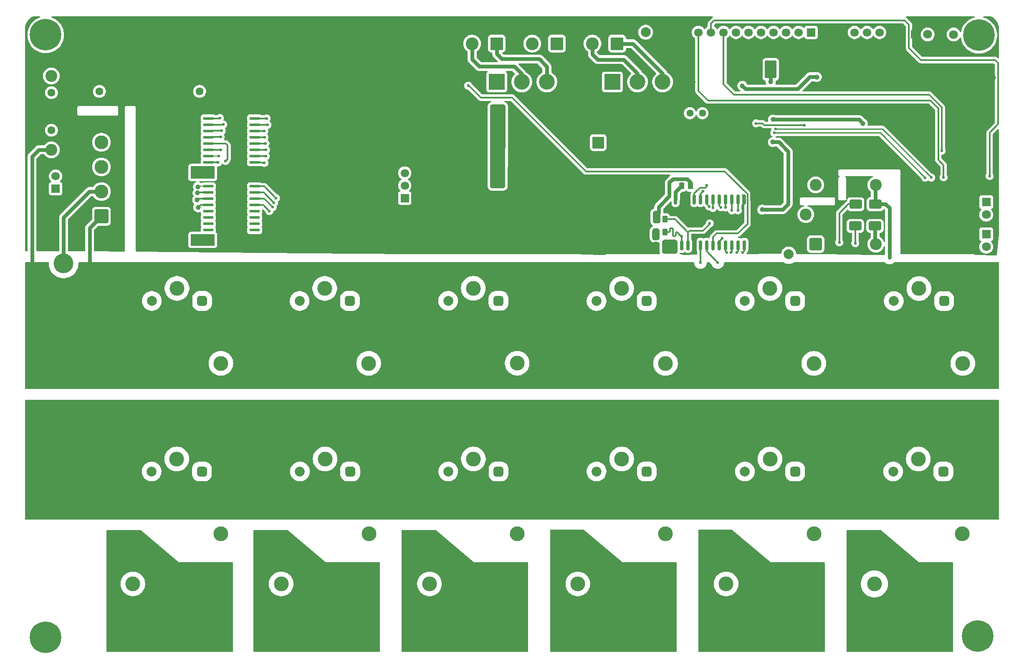
<source format=gbr>
%TF.GenerationSoftware,KiCad,Pcbnew,9.0.5*%
%TF.CreationDate,2025-10-18T22:02:24+01:00*%
%TF.ProjectId,Smart Home Energy Management System,536d6172-7420-4486-9f6d-6520456e6572,rev?*%
%TF.SameCoordinates,Original*%
%TF.FileFunction,Copper,L4,Bot*%
%TF.FilePolarity,Positive*%
%FSLAX46Y46*%
G04 Gerber Fmt 4.6, Leading zero omitted, Abs format (unit mm)*
G04 Created by KiCad (PCBNEW 9.0.5) date 2025-10-18 22:02:24*
%MOMM*%
%LPD*%
G01*
G04 APERTURE LIST*
G04 Aperture macros list*
%AMRoundRect*
0 Rectangle with rounded corners*
0 $1 Rounding radius*
0 $2 $3 $4 $5 $6 $7 $8 $9 X,Y pos of 4 corners*
0 Add a 4 corners polygon primitive as box body*
4,1,4,$2,$3,$4,$5,$6,$7,$8,$9,$2,$3,0*
0 Add four circle primitives for the rounded corners*
1,1,$1+$1,$2,$3*
1,1,$1+$1,$4,$5*
1,1,$1+$1,$6,$7*
1,1,$1+$1,$8,$9*
0 Add four rect primitives between the rounded corners*
20,1,$1+$1,$2,$3,$4,$5,0*
20,1,$1+$1,$4,$5,$6,$7,0*
20,1,$1+$1,$6,$7,$8,$9,0*
20,1,$1+$1,$8,$9,$2,$3,0*%
G04 Aperture macros list end*
%TA.AperFunction,ComponentPad*%
%ADD10C,3.000000*%
%TD*%
%TA.AperFunction,ComponentPad*%
%ADD11RoundRect,0.500000X0.500000X-0.500000X0.500000X0.500000X-0.500000X0.500000X-0.500000X-0.500000X0*%
%TD*%
%TA.AperFunction,ComponentPad*%
%ADD12C,2.000000*%
%TD*%
%TA.AperFunction,ComponentPad*%
%ADD13C,0.500000*%
%TD*%
%TA.AperFunction,SMDPad,CuDef*%
%ADD14RoundRect,0.250000X-1.500000X-2.750000X1.500000X-2.750000X1.500000X2.750000X-1.500000X2.750000X0*%
%TD*%
%TA.AperFunction,ComponentPad*%
%ADD15R,1.800000X1.800000*%
%TD*%
%TA.AperFunction,ComponentPad*%
%ADD16C,1.800000*%
%TD*%
%TA.AperFunction,ComponentPad*%
%ADD17R,1.700000X1.700000*%
%TD*%
%TA.AperFunction,ComponentPad*%
%ADD18C,1.700000*%
%TD*%
%TA.AperFunction,ComponentPad*%
%ADD19C,6.400000*%
%TD*%
%TA.AperFunction,ComponentPad*%
%ADD20C,2.400000*%
%TD*%
%TA.AperFunction,ComponentPad*%
%ADD21C,10.000000*%
%TD*%
%TA.AperFunction,ComponentPad*%
%ADD22C,1.600000*%
%TD*%
%TA.AperFunction,ComponentPad*%
%ADD23RoundRect,0.250000X1.050000X1.050000X-1.050000X1.050000X-1.050000X-1.050000X1.050000X-1.050000X0*%
%TD*%
%TA.AperFunction,ComponentPad*%
%ADD24C,2.600000*%
%TD*%
%TA.AperFunction,ComponentPad*%
%ADD25R,3.200000X3.200000*%
%TD*%
%TA.AperFunction,ComponentPad*%
%ADD26C,3.200000*%
%TD*%
%TA.AperFunction,ComponentPad*%
%ADD27RoundRect,0.250001X-0.949999X-0.949999X0.949999X-0.949999X0.949999X0.949999X-0.949999X0.949999X0*%
%TD*%
%TA.AperFunction,ComponentPad*%
%ADD28RoundRect,0.250001X1.149999X-1.149999X1.149999X1.149999X-1.149999X1.149999X-1.149999X-1.149999X0*%
%TD*%
%TA.AperFunction,ComponentPad*%
%ADD29C,2.800000*%
%TD*%
%TA.AperFunction,ComponentPad*%
%ADD30C,8.000000*%
%TD*%
%TA.AperFunction,ComponentPad*%
%ADD31C,1.440000*%
%TD*%
%TA.AperFunction,ComponentPad*%
%ADD32C,4.000000*%
%TD*%
%TA.AperFunction,ComponentPad*%
%ADD33RoundRect,0.250000X1.000000X-1.000000X1.000000X1.000000X-1.000000X1.000000X-1.000000X-1.000000X0*%
%TD*%
%TA.AperFunction,SMDPad,CuDef*%
%ADD34RoundRect,0.250000X-2.750000X1.500000X-2.750000X-1.500000X2.750000X-1.500000X2.750000X1.500000X0*%
%TD*%
%TA.AperFunction,SMDPad,CuDef*%
%ADD35RoundRect,0.250000X0.920000X1.550000X-0.920000X1.550000X-0.920000X-1.550000X0.920000X-1.550000X0*%
%TD*%
%TA.AperFunction,HeatsinkPad*%
%ADD36C,0.600000*%
%TD*%
%TA.AperFunction,SMDPad,CuDef*%
%ADD37RoundRect,0.250000X0.250000X0.475000X-0.250000X0.475000X-0.250000X-0.475000X0.250000X-0.475000X0*%
%TD*%
%TA.AperFunction,SMDPad,CuDef*%
%ADD38RoundRect,0.250000X0.475000X-0.250000X0.475000X0.250000X-0.475000X0.250000X-0.475000X-0.250000X0*%
%TD*%
%TA.AperFunction,SMDPad,CuDef*%
%ADD39RoundRect,0.248780X0.261220X0.451220X-0.261220X0.451220X-0.261220X-0.451220X0.261220X-0.451220X0*%
%TD*%
%TA.AperFunction,SMDPad,CuDef*%
%ADD40RoundRect,0.250000X-1.000000X-0.650000X1.000000X-0.650000X1.000000X0.650000X-1.000000X0.650000X0*%
%TD*%
%TA.AperFunction,SMDPad,CuDef*%
%ADD41R,2.000000X0.600000*%
%TD*%
%TA.AperFunction,SMDPad,CuDef*%
%ADD42RoundRect,0.248780X-0.261220X-0.451220X0.261220X-0.451220X0.261220X0.451220X-0.261220X0.451220X0*%
%TD*%
%TA.AperFunction,SMDPad,CuDef*%
%ADD43RoundRect,0.150000X-0.150000X0.875000X-0.150000X-0.875000X0.150000X-0.875000X0.150000X0.875000X0*%
%TD*%
%TA.AperFunction,ViaPad*%
%ADD44C,0.600000*%
%TD*%
%TA.AperFunction,ViaPad*%
%ADD45C,1.000000*%
%TD*%
%TA.AperFunction,ViaPad*%
%ADD46C,2.000000*%
%TD*%
%TA.AperFunction,Conductor*%
%ADD47C,0.400000*%
%TD*%
%TA.AperFunction,Conductor*%
%ADD48C,0.800000*%
%TD*%
%TA.AperFunction,Conductor*%
%ADD49C,0.300000*%
%TD*%
%TA.AperFunction,Conductor*%
%ADD50C,0.200000*%
%TD*%
%TA.AperFunction,Conductor*%
%ADD51C,0.250000*%
%TD*%
G04 APERTURE END LIST*
D10*
%TO.P,K8,11A*%
%TO.N,/SELECT6*%
X232194000Y-114187000D03*
%TO.P,K8,11B*%
X241094000Y-129387000D03*
%TO.P,K8,12*%
%TO.N,unconnected-(K8-Pad12)*%
X223294000Y-139527000D03*
%TO.P,K8,14*%
%TO.N,/LOAD6*%
X223294000Y-131927000D03*
D11*
%TO.P,K8,A1*%
%TO.N,/RD1C1*%
X237294000Y-116727000D03*
D12*
%TO.P,K8,A2*%
%TO.N,+12V*%
X227094000Y-116727000D03*
%TD*%
D13*
%TO.P,U2,6,GND*%
%TO.N,GND*%
X86470000Y-34090000D03*
X86470000Y-31590000D03*
X86470000Y-29090000D03*
D14*
X85220000Y-31590000D03*
D13*
X83970000Y-34090000D03*
X83970000Y-31590000D03*
X83970000Y-29090000D03*
%TD*%
D15*
%TO.P,D17,1,K*%
%TO.N,/GPIO3{slash}RX*%
X245980000Y-68580000D03*
D16*
%TO.P,D17,2,A*%
%TO.N,Net-(D17-A)*%
X245980000Y-71120000D03*
%TD*%
D15*
%TO.P,D4,1,K*%
%TO.N,GND*%
X236816000Y-28065000D03*
D16*
%TO.P,D4,2,A*%
%TO.N,Net-(D4-A)*%
X239356000Y-28065000D03*
%TD*%
D10*
%TO.P,K4,11A*%
%TO.N,/SELECT4*%
X172024331Y-79599062D03*
%TO.P,K4,11B*%
X180924331Y-94799062D03*
%TO.P,K4,12*%
%TO.N,/INVERTER*%
X163124331Y-104939062D03*
%TO.P,K4,14*%
%TO.N,/NEPA*%
X163124331Y-97339062D03*
D11*
%TO.P,K4,A1*%
%TO.N,+12V*%
X177124331Y-82139062D03*
D12*
%TO.P,K4,A2*%
%TO.N,/RD1C6*%
X166924331Y-82139062D03*
%TD*%
D10*
%TO.P,K11,11A*%
%TO.N,/SELECT3*%
X141955200Y-114187000D03*
%TO.P,K11,11B*%
X150855200Y-129387000D03*
%TO.P,K11,12*%
%TO.N,unconnected-(K11-Pad12)*%
X133055200Y-139527000D03*
%TO.P,K11,14*%
%TO.N,/LOAD3*%
X133055200Y-131927000D03*
D11*
%TO.P,K11,A1*%
%TO.N,/RD1C7*%
X147055200Y-116727000D03*
D12*
%TO.P,K11,A2*%
%TO.N,+12V*%
X136855200Y-116727000D03*
%TD*%
D17*
%TO.P,J19,1,Pin_1*%
%TO.N,+3.3V*%
X210463000Y-27642500D03*
D18*
%TO.P,J19,2,Pin_2*%
%TO.N,+5V*%
X207923000Y-27642500D03*
%TO.P,J19,3,Pin_3*%
X205383000Y-27642500D03*
%TO.P,J19,4,Pin_4*%
%TO.N,/GPIO27*%
X202843000Y-27642500D03*
%TO.P,J19,5,Pin_5*%
%TO.N,/GPIO26*%
X200303000Y-27642500D03*
%TO.P,J19,6,Pin_6*%
%TO.N,/GPIO25*%
X197763000Y-27642500D03*
%TO.P,J19,7,Pin_7*%
%TO.N,/CONST*%
X195223000Y-27642500D03*
%TO.P,J19,8,Pin_8*%
%TO.N,/GPIO5{slash}CS*%
X192683000Y-27642500D03*
%TO.P,J19,9,Pin_9*%
%TO.N,/GPIO23{slash}MOSI*%
X190143000Y-27642500D03*
%TO.P,J19,10,Pin_10*%
%TO.N,/GPIO18{slash}SCK*%
X187603000Y-27642500D03*
%TO.P,J19,11,Pin_11*%
%TO.N,GND*%
X185063000Y-27642500D03*
%TO.P,J19,12,Pin_12*%
X182523000Y-27642500D03*
%TD*%
D10*
%TO.P,K5,11A*%
%TO.N,/SELECT3*%
X141942550Y-79559705D03*
%TO.P,K5,11B*%
X150842550Y-94759705D03*
%TO.P,K5,12*%
%TO.N,/INVERTER*%
X133042550Y-104899705D03*
%TO.P,K5,14*%
%TO.N,/NEPA*%
X133042550Y-97299705D03*
D11*
%TO.P,K5,A1*%
%TO.N,+12V*%
X147042550Y-82099705D03*
D12*
%TO.P,K5,A2*%
%TO.N,/RD1C8*%
X136842550Y-82099705D03*
%TD*%
D19*
%TO.P,REF\u002A\u002A,1*%
%TO.N,N/C*%
X244490000Y-28220000D03*
%TD*%
D20*
%TO.P,C8,1*%
%TO.N,Net-(D10-A)*%
X56350000Y-36475000D03*
%TO.P,C8,2*%
%TO.N,/NEPA*%
X56350000Y-51475000D03*
%TD*%
D19*
%TO.P,REF\u002A\u002A,1*%
%TO.N,N/C*%
X55210000Y-28140000D03*
%TD*%
D10*
%TO.P,K10,11A*%
%TO.N,/SELECT4*%
X172034800Y-114187000D03*
%TO.P,K10,11B*%
X180934800Y-129387000D03*
%TO.P,K10,12*%
%TO.N,unconnected-(K10-Pad12)*%
X163134800Y-139527000D03*
%TO.P,K10,14*%
%TO.N,/LOAD4*%
X163134800Y-131927000D03*
D11*
%TO.P,K10,A1*%
%TO.N,/RD1C5*%
X177134800Y-116727000D03*
D12*
%TO.P,K10,A2*%
%TO.N,+12V*%
X166934800Y-116727000D03*
%TD*%
D21*
%TO.P,J2,1,Pin_1*%
%TO.N,/INVERTER*%
X58725000Y-118125000D03*
%TD*%
D22*
%TO.P,R14,1*%
%TO.N,/N*%
X86430000Y-39600000D03*
%TO.P,R14,2*%
%TO.N,Net-(D11-A)*%
X66110000Y-39600000D03*
%TD*%
D15*
%TO.P,D1,1,K*%
%TO.N,GND*%
X231546000Y-28050000D03*
D16*
%TO.P,D1,2,A*%
%TO.N,Net-(D1-A)*%
X234086000Y-28050000D03*
%TD*%
D23*
%TO.P,XFORMER_OUT1,1*%
%TO.N,/2TR 1*%
X171107000Y-29922500D03*
D24*
%TO.P,XFORMER_OUT1,2*%
%TO.N,/2TR 2*%
X166107000Y-29922500D03*
%TD*%
D25*
%TO.P,D9,1,+*%
%TO.N,VCC2*%
X170175000Y-37695000D03*
D26*
%TO.P,D9,2*%
%TO.N,/2TR 2*%
X175255000Y-37695000D03*
%TO.P,D9,3*%
%TO.N,/2TR 1*%
X180335000Y-37695000D03*
%TO.P,D9,4,-*%
%TO.N,GND*%
X185415000Y-37695000D03*
%TD*%
D27*
%TO.P,C9,1*%
%TO.N,VCC1*%
X147272220Y-50000000D03*
D20*
%TO.P,C9,2*%
%TO.N,GND*%
X154772220Y-50000000D03*
%TD*%
D28*
%TO.P,J6,1,Pin_1*%
%TO.N,/NEPA*%
X66516098Y-64936807D03*
D29*
%TO.P,J6,2,Pin_2*%
%TO.N,/N*%
X66516098Y-59936807D03*
%TO.P,J6,3,Pin_3*%
%TO.N,/CT -*%
X66516098Y-54936807D03*
%TO.P,J6,4,Pin_4*%
%TO.N,/CT +*%
X66516098Y-49936807D03*
%TD*%
D10*
%TO.P,K3,11A*%
%TO.N,/SELECT5*%
X202106422Y-79589474D03*
%TO.P,K3,11B*%
X211006422Y-94789474D03*
%TO.P,K3,12*%
%TO.N,/INVERTER*%
X193206422Y-104929474D03*
%TO.P,K3,14*%
%TO.N,/NEPA*%
X193206422Y-97329474D03*
D11*
%TO.P,K3,A1*%
%TO.N,+12V*%
X207206422Y-82129474D03*
D12*
%TO.P,K3,A2*%
%TO.N,/RD1C4*%
X197006422Y-82129474D03*
%TD*%
D19*
%TO.P,REF\u002A\u002A,1*%
%TO.N,N/C*%
X244210000Y-150090000D03*
%TD*%
D10*
%TO.P,K7,11A*%
%TO.N,/SELECT1*%
X81843890Y-79576737D03*
%TO.P,K7,11B*%
X90743890Y-94776737D03*
%TO.P,K7,12*%
%TO.N,/INVERTER*%
X72943890Y-104916737D03*
%TO.P,K7,14*%
%TO.N,/NEPA*%
X72943890Y-97316737D03*
D11*
%TO.P,K7,A1*%
%TO.N,+12V*%
X86943890Y-82116737D03*
D12*
%TO.P,K7,A2*%
%TO.N,/RD2C4*%
X76743890Y-82116737D03*
%TD*%
D30*
%TO.P,J22,1,Pin_1*%
%TO.N,/LOAD4*%
X173120000Y-148000000D03*
%TD*%
%TO.P,J20,1,Pin_1*%
%TO.N,/LOAD6*%
X232800000Y-148000000D03*
%TD*%
D10*
%TO.P,K6,11A*%
%TO.N,/SELECT2*%
X111817862Y-79576737D03*
%TO.P,K6,11B*%
X120717862Y-94776737D03*
%TO.P,K6,12*%
%TO.N,/INVERTER*%
X102917862Y-104916737D03*
%TO.P,K6,14*%
%TO.N,/NEPA*%
X102917862Y-97316737D03*
D11*
%TO.P,K6,A1*%
%TO.N,+12V*%
X116917862Y-82116737D03*
D12*
%TO.P,K6,A2*%
%TO.N,/RD2C2*%
X106717862Y-82116737D03*
%TD*%
D31*
%TO.P,RV1,1,1*%
%TO.N,GND*%
X183340000Y-44030000D03*
%TO.P,RV1,2,2*%
%TO.N,/CONST*%
X185880000Y-44030000D03*
%TO.P,RV1,3,3*%
%TO.N,+5V*%
X188420000Y-44030000D03*
%TD*%
D17*
%TO.P,J3,1*%
%TO.N,/CT -*%
X57225000Y-59350000D03*
D18*
%TO.P,J3,2*%
%TO.N,/CT +*%
X57225000Y-56810000D03*
%TD*%
D13*
%TO.P,U1,6,GND*%
%TO.N,GND*%
X175750000Y-69500000D03*
X175750000Y-67000000D03*
X175750000Y-64500000D03*
D14*
X174500000Y-67000000D03*
D13*
X173250000Y-69500000D03*
X173250000Y-67000000D03*
X173250000Y-64500000D03*
%TD*%
D30*
%TO.P,J23,1,Pin_1*%
%TO.N,/LOAD3*%
X143280000Y-148000000D03*
%TD*%
D32*
%TO.P,J10,1,Pin_1*%
%TO.N,/N*%
X58850000Y-74525000D03*
%TD*%
D30*
%TO.P,J25,1,Pin_1*%
%TO.N,/LOAD1*%
X83600000Y-148000000D03*
%TD*%
D19*
%TO.P,REF\u002A\u002A,1*%
%TO.N,N/C*%
X55170000Y-150360000D03*
%TD*%
D25*
%TO.P,D8,1,+*%
%TO.N,VCC1*%
X146695000Y-37695000D03*
D26*
%TO.P,D8,2*%
%TO.N,/1TR 2*%
X151775000Y-37695000D03*
%TO.P,D8,3*%
%TO.N,/1TR 1*%
X156855000Y-37695000D03*
%TO.P,D8,4,-*%
%TO.N,GND*%
X161935000Y-37695000D03*
%TD*%
D21*
%TO.P,J1,1,Pin_1*%
%TO.N,/NEPA*%
X58725000Y-90850000D03*
%TD*%
D10*
%TO.P,K12,11A*%
%TO.N,/SELECT2*%
X111875600Y-114187000D03*
%TO.P,K12,11B*%
X120775600Y-129387000D03*
%TO.P,K12,12*%
%TO.N,unconnected-(K12-Pad12)*%
X102975600Y-139527000D03*
%TO.P,K12,14*%
%TO.N,/LOAD2*%
X102975600Y-131927000D03*
D11*
%TO.P,K12,A1*%
%TO.N,/RD2C1*%
X116975600Y-116727000D03*
D12*
%TO.P,K12,A2*%
%TO.N,+12V*%
X106775600Y-116727000D03*
%TD*%
D15*
%TO.P,D16,1,K*%
%TO.N,/GPIO1{slash}TX*%
X245980000Y-62070000D03*
D16*
%TO.P,D16,2,A*%
%TO.N,Net-(D16-A)*%
X245980000Y-64610000D03*
%TD*%
D23*
%TO.P,XFORMER_IN,1*%
%TO.N,/TRANS-IN*%
X158900000Y-29922500D03*
D24*
%TO.P,XFORMER_IN,2*%
%TO.N,/N*%
X153900000Y-29922500D03*
%TD*%
D20*
%TO.P,K1,11*%
%TO.N,/TRANS-IN*%
X209380000Y-64590000D03*
%TO.P,K1,12*%
%TO.N,/INVERTER*%
X223580000Y-58590000D03*
%TO.P,K1,14*%
%TO.N,/NEPA*%
X223580000Y-70590000D03*
D33*
%TO.P,K1,A1*%
%TO.N,Net-(D5-A)*%
X211380000Y-70590000D03*
D20*
%TO.P,K1,A2*%
%TO.N,VCC3*%
X211380000Y-58590000D03*
%TD*%
D17*
%TO.P,J14,1,Pin_1*%
%TO.N,GND*%
X226870000Y-27650000D03*
D18*
%TO.P,J14,2,Pin_2*%
%TO.N,/D+*%
X224330000Y-27650000D03*
%TO.P,J14,3,Pin_3*%
%TO.N,/D-*%
X221790000Y-27650000D03*
%TO.P,J14,4,Pin_4*%
%TO.N,Net-(D13-K)*%
X219250000Y-27650000D03*
%TD*%
D13*
%TO.P,U4,6,GND*%
%TO.N,GND*%
X198590000Y-61350000D03*
X201090000Y-61350000D03*
X203590000Y-61350000D03*
D34*
X201090000Y-60100000D03*
D13*
X198590000Y-58850000D03*
X201090000Y-58850000D03*
X203590000Y-58850000D03*
%TD*%
%TO.P,U5,4,VO*%
%TO.N,Net-(D14-A)*%
X202260000Y-36150000D03*
X202260000Y-35150000D03*
D35*
X202260000Y-35150000D03*
D13*
X202260000Y-34150000D03*
%TD*%
D23*
%TO.P,XFORMER_OUT2,1*%
%TO.N,/1TR 1*%
X146693000Y-29922500D03*
D24*
%TO.P,XFORMER_OUT2,2*%
%TO.N,/1TR 2*%
X141693000Y-29922500D03*
%TD*%
D30*
%TO.P,J21,1,Pin_1*%
%TO.N,/LOAD5*%
X202960000Y-148000000D03*
%TD*%
%TO.P,J24,1,Pin_1*%
%TO.N,/LOAD2*%
X113440000Y-148000000D03*
%TD*%
D27*
%TO.P,C10,1*%
%TO.N,VCC2*%
X167272220Y-50000000D03*
D20*
%TO.P,C10,2*%
%TO.N,GND*%
X174772220Y-50000000D03*
%TD*%
D10*
%TO.P,K2,11A*%
%TO.N,/SELECT6*%
X232326329Y-79595347D03*
%TO.P,K2,11B*%
X241226329Y-94795347D03*
%TO.P,K2,12*%
%TO.N,/INVERTER*%
X223426329Y-104935347D03*
%TO.P,K2,14*%
%TO.N,/NEPA*%
X223426329Y-97335347D03*
D11*
%TO.P,K2,A1*%
%TO.N,+12V*%
X237426329Y-82135347D03*
D12*
%TO.P,K2,A2*%
%TO.N,/RD1C2*%
X227226329Y-82135347D03*
%TD*%
D10*
%TO.P,K9,11A*%
%TO.N,/SELECT5*%
X202114400Y-114187000D03*
%TO.P,K9,11B*%
X211014400Y-129387000D03*
%TO.P,K9,12*%
%TO.N,unconnected-(K9-Pad12)*%
X193214400Y-139527000D03*
%TO.P,K9,14*%
%TO.N,/LOAD5*%
X193214400Y-131927000D03*
D11*
%TO.P,K9,A1*%
%TO.N,/RD1C3*%
X207214400Y-116727000D03*
D12*
%TO.P,K9,A2*%
%TO.N,+12V*%
X197014400Y-116727000D03*
%TD*%
D22*
%TO.P,R13,1*%
%TO.N,Net-(D10-A)*%
X56388000Y-39878000D03*
%TO.P,R13,2*%
%TO.N,/NEPA*%
X56388000Y-47498000D03*
%TD*%
D10*
%TO.P,K13,11A*%
%TO.N,/SELECT1*%
X81796000Y-114187000D03*
%TO.P,K13,11B*%
X90696000Y-129387000D03*
%TO.P,K13,12*%
%TO.N,unconnected-(K13-Pad12)*%
X72896000Y-139527000D03*
%TO.P,K13,14*%
%TO.N,/LOAD1*%
X72896000Y-131927000D03*
D11*
%TO.P,K13,A1*%
%TO.N,/RD2C3*%
X86896000Y-116727000D03*
D12*
%TO.P,K13,A2*%
%TO.N,+12V*%
X76696000Y-116727000D03*
%TD*%
D36*
%TO.P,U3,39,GND*%
%TO.N,GND*%
X240505000Y-46770000D03*
X239105000Y-46770000D03*
X241205000Y-47470000D03*
X239805000Y-47470000D03*
X238405000Y-47470000D03*
X240505000Y-48170000D03*
X239105000Y-48170000D03*
X241205000Y-48870000D03*
X239805000Y-48870000D03*
X238405000Y-48870000D03*
X240505000Y-49570000D03*
X239105000Y-49570000D03*
%TD*%
D17*
%TO.P,J11,1,Pin_1*%
%TO.N,+5V*%
X128031200Y-61258200D03*
D18*
%TO.P,J11,2,Pin_2*%
%TO.N,Net-(J11-Pin_2)*%
X128031200Y-58718200D03*
%TO.P,J11,3,Pin_3*%
%TO.N,Net-(J11-Pin_3)*%
X128031200Y-56178200D03*
%TO.P,J11,4,Pin_4*%
%TO.N,GND*%
X128031200Y-53638200D03*
%TD*%
D37*
%TO.P,C17,1*%
%TO.N,+3.3V*%
X180870000Y-70840000D03*
%TO.P,C17,2*%
%TO.N,GND*%
X178970000Y-70840000D03*
%TD*%
D38*
%TO.P,C23,1*%
%TO.N,+12V*%
X85675000Y-69225000D03*
%TO.P,C23,2*%
%TO.N,GND*%
X85675000Y-67325000D03*
%TD*%
D39*
%TO.P,R15,1*%
%TO.N,/GPIO21{slash}SDA*%
X180810000Y-68165000D03*
%TO.P,R15,2*%
%TO.N,+3.3V*%
X178990000Y-68165000D03*
%TD*%
D40*
%TO.P,D30,1,K*%
%TO.N,Net-(D30-K)*%
X219488000Y-62484000D03*
%TO.P,D30,2,A*%
%TO.N,/INVERTER*%
X223488000Y-62484000D03*
%TD*%
D41*
%TO.P,Q4,1,IN1*%
%TO.N,Net-(Q4-IN1)*%
X97600000Y-58870000D03*
%TO.P,Q4,2,IN2*%
%TO.N,Net-(Q4-IN2)*%
X97600000Y-60140000D03*
%TO.P,Q4,3,IN3*%
%TO.N,Net-(Q4-IN3)*%
X97600000Y-61410000D03*
%TO.P,Q4,4,IN4*%
%TO.N,Net-(Q4-IN4)*%
X97600000Y-62680000D03*
%TO.P,Q4,5,IN5*%
%TO.N,unconnected-(Q4-IN5-Pad5)*%
X97600000Y-63950000D03*
%TO.P,Q4,6,IN6*%
%TO.N,unconnected-(Q4-IN6-Pad6)*%
X97600000Y-65220000D03*
%TO.P,Q4,7,IN7*%
%TO.N,unconnected-(Q4-IN7-Pad7)*%
X97600000Y-66490000D03*
%TO.P,Q4,8,IN8*%
%TO.N,unconnected-(Q4-IN8-Pad8)*%
X97600000Y-67760000D03*
%TO.P,Q4,9,GND*%
%TO.N,GND*%
X97600000Y-69030000D03*
%TO.P,Q4,10,COM*%
%TO.N,+12V*%
X88200000Y-69030000D03*
%TO.P,Q4,11,OUT8*%
%TO.N,/RD2C8*%
X88200000Y-67760000D03*
%TO.P,Q4,12,OUT7*%
%TO.N,/RD2C7*%
X88200000Y-66490000D03*
%TO.P,Q4,13,OUT6*%
%TO.N,/RD2C6*%
X88200000Y-65220000D03*
%TO.P,Q4,14,OUT5*%
%TO.N,/RD2C5*%
X88200000Y-63950000D03*
%TO.P,Q4,15,OUT4*%
%TO.N,/RD2C4*%
X88200000Y-62680000D03*
%TO.P,Q4,16,OUT3*%
%TO.N,/RD2C3*%
X88200000Y-61410000D03*
%TO.P,Q4,17,OUT2*%
%TO.N,/RD2C2*%
X88200000Y-60140000D03*
%TO.P,Q4,18,OUT1*%
%TO.N,/RD2C1*%
X88200000Y-58870000D03*
%TD*%
D39*
%TO.P,R16,1*%
%TO.N,/GPIO22{slash}SCL*%
X180810000Y-65540000D03*
%TO.P,R16,2*%
%TO.N,+3.3V*%
X178990000Y-65540000D03*
%TD*%
D42*
%TO.P,R17,1*%
%TO.N,/~{INT}*%
X184185000Y-58785000D03*
%TO.P,R17,2*%
%TO.N,+3.3V*%
X186005000Y-58785000D03*
%TD*%
D43*
%TO.P,U6,1,~{INT}*%
%TO.N,/~{INT}*%
X182940000Y-61540000D03*
%TO.P,U6,2,A1*%
%TO.N,GND*%
X184210000Y-61540000D03*
%TO.P,U6,3,A2*%
X185480000Y-61540000D03*
%TO.P,U6,4,IO0_0*%
%TO.N,Net-(Q3-IN1)*%
X186750000Y-61540000D03*
%TO.P,U6,5,IO0_1*%
%TO.N,Net-(Q3-IN2)*%
X188020000Y-61540000D03*
%TO.P,U6,6,IO0_2*%
%TO.N,Net-(Q3-IN3)*%
X189290000Y-61540000D03*
%TO.P,U6,7,IO0_3*%
%TO.N,Net-(Q3-IN4)*%
X190560000Y-61540000D03*
%TO.P,U6,8,IO0_4*%
%TO.N,Net-(Q3-IN5)*%
X191830000Y-61540000D03*
%TO.P,U6,9,IO0_5*%
%TO.N,Net-(Q3-IN6)*%
X193100000Y-61540000D03*
%TO.P,U6,10,IO0_6*%
%TO.N,Net-(Q3-IN7)*%
X194370000Y-61540000D03*
%TO.P,U6,11,IO0_7*%
%TO.N,Net-(Q3-IN8)*%
X195640000Y-61540000D03*
%TO.P,U6,12,VSS*%
%TO.N,GND*%
X196910000Y-61540000D03*
%TO.P,U6,13,IO1_0*%
%TO.N,Net-(Q4-IN1)*%
X196910000Y-70840000D03*
%TO.P,U6,14,IO1_1*%
%TO.N,Net-(Q4-IN2)*%
X195640000Y-70840000D03*
%TO.P,U6,15,IO1_2*%
%TO.N,Net-(Q4-IN3)*%
X194370000Y-70840000D03*
%TO.P,U6,16,IO1_3*%
%TO.N,Net-(Q4-IN4)*%
X193100000Y-70840000D03*
%TO.P,U6,17,IO1_4*%
%TO.N,/IND_LED*%
X191830000Y-70840000D03*
%TO.P,U6,18,IO1_5*%
%TO.N,Net-(U6-IO1_5)*%
X190560000Y-70840000D03*
%TO.P,U6,19,IO1_6*%
%TO.N,/INVERTER_SENSE*%
X189290000Y-70840000D03*
%TO.P,U6,20,IO1_7*%
%TO.N,/NEPA_SENSE*%
X188020000Y-70840000D03*
%TO.P,U6,21,A0*%
%TO.N,GND*%
X186750000Y-70840000D03*
%TO.P,U6,22,SCL*%
%TO.N,/GPIO22{slash}SCL*%
X185480000Y-70840000D03*
%TO.P,U6,23,SDA*%
%TO.N,/GPIO21{slash}SDA*%
X184210000Y-70840000D03*
%TO.P,U6,24,VDD*%
%TO.N,+3.3V*%
X182940000Y-70840000D03*
%TD*%
D40*
%TO.P,D15,1,K*%
%TO.N,Net-(D15-K)*%
X219418400Y-66903600D03*
%TO.P,D15,2,A*%
%TO.N,/NEPA*%
X223418400Y-66903600D03*
%TD*%
D41*
%TO.P,Q3,1,IN1*%
%TO.N,Net-(Q3-IN1)*%
X97600000Y-45095000D03*
%TO.P,Q3,2,IN2*%
%TO.N,Net-(Q3-IN2)*%
X97600000Y-46365000D03*
%TO.P,Q3,3,IN3*%
%TO.N,Net-(Q3-IN3)*%
X97600000Y-47635000D03*
%TO.P,Q3,4,IN4*%
%TO.N,Net-(Q3-IN4)*%
X97600000Y-48905000D03*
%TO.P,Q3,5,IN5*%
%TO.N,Net-(Q3-IN5)*%
X97600000Y-50175000D03*
%TO.P,Q3,6,IN6*%
%TO.N,Net-(Q3-IN6)*%
X97600000Y-51445000D03*
%TO.P,Q3,7,IN7*%
%TO.N,Net-(Q3-IN7)*%
X97600000Y-52715000D03*
%TO.P,Q3,8,IN8*%
%TO.N,Net-(Q3-IN8)*%
X97600000Y-53985000D03*
%TO.P,Q3,9,GND*%
%TO.N,GND*%
X97600000Y-55255000D03*
%TO.P,Q3,10,COM*%
%TO.N,+12V*%
X88200000Y-55255000D03*
%TO.P,Q3,11,OUT8*%
%TO.N,/RD1C8*%
X88200000Y-53985000D03*
%TO.P,Q3,12,OUT7*%
%TO.N,/RD1C7*%
X88200000Y-52715000D03*
%TO.P,Q3,13,OUT6*%
%TO.N,/RD1C6*%
X88200000Y-51445000D03*
%TO.P,Q3,14,OUT5*%
%TO.N,/RD1C5*%
X88200000Y-50175000D03*
%TO.P,Q3,15,OUT4*%
%TO.N,/RD1C4*%
X88200000Y-48905000D03*
%TO.P,Q3,16,OUT3*%
%TO.N,/RD1C3*%
X88200000Y-47635000D03*
%TO.P,Q3,17,OUT2*%
%TO.N,/RD1C2*%
X88200000Y-46365000D03*
%TO.P,Q3,18,OUT1*%
%TO.N,/RD1C1*%
X88200000Y-45095000D03*
%TD*%
D38*
%TO.P,C24,1*%
%TO.N,+12V*%
X85675000Y-55450000D03*
%TO.P,C24,2*%
%TO.N,GND*%
X85675000Y-53550000D03*
%TD*%
D44*
%TO.N,GND*%
X221361000Y-35306000D03*
X230820997Y-25273000D03*
X186850000Y-69485000D03*
X231521000Y-25273000D03*
X240792000Y-63754000D03*
X231267000Y-34417000D03*
X151257000Y-70485000D03*
X152146000Y-70485000D03*
X228092000Y-34290000D03*
X240030000Y-63754000D03*
X153035000Y-70485000D03*
X223139000Y-34671000D03*
X232283000Y-34417000D03*
X239268000Y-63754000D03*
D45*
X247479000Y-36851211D03*
D44*
X239268000Y-64516000D03*
X184825000Y-62725000D03*
X228854000Y-34290000D03*
X240030000Y-64516000D03*
X240792000Y-64516000D03*
%TO.N,+3.3V*%
X181275000Y-72175000D03*
X178625000Y-69450000D03*
X180600000Y-72175000D03*
X179325000Y-69450000D03*
X178700000Y-64225000D03*
X179550000Y-64225000D03*
D45*
%TO.N,+12V*%
X86800000Y-70300000D03*
X86600000Y-56700000D03*
X87800000Y-56700000D03*
X88000000Y-70300000D03*
%TO.N,Net-(D13-K)*%
X211625000Y-36700000D03*
X196500000Y-38475000D03*
%TO.N,Net-(D14-A)*%
X220945000Y-46120000D03*
X202260000Y-37700000D03*
X202710000Y-45325000D03*
%TO.N,Net-(D2-K)*%
X200540491Y-63590000D03*
X202700000Y-49900000D03*
D44*
%TO.N,/RD1C2*%
X91200000Y-46325000D03*
%TO.N,/RD1C4*%
X90725000Y-48875000D03*
%TO.N,/RD1C6*%
X90725000Y-51450000D03*
%TO.N,/RD1C8*%
X90175000Y-54025000D03*
D45*
%TO.N,/RD2C2*%
X86000000Y-60225000D03*
%TO.N,/RD2C4*%
X86150000Y-63150000D03*
D44*
%TO.N,/RD1C1*%
X90526408Y-45018133D03*
%TO.N,/RD1C3*%
X90925000Y-47600000D03*
%TO.N,/RD1C5*%
X91700000Y-53750000D03*
%TO.N,/RD1C7*%
X90325000Y-52750000D03*
D45*
%TO.N,/RD2C1*%
X86074998Y-58975000D03*
%TO.N,/RD2C3*%
X85950000Y-61625000D03*
D44*
%TO.N,/INVERTER*%
X226350000Y-73300000D03*
X247325000Y-104550000D03*
%TO.N,/GPIO18{slash}SCK*%
X237330000Y-57050000D03*
%TO.N,/GPIO23{slash}MOSI*%
X246650000Y-56800000D03*
%TO.N,/GPIO5{slash}CS*%
X236945000Y-51650000D03*
%TO.N,/GPIO25*%
X199285000Y-46095000D03*
X209065000Y-46465000D03*
D46*
%TO.N,/TRANS-IN*%
X205900000Y-72600000D03*
X176900000Y-27600000D03*
D44*
%TO.N,/GPIO17*%
X234815000Y-57095000D03*
X203240000Y-47220000D03*
%TO.N,/GPIO16*%
X233575000Y-57115000D03*
X202980000Y-48030000D03*
%TO.N,/NEPA_SENSE*%
X188020000Y-74295000D03*
%TO.N,/INVERTER_SENSE*%
X191516000Y-74295000D03*
%TO.N,Net-(Q3-IN3)*%
X99575000Y-47625000D03*
X189775000Y-62975000D03*
%TO.N,Net-(Q3-IN1)*%
X189250000Y-58675000D03*
X100025000Y-45100000D03*
%TO.N,Net-(Q3-IN4)*%
X190550000Y-63275000D03*
X99625000Y-48900000D03*
%TO.N,Net-(Q3-IN2)*%
X188550000Y-59875000D03*
X100200000Y-46400000D03*
%TO.N,Net-(Q3-IN7)*%
X99875000Y-52750000D03*
X194375000Y-63775000D03*
%TO.N,Net-(Q3-IN8)*%
X99575000Y-54125000D03*
X195625000Y-63750000D03*
%TO.N,Net-(Q3-IN6)*%
X99900000Y-51450000D03*
X193100000Y-63175000D03*
%TO.N,Net-(Q3-IN5)*%
X99800000Y-50175000D03*
X192175001Y-63125001D03*
%TO.N,Net-(Q4-IN2)*%
X195350000Y-72300000D03*
X101525000Y-62200000D03*
%TO.N,Net-(Q4-IN4)*%
X193375000Y-72334400D03*
X100575000Y-63900000D03*
%TO.N,Net-(Q4-IN1)*%
X196575000Y-72325000D03*
X101925000Y-61250000D03*
%TO.N,Net-(Q4-IN3)*%
X101250000Y-63100000D03*
X194224939Y-72324091D03*
%TO.N,/IND_LED*%
X192443417Y-69399999D03*
%TO.N,Net-(U6-IO1_5)*%
X140900000Y-38465000D03*
%TO.N,Net-(D15-K)*%
X219418400Y-70400000D03*
%TO.N,Net-(D30-K)*%
X216175000Y-70250000D03*
%TO.N,/GPIO21{slash}SDA*%
X184210000Y-68960000D03*
%TO.N,/GPIO22{slash}SCL*%
X189900000Y-66375000D03*
%TD*%
D47*
%TO.N,GND*%
X186750000Y-69585000D02*
X186850000Y-69485000D01*
X186750000Y-70840000D02*
X186750000Y-69585000D01*
D48*
%TO.N,+3.3V*%
X181700000Y-60900000D02*
X179550000Y-63050000D01*
X179550000Y-63050000D02*
X179550000Y-64225000D01*
X181700000Y-58100000D02*
X181700000Y-60900000D01*
X182425000Y-57375000D02*
X181700000Y-58100000D01*
X185275000Y-57375000D02*
X182425000Y-57375000D01*
X186005000Y-58785000D02*
X186005000Y-58105000D01*
X186005000Y-58105000D02*
X185275000Y-57375000D01*
%TO.N,/NEPA*%
X53825000Y-51450000D02*
X52450000Y-52825000D01*
X64125000Y-89250000D02*
X62525000Y-90850000D01*
X223418400Y-70428400D02*
X223580000Y-70590000D01*
X56325000Y-51450000D02*
X53825000Y-51450000D01*
X64125000Y-67327905D02*
X64125000Y-89250000D01*
X56350000Y-51475000D02*
X56325000Y-51450000D01*
X223418400Y-66903600D02*
X223418400Y-70428400D01*
X66516098Y-64936807D02*
X64125000Y-67327905D01*
X53525000Y-90850000D02*
X58725000Y-90850000D01*
X52450000Y-89775000D02*
X53525000Y-90850000D01*
X52450000Y-52825000D02*
X52450000Y-89775000D01*
X62525000Y-90850000D02*
X58725000Y-90850000D01*
%TO.N,Net-(D13-K)*%
X198080000Y-39125000D02*
X207710000Y-39125000D01*
X196500000Y-38475000D02*
X197150000Y-39125000D01*
X197150000Y-39125000D02*
X198080000Y-39125000D01*
X210195000Y-36640000D02*
X211605000Y-36640000D01*
X209970000Y-36865000D02*
X210195000Y-36640000D01*
X207710000Y-39125000D02*
X209970000Y-36865000D01*
%TO.N,Net-(D14-A)*%
X202260000Y-37700000D02*
X202260000Y-35150000D01*
X202710000Y-45325000D02*
X220150000Y-45325000D01*
X220150000Y-45325000D02*
X220945000Y-46120000D01*
%TO.N,Net-(D2-K)*%
X205800000Y-62500000D02*
X205800000Y-51800000D01*
X203900000Y-49900000D02*
X202700000Y-49900000D01*
X205800000Y-51800000D02*
X203900000Y-49900000D01*
X204710000Y-63590000D02*
X205800000Y-62500000D01*
X200540491Y-63590000D02*
X204710000Y-63590000D01*
%TO.N,/1TR 2*%
X151775000Y-36075000D02*
X151775000Y-37695000D01*
X143175000Y-34575000D02*
X150275000Y-34575000D01*
X141693000Y-29922500D02*
X141693000Y-33093000D01*
X141693000Y-33093000D02*
X143175000Y-34575000D01*
X150275000Y-34575000D02*
X151775000Y-36075000D01*
%TO.N,/1TR 1*%
X146693000Y-29922500D02*
X146693000Y-32018000D01*
X156855000Y-34580000D02*
X156855000Y-37695000D01*
X146693000Y-32018000D02*
X147725000Y-33050000D01*
X147725000Y-33050000D02*
X155325000Y-33050000D01*
X155325000Y-33050000D02*
X156855000Y-34580000D01*
%TO.N,/2TR 2*%
X166107000Y-29922500D02*
X166107000Y-32082000D01*
X166107000Y-32082000D02*
X167175000Y-33150000D01*
X172450000Y-33150000D02*
X175255000Y-35955000D01*
X167175000Y-33150000D02*
X172450000Y-33150000D01*
X175255000Y-35955000D02*
X175255000Y-37695000D01*
%TO.N,/2TR 1*%
X174322500Y-29922500D02*
X180335000Y-35935000D01*
X171107000Y-29922500D02*
X174322500Y-29922500D01*
X180335000Y-35935000D02*
X180335000Y-37695000D01*
D49*
%TO.N,/RD1C2*%
X91160000Y-46365000D02*
X91200000Y-46325000D01*
X88200000Y-46365000D02*
X91160000Y-46365000D01*
%TO.N,/RD1C4*%
X88230000Y-48875000D02*
X88200000Y-48905000D01*
X90725000Y-48875000D02*
X88230000Y-48875000D01*
%TO.N,/RD1C6*%
X88200000Y-51445000D02*
X90720000Y-51445000D01*
X90720000Y-51445000D02*
X90725000Y-51450000D01*
%TO.N,/RD1C8*%
X88200000Y-53985000D02*
X90135000Y-53985000D01*
X90135000Y-53985000D02*
X90175000Y-54025000D01*
%TO.N,/RD2C2*%
X88200000Y-60140000D02*
X86085000Y-60140000D01*
X86085000Y-60140000D02*
X86000000Y-60225000D01*
%TO.N,/RD2C4*%
X88200000Y-62680000D02*
X86620000Y-62680000D01*
X86620000Y-62680000D02*
X86150000Y-63150000D01*
%TO.N,/RD1C1*%
X88200000Y-45095000D02*
X90449541Y-45095000D01*
X90449541Y-45095000D02*
X90526408Y-45018133D01*
%TO.N,/RD1C3*%
X90925000Y-47600000D02*
X88235000Y-47600000D01*
X88235000Y-47600000D02*
X88200000Y-47635000D01*
%TO.N,/RD1C5*%
X92075000Y-50500000D02*
X91750000Y-50175000D01*
X90775000Y-50175000D02*
X88200000Y-50175000D01*
X91700000Y-53750000D02*
X92075000Y-53375000D01*
X91750000Y-50175000D02*
X90775000Y-50175000D01*
X92075000Y-53375000D02*
X92075000Y-50500000D01*
D50*
%TO.N,/RD1C7*%
X88200000Y-52715000D02*
X90290000Y-52715000D01*
%TO.N,/RD2C1*%
X86179998Y-58870000D02*
X86074998Y-58975000D01*
X88200000Y-58870000D02*
X86179998Y-58870000D01*
D49*
%TO.N,/RD2C3*%
X86165000Y-61410000D02*
X85950000Y-61625000D01*
X88200000Y-61410000D02*
X86165000Y-61410000D01*
D48*
%TO.N,/N*%
X64063193Y-59936807D02*
X58850000Y-65150000D01*
X66516098Y-59936807D02*
X64063193Y-59936807D01*
X58850000Y-65150000D02*
X58850000Y-74525000D01*
%TO.N,/INVERTER*%
X223488000Y-62484000D02*
X225559000Y-62484000D01*
X223488000Y-58682000D02*
X223580000Y-58590000D01*
X225559000Y-62484000D02*
X226350000Y-63275000D01*
X223488000Y-62484000D02*
X223488000Y-58682000D01*
X226350000Y-63275000D02*
X226350000Y-73300000D01*
D49*
%TO.N,/GPIO18{slash}SCK*%
X236235000Y-53480000D02*
X236235000Y-43050000D01*
X234640000Y-41455000D02*
X189555000Y-41455000D01*
X237315000Y-57035000D02*
X237315000Y-54560000D01*
X237330000Y-57050000D02*
X237315000Y-57035000D01*
X236235000Y-43050000D02*
X234640000Y-41455000D01*
X187603000Y-39503000D02*
X187603000Y-27642500D01*
X189555000Y-41455000D02*
X187603000Y-39503000D01*
X237315000Y-54560000D02*
X236235000Y-53480000D01*
%TO.N,/GPIO23{slash}MOSI*%
X190143000Y-25852000D02*
X190143000Y-27642500D01*
X190810000Y-25185000D02*
X190143000Y-25852000D01*
X248379000Y-46251000D02*
X248379000Y-33865000D01*
X246650000Y-47980000D02*
X248379000Y-46251000D01*
X230295000Y-26080000D02*
X229400000Y-25185000D01*
X248379000Y-33865000D02*
X247769000Y-33255000D01*
X229400000Y-25185000D02*
X190810000Y-25185000D01*
X247769000Y-33255000D02*
X232745000Y-33255000D01*
X232745000Y-33255000D02*
X230295000Y-30805000D01*
X246650000Y-56800000D02*
X246650000Y-47980000D01*
X230295000Y-30805000D02*
X230295000Y-26080000D01*
%TO.N,/GPIO5{slash}CS*%
X192683000Y-27642500D02*
X192683000Y-38178000D01*
X236955000Y-42825000D02*
X236940000Y-42840000D01*
X236940000Y-42840000D02*
X236940000Y-50715000D01*
X192683000Y-38178000D02*
X194780000Y-40275000D01*
X236945000Y-51650000D02*
X236945000Y-50720000D01*
X234405000Y-40275000D02*
X236955000Y-42825000D01*
X194780000Y-40275000D02*
X234405000Y-40275000D01*
%TO.N,/GPIO25*%
X199285000Y-46095000D02*
X200620000Y-46095000D01*
X209040000Y-46440000D02*
X209065000Y-46465000D01*
X200965000Y-46440000D02*
X209040000Y-46440000D01*
X200620000Y-46095000D02*
X200965000Y-46440000D01*
D51*
%TO.N,/GPIO17*%
X224940000Y-47220000D02*
X203240000Y-47220000D01*
X234815000Y-57095000D02*
X224940000Y-47220000D01*
%TO.N,/GPIO16*%
X233575000Y-57115000D02*
X224490000Y-48030000D01*
X224490000Y-48030000D02*
X202980000Y-48030000D01*
D49*
%TO.N,/NEPA_SENSE*%
X188020000Y-70840000D02*
X188020000Y-74295000D01*
%TO.N,/INVERTER_SENSE*%
X189290000Y-70840000D02*
X189290000Y-72069000D01*
X189290000Y-72069000D02*
X191516000Y-74295000D01*
%TO.N,Net-(Q3-IN3)*%
X189290000Y-61540000D02*
X189290000Y-62490000D01*
X189290000Y-62490000D02*
X189775000Y-62975000D01*
X99565000Y-47635000D02*
X99575000Y-47625000D01*
X97600000Y-47635000D02*
X99565000Y-47635000D01*
%TO.N,Net-(Q3-IN1)*%
X186750000Y-61540000D02*
X186750000Y-60300000D01*
X186750000Y-60300000D02*
X187575000Y-59475000D01*
X189250000Y-58925000D02*
X189250000Y-58675000D01*
X100020000Y-45095000D02*
X100025000Y-45100000D01*
X189025000Y-59150000D02*
X189250000Y-58925000D01*
X187900000Y-59150000D02*
X189025000Y-59150000D01*
X97600000Y-45095000D02*
X100020000Y-45095000D01*
X187575000Y-59475000D02*
X187900000Y-59150000D01*
%TO.N,Net-(Q3-IN4)*%
X99620000Y-48905000D02*
X99625000Y-48900000D01*
X190560000Y-61540000D02*
X190560000Y-63265000D01*
X97600000Y-48905000D02*
X99620000Y-48905000D01*
X190560000Y-63265000D02*
X190550000Y-63275000D01*
%TO.N,Net-(Q3-IN2)*%
X188020000Y-60405000D02*
X188550000Y-59875000D01*
X188020000Y-61540000D02*
X188020000Y-60405000D01*
X100175000Y-46400000D02*
X100140000Y-46365000D01*
X100200000Y-46400000D02*
X100175000Y-46400000D01*
X100140000Y-46365000D02*
X97600000Y-46365000D01*
%TO.N,Net-(Q3-IN7)*%
X99840000Y-52715000D02*
X97600000Y-52715000D01*
X99875000Y-52750000D02*
X99840000Y-52715000D01*
X194370000Y-61540000D02*
X194370000Y-63770000D01*
X194370000Y-63770000D02*
X194375000Y-63775000D01*
%TO.N,Net-(Q3-IN8)*%
X195640000Y-61540000D02*
X195640000Y-63735000D01*
X99575000Y-54125000D02*
X98975000Y-54125000D01*
X195640000Y-63735000D02*
X195625000Y-63750000D01*
X98835000Y-53985000D02*
X97600000Y-53985000D01*
X98975000Y-54125000D02*
X98835000Y-53985000D01*
%TO.N,Net-(Q3-IN6)*%
X99895000Y-51445000D02*
X99900000Y-51450000D01*
X193100000Y-61540000D02*
X193100000Y-63175000D01*
X97600000Y-51445000D02*
X99895000Y-51445000D01*
%TO.N,Net-(Q3-IN5)*%
X99800000Y-50175000D02*
X97600000Y-50175000D01*
X191830000Y-61540000D02*
X191830000Y-62780000D01*
X191830000Y-62780000D02*
X192175001Y-63125001D01*
%TO.N,Net-(Q4-IN2)*%
X195640000Y-72010000D02*
X195640000Y-70840000D01*
X97600000Y-60140000D02*
X99465000Y-60140000D01*
X195350000Y-72300000D02*
X195640000Y-72010000D01*
X99465000Y-60140000D02*
X101525000Y-62200000D01*
%TO.N,Net-(Q4-IN4)*%
X193100000Y-70840000D02*
X193100000Y-72059400D01*
X99355000Y-62680000D02*
X100575000Y-63900000D01*
X97600000Y-62680000D02*
X99355000Y-62680000D01*
X193100000Y-72059400D02*
X193375000Y-72334400D01*
%TO.N,Net-(Q4-IN1)*%
X97600000Y-58870000D02*
X99545000Y-58870000D01*
X99545000Y-58870000D02*
X101925000Y-61250000D01*
X196910000Y-70840000D02*
X196910000Y-71990000D01*
X196910000Y-71990000D02*
X196575000Y-72325000D01*
%TO.N,Net-(Q4-IN3)*%
X97600000Y-61410000D02*
X99560000Y-61410000D01*
X99560000Y-61410000D02*
X101250000Y-63100000D01*
X194370000Y-70840000D02*
X194370000Y-72179030D01*
X194370000Y-72179030D02*
X194224939Y-72324091D01*
%TO.N,/IND_LED*%
X191530000Y-70540000D02*
X191530000Y-70313416D01*
X191830000Y-70840000D02*
X191530000Y-70540000D01*
X191530000Y-70313416D02*
X192443417Y-69399999D01*
D48*
%TO.N,/~{INT}*%
X182940000Y-60030000D02*
X184185000Y-58785000D01*
X182940000Y-61540000D02*
X182940000Y-60030000D01*
D49*
%TO.N,Net-(U6-IO1_5)*%
X149805000Y-40875000D02*
X144760000Y-40875000D01*
X144760000Y-40875000D02*
X143470000Y-40875000D01*
X143470000Y-40875000D02*
X141990000Y-39395000D01*
X197561000Y-66504000D02*
X197561000Y-60453322D01*
X164780000Y-55850000D02*
X156330000Y-47400000D01*
X189445000Y-55850000D02*
X164780000Y-55850000D01*
X195645000Y-68420000D02*
X196730000Y-67335000D01*
X141990000Y-39395000D02*
X141060000Y-38465000D01*
X197561000Y-60453322D02*
X192957678Y-55850000D01*
X190560000Y-70840000D02*
X190560000Y-69195000D01*
X141060000Y-38465000D02*
X140900000Y-38465000D01*
X190560000Y-69195000D02*
X191335000Y-68420000D01*
X156330000Y-47400000D02*
X149805000Y-40875000D01*
X192957678Y-55850000D02*
X189445000Y-55850000D01*
X191335000Y-68420000D02*
X195645000Y-68420000D01*
X196730000Y-67335000D02*
X197561000Y-66504000D01*
%TO.N,Net-(D15-K)*%
X219418400Y-66903600D02*
X219418400Y-70400000D01*
%TO.N,Net-(D30-K)*%
X216175000Y-64300000D02*
X216175000Y-70250000D01*
X219488000Y-62484000D02*
X217991000Y-62484000D01*
X217991000Y-62484000D02*
X216175000Y-64300000D01*
%TO.N,/GPIO21{slash}SDA*%
X182770000Y-68985000D02*
X182650000Y-68985000D01*
X184210000Y-70840000D02*
X184210000Y-68960000D01*
X182410000Y-68745000D02*
X182410000Y-68405000D01*
X183010000Y-68405000D02*
X183010000Y-68745000D01*
X181450000Y-68165000D02*
X181400000Y-68165000D01*
X182170000Y-67345000D02*
X182050000Y-67345000D01*
X181570000Y-68165000D02*
X181450000Y-68165000D01*
X182410000Y-67925000D02*
X182410000Y-67585000D01*
X184045000Y-68960000D02*
X184210000Y-68960000D01*
X181810000Y-67585000D02*
X181810000Y-67925000D01*
X183250000Y-68165000D02*
X184045000Y-68960000D01*
X182410000Y-68405000D02*
X182410000Y-67925000D01*
X181400000Y-68165000D02*
X180810000Y-68165000D01*
X182650000Y-68985000D02*
G75*
G02*
X182410000Y-68745000I0J240000D01*
G01*
X181810000Y-67925000D02*
G75*
G02*
X181570000Y-68165000I-240000J0D01*
G01*
X182050000Y-67345000D02*
G75*
G03*
X181810000Y-67585000I0J-240000D01*
G01*
X183010000Y-68745000D02*
G75*
G02*
X182770000Y-68985000I-240000J0D01*
G01*
X182410000Y-67585000D02*
G75*
G03*
X182170000Y-67345000I-240000J0D01*
G01*
X183250000Y-68165000D02*
G75*
G03*
X183010000Y-68405000I0J-240000D01*
G01*
%TO.N,/GPIO22{slash}SCL*%
X185480000Y-70840000D02*
X185480000Y-68195000D01*
X185480000Y-68205000D02*
X182815000Y-65540000D01*
X185480000Y-68195000D02*
X185800000Y-67875000D01*
X189075000Y-67325000D02*
X189900000Y-66500000D01*
X189900000Y-66500000D02*
X189900000Y-66375000D01*
X185480000Y-70840000D02*
X185480000Y-68205000D01*
X185800000Y-67875000D02*
X188525000Y-67875000D01*
X182815000Y-65540000D02*
X180810000Y-65540000D01*
X188525000Y-67875000D02*
X189075000Y-67325000D01*
%TD*%
%TA.AperFunction,Conductor*%
%TO.N,/LOAD1*%
G36*
X74356775Y-128602768D02*
G01*
X74423767Y-128622615D01*
X74436203Y-128631798D01*
X82200000Y-135149966D01*
X93076000Y-135149966D01*
X93143039Y-135169651D01*
X93188794Y-135222455D01*
X93200000Y-135273966D01*
X93200000Y-153225966D01*
X93180315Y-153293005D01*
X93127511Y-153338760D01*
X93076000Y-153349966D01*
X72400000Y-153349966D01*
X67674000Y-153349966D01*
X67606961Y-153330281D01*
X67561206Y-153277477D01*
X67550000Y-153225966D01*
X67550000Y-139386568D01*
X70395500Y-139386568D01*
X70395500Y-139667431D01*
X70426942Y-139946494D01*
X70426945Y-139946512D01*
X70489439Y-140220317D01*
X70489443Y-140220329D01*
X70582200Y-140485411D01*
X70704053Y-140738442D01*
X70704055Y-140738445D01*
X70853477Y-140976248D01*
X71028584Y-141195825D01*
X71227175Y-141394416D01*
X71446752Y-141569523D01*
X71684555Y-141718945D01*
X71937592Y-141840801D01*
X72136680Y-141910465D01*
X72202670Y-141933556D01*
X72202682Y-141933560D01*
X72476491Y-141996055D01*
X72476497Y-141996055D01*
X72476505Y-141996057D01*
X72662547Y-142017018D01*
X72755569Y-142027499D01*
X72755572Y-142027500D01*
X72755575Y-142027500D01*
X73036428Y-142027500D01*
X73036429Y-142027499D01*
X73179055Y-142011429D01*
X73315494Y-141996057D01*
X73315499Y-141996056D01*
X73315509Y-141996055D01*
X73589318Y-141933560D01*
X73854408Y-141840801D01*
X74107445Y-141718945D01*
X74345248Y-141569523D01*
X74564825Y-141394416D01*
X74763416Y-141195825D01*
X74938523Y-140976248D01*
X75087945Y-140738445D01*
X75209801Y-140485408D01*
X75302560Y-140220318D01*
X75365055Y-139946509D01*
X75396500Y-139667425D01*
X75396500Y-139386575D01*
X75365055Y-139107491D01*
X75302560Y-138833682D01*
X75209801Y-138568592D01*
X75087945Y-138315555D01*
X74938523Y-138077752D01*
X74763416Y-137858175D01*
X74564825Y-137659584D01*
X74345248Y-137484477D01*
X74107445Y-137335055D01*
X74107442Y-137335053D01*
X73854411Y-137213200D01*
X73589329Y-137120443D01*
X73589317Y-137120439D01*
X73315512Y-137057945D01*
X73315494Y-137057942D01*
X73036431Y-137026500D01*
X73036425Y-137026500D01*
X72755575Y-137026500D01*
X72755568Y-137026500D01*
X72476505Y-137057942D01*
X72476487Y-137057945D01*
X72202682Y-137120439D01*
X72202670Y-137120443D01*
X71937588Y-137213200D01*
X71684557Y-137335053D01*
X71446753Y-137484476D01*
X71227175Y-137659583D01*
X71028583Y-137858175D01*
X70853476Y-138077753D01*
X70704053Y-138315557D01*
X70582200Y-138568588D01*
X70489443Y-138833670D01*
X70489439Y-138833682D01*
X70426945Y-139107487D01*
X70426942Y-139107505D01*
X70395500Y-139386568D01*
X67550000Y-139386568D01*
X67550000Y-128723966D01*
X67569685Y-128656927D01*
X67622489Y-128611172D01*
X67674000Y-128599966D01*
X73200000Y-128599966D01*
X74356775Y-128602768D01*
G37*
%TD.AperFunction*%
%TD*%
%TA.AperFunction,Conductor*%
%TO.N,/LOAD5*%
G36*
X194381775Y-128556419D02*
G01*
X194448767Y-128576266D01*
X194461203Y-128585449D01*
X202225000Y-135103617D01*
X213101000Y-135103617D01*
X213168039Y-135123302D01*
X213213794Y-135176106D01*
X213225000Y-135227617D01*
X213225000Y-153179617D01*
X213205315Y-153246656D01*
X213152511Y-153292411D01*
X213101000Y-153303617D01*
X187699000Y-153303617D01*
X187631961Y-153283932D01*
X187586206Y-153231128D01*
X187575000Y-153179617D01*
X187575000Y-139386568D01*
X190713900Y-139386568D01*
X190713900Y-139667431D01*
X190745342Y-139946494D01*
X190745345Y-139946512D01*
X190807839Y-140220317D01*
X190807843Y-140220329D01*
X190900600Y-140485411D01*
X191022453Y-140738442D01*
X191022455Y-140738445D01*
X191171877Y-140976248D01*
X191346984Y-141195825D01*
X191545575Y-141394416D01*
X191765152Y-141569523D01*
X192002955Y-141718945D01*
X192255992Y-141840801D01*
X192455080Y-141910465D01*
X192521070Y-141933556D01*
X192521082Y-141933560D01*
X192794891Y-141996055D01*
X192794897Y-141996055D01*
X192794905Y-141996057D01*
X192980947Y-142017018D01*
X193073969Y-142027499D01*
X193073972Y-142027500D01*
X193073975Y-142027500D01*
X193354828Y-142027500D01*
X193354829Y-142027499D01*
X193497455Y-142011429D01*
X193633894Y-141996057D01*
X193633899Y-141996056D01*
X193633909Y-141996055D01*
X193907718Y-141933560D01*
X194172808Y-141840801D01*
X194425845Y-141718945D01*
X194663648Y-141569523D01*
X194883225Y-141394416D01*
X195081816Y-141195825D01*
X195256923Y-140976248D01*
X195406345Y-140738445D01*
X195528201Y-140485408D01*
X195620960Y-140220318D01*
X195683455Y-139946509D01*
X195714900Y-139667425D01*
X195714900Y-139386575D01*
X195683455Y-139107491D01*
X195620960Y-138833682D01*
X195528201Y-138568592D01*
X195406345Y-138315555D01*
X195256923Y-138077752D01*
X195081816Y-137858175D01*
X194883225Y-137659584D01*
X194663648Y-137484477D01*
X194425845Y-137335055D01*
X194425842Y-137335053D01*
X194172811Y-137213200D01*
X193907729Y-137120443D01*
X193907717Y-137120439D01*
X193633912Y-137057945D01*
X193633894Y-137057942D01*
X193354831Y-137026500D01*
X193354825Y-137026500D01*
X193073975Y-137026500D01*
X193073968Y-137026500D01*
X192794905Y-137057942D01*
X192794887Y-137057945D01*
X192521082Y-137120439D01*
X192521070Y-137120443D01*
X192255988Y-137213200D01*
X192002957Y-137335053D01*
X191765153Y-137484476D01*
X191545575Y-137659583D01*
X191346983Y-137858175D01*
X191171876Y-138077753D01*
X191022453Y-138315557D01*
X190900600Y-138568588D01*
X190807843Y-138833670D01*
X190807839Y-138833682D01*
X190745345Y-139107487D01*
X190745342Y-139107505D01*
X190713900Y-139386568D01*
X187575000Y-139386568D01*
X187575000Y-128677617D01*
X187594685Y-128610578D01*
X187647489Y-128564823D01*
X187699000Y-128553617D01*
X193225000Y-128553617D01*
X194381775Y-128556419D01*
G37*
%TD.AperFunction*%
%TD*%
%TA.AperFunction,Conductor*%
%TO.N,/LOAD2*%
G36*
X104181775Y-128582101D02*
G01*
X104248767Y-128601948D01*
X104261203Y-128611131D01*
X112025000Y-135129299D01*
X122901000Y-135129299D01*
X122968039Y-135148984D01*
X123013794Y-135201788D01*
X123025000Y-135253299D01*
X123025000Y-153205299D01*
X123005315Y-153272338D01*
X122952511Y-153318093D01*
X122901000Y-153329299D01*
X97499000Y-153329299D01*
X97431961Y-153309614D01*
X97386206Y-153256810D01*
X97375000Y-153205299D01*
X97375000Y-139386568D01*
X100475100Y-139386568D01*
X100475100Y-139667431D01*
X100506542Y-139946494D01*
X100506545Y-139946512D01*
X100569039Y-140220317D01*
X100569043Y-140220329D01*
X100661800Y-140485411D01*
X100783653Y-140738442D01*
X100783655Y-140738445D01*
X100933077Y-140976248D01*
X101108184Y-141195825D01*
X101306775Y-141394416D01*
X101526352Y-141569523D01*
X101764155Y-141718945D01*
X102017192Y-141840801D01*
X102216280Y-141910465D01*
X102282270Y-141933556D01*
X102282282Y-141933560D01*
X102556091Y-141996055D01*
X102556097Y-141996055D01*
X102556105Y-141996057D01*
X102742147Y-142017018D01*
X102835169Y-142027499D01*
X102835172Y-142027500D01*
X102835175Y-142027500D01*
X103116028Y-142027500D01*
X103116029Y-142027499D01*
X103258655Y-142011429D01*
X103395094Y-141996057D01*
X103395099Y-141996056D01*
X103395109Y-141996055D01*
X103668918Y-141933560D01*
X103934008Y-141840801D01*
X104187045Y-141718945D01*
X104424848Y-141569523D01*
X104644425Y-141394416D01*
X104843016Y-141195825D01*
X105018123Y-140976248D01*
X105167545Y-140738445D01*
X105289401Y-140485408D01*
X105382160Y-140220318D01*
X105444655Y-139946509D01*
X105476100Y-139667425D01*
X105476100Y-139386575D01*
X105444655Y-139107491D01*
X105382160Y-138833682D01*
X105289401Y-138568592D01*
X105167545Y-138315555D01*
X105018123Y-138077752D01*
X104843016Y-137858175D01*
X104644425Y-137659584D01*
X104424848Y-137484477D01*
X104187045Y-137335055D01*
X104187042Y-137335053D01*
X103934011Y-137213200D01*
X103668929Y-137120443D01*
X103668917Y-137120439D01*
X103395112Y-137057945D01*
X103395094Y-137057942D01*
X103116031Y-137026500D01*
X103116025Y-137026500D01*
X102835175Y-137026500D01*
X102835168Y-137026500D01*
X102556105Y-137057942D01*
X102556087Y-137057945D01*
X102282282Y-137120439D01*
X102282270Y-137120443D01*
X102017188Y-137213200D01*
X101764157Y-137335053D01*
X101526353Y-137484476D01*
X101306775Y-137659583D01*
X101108183Y-137858175D01*
X100933076Y-138077753D01*
X100783653Y-138315557D01*
X100661800Y-138568588D01*
X100569043Y-138833670D01*
X100569039Y-138833682D01*
X100506545Y-139107487D01*
X100506542Y-139107505D01*
X100475100Y-139386568D01*
X97375000Y-139386568D01*
X97375000Y-128703299D01*
X97394685Y-128636260D01*
X97447489Y-128590505D01*
X97499000Y-128579299D01*
X103025000Y-128579299D01*
X104181775Y-128582101D01*
G37*
%TD.AperFunction*%
%TD*%
%TA.AperFunction,Conductor*%
%TO.N,/LOAD3*%
G36*
X134231775Y-128565035D02*
G01*
X134298767Y-128584882D01*
X134311203Y-128594065D01*
X142075000Y-135112233D01*
X152951000Y-135112233D01*
X153018039Y-135131918D01*
X153063794Y-135184722D01*
X153075000Y-135236233D01*
X153075000Y-153188233D01*
X153055315Y-153255272D01*
X153002511Y-153301027D01*
X152951000Y-153312233D01*
X127549000Y-153312233D01*
X127481961Y-153292548D01*
X127436206Y-153239744D01*
X127425000Y-153188233D01*
X127425000Y-139386568D01*
X130554700Y-139386568D01*
X130554700Y-139667431D01*
X130586142Y-139946494D01*
X130586145Y-139946512D01*
X130648639Y-140220317D01*
X130648643Y-140220329D01*
X130741400Y-140485411D01*
X130863253Y-140738442D01*
X130863255Y-140738445D01*
X131012677Y-140976248D01*
X131187784Y-141195825D01*
X131386375Y-141394416D01*
X131605952Y-141569523D01*
X131843755Y-141718945D01*
X132096792Y-141840801D01*
X132295880Y-141910465D01*
X132361870Y-141933556D01*
X132361882Y-141933560D01*
X132635691Y-141996055D01*
X132635697Y-141996055D01*
X132635705Y-141996057D01*
X132821747Y-142017018D01*
X132914769Y-142027499D01*
X132914772Y-142027500D01*
X132914775Y-142027500D01*
X133195628Y-142027500D01*
X133195629Y-142027499D01*
X133338255Y-142011429D01*
X133474694Y-141996057D01*
X133474699Y-141996056D01*
X133474709Y-141996055D01*
X133748518Y-141933560D01*
X134013608Y-141840801D01*
X134266645Y-141718945D01*
X134504448Y-141569523D01*
X134724025Y-141394416D01*
X134922616Y-141195825D01*
X135097723Y-140976248D01*
X135247145Y-140738445D01*
X135369001Y-140485408D01*
X135461760Y-140220318D01*
X135524255Y-139946509D01*
X135555700Y-139667425D01*
X135555700Y-139386575D01*
X135524255Y-139107491D01*
X135461760Y-138833682D01*
X135369001Y-138568592D01*
X135247145Y-138315555D01*
X135097723Y-138077752D01*
X134922616Y-137858175D01*
X134724025Y-137659584D01*
X134504448Y-137484477D01*
X134266645Y-137335055D01*
X134266642Y-137335053D01*
X134013611Y-137213200D01*
X133748529Y-137120443D01*
X133748517Y-137120439D01*
X133474712Y-137057945D01*
X133474694Y-137057942D01*
X133195631Y-137026500D01*
X133195625Y-137026500D01*
X132914775Y-137026500D01*
X132914768Y-137026500D01*
X132635705Y-137057942D01*
X132635687Y-137057945D01*
X132361882Y-137120439D01*
X132361870Y-137120443D01*
X132096788Y-137213200D01*
X131843757Y-137335053D01*
X131605953Y-137484476D01*
X131386375Y-137659583D01*
X131187783Y-137858175D01*
X131012676Y-138077753D01*
X130863253Y-138315557D01*
X130741400Y-138568588D01*
X130648643Y-138833670D01*
X130648639Y-138833682D01*
X130586145Y-139107487D01*
X130586142Y-139107505D01*
X130554700Y-139386568D01*
X127425000Y-139386568D01*
X127425000Y-128686233D01*
X127444685Y-128619194D01*
X127497489Y-128573439D01*
X127549000Y-128562233D01*
X133075000Y-128562233D01*
X134231775Y-128565035D01*
G37*
%TD.AperFunction*%
%TD*%
%TA.AperFunction,Conductor*%
%TO.N,/LOAD4*%
G36*
X164306775Y-128547885D02*
G01*
X164373767Y-128567732D01*
X164386203Y-128576915D01*
X172150000Y-135095083D01*
X183026000Y-135095083D01*
X183093039Y-135114768D01*
X183138794Y-135167572D01*
X183150000Y-135219083D01*
X183150000Y-153171083D01*
X183130315Y-153238122D01*
X183077511Y-153283877D01*
X183026000Y-153295083D01*
X157624000Y-153295083D01*
X157556961Y-153275398D01*
X157511206Y-153222594D01*
X157500000Y-153171083D01*
X157500000Y-139386568D01*
X160634300Y-139386568D01*
X160634300Y-139667431D01*
X160665742Y-139946494D01*
X160665745Y-139946512D01*
X160728239Y-140220317D01*
X160728243Y-140220329D01*
X160821000Y-140485411D01*
X160942853Y-140738442D01*
X160942855Y-140738445D01*
X161092277Y-140976248D01*
X161267384Y-141195825D01*
X161465975Y-141394416D01*
X161685552Y-141569523D01*
X161923355Y-141718945D01*
X162176392Y-141840801D01*
X162375480Y-141910465D01*
X162441470Y-141933556D01*
X162441482Y-141933560D01*
X162715291Y-141996055D01*
X162715297Y-141996055D01*
X162715305Y-141996057D01*
X162901347Y-142017018D01*
X162994369Y-142027499D01*
X162994372Y-142027500D01*
X162994375Y-142027500D01*
X163275228Y-142027500D01*
X163275229Y-142027499D01*
X163417855Y-142011429D01*
X163554294Y-141996057D01*
X163554299Y-141996056D01*
X163554309Y-141996055D01*
X163828118Y-141933560D01*
X164093208Y-141840801D01*
X164346245Y-141718945D01*
X164584048Y-141569523D01*
X164803625Y-141394416D01*
X165002216Y-141195825D01*
X165177323Y-140976248D01*
X165326745Y-140738445D01*
X165448601Y-140485408D01*
X165541360Y-140220318D01*
X165603855Y-139946509D01*
X165635300Y-139667425D01*
X165635300Y-139386575D01*
X165603855Y-139107491D01*
X165541360Y-138833682D01*
X165448601Y-138568592D01*
X165326745Y-138315555D01*
X165177323Y-138077752D01*
X165002216Y-137858175D01*
X164803625Y-137659584D01*
X164584048Y-137484477D01*
X164346245Y-137335055D01*
X164346242Y-137335053D01*
X164093211Y-137213200D01*
X163828129Y-137120443D01*
X163828117Y-137120439D01*
X163554312Y-137057945D01*
X163554294Y-137057942D01*
X163275231Y-137026500D01*
X163275225Y-137026500D01*
X162994375Y-137026500D01*
X162994368Y-137026500D01*
X162715305Y-137057942D01*
X162715287Y-137057945D01*
X162441482Y-137120439D01*
X162441470Y-137120443D01*
X162176388Y-137213200D01*
X161923357Y-137335053D01*
X161685553Y-137484476D01*
X161465975Y-137659583D01*
X161267383Y-137858175D01*
X161092276Y-138077753D01*
X160942853Y-138315557D01*
X160821000Y-138568588D01*
X160728243Y-138833670D01*
X160728239Y-138833682D01*
X160665745Y-139107487D01*
X160665742Y-139107505D01*
X160634300Y-139386568D01*
X157500000Y-139386568D01*
X157500000Y-128669083D01*
X157519685Y-128602044D01*
X157572489Y-128556289D01*
X157624000Y-128545083D01*
X163150000Y-128545083D01*
X164306775Y-128547885D01*
G37*
%TD.AperFunction*%
%TD*%
%TA.AperFunction,Conductor*%
%TO.N,/LOAD6*%
G36*
X224481775Y-128564953D02*
G01*
X224548767Y-128584800D01*
X224561203Y-128593983D01*
X232325000Y-135112151D01*
X239126000Y-135112151D01*
X239193039Y-135131836D01*
X239238794Y-135184640D01*
X239250000Y-135236151D01*
X239250000Y-153188151D01*
X239230315Y-153255190D01*
X239177511Y-153300945D01*
X239126000Y-153312151D01*
X217799000Y-153312151D01*
X217731961Y-153292466D01*
X217686206Y-153239662D01*
X217675000Y-153188151D01*
X217675000Y-139372528D01*
X220543500Y-139372528D01*
X220543500Y-139681471D01*
X220578086Y-139988437D01*
X220578089Y-139988455D01*
X220646831Y-140289635D01*
X220646835Y-140289647D01*
X220748862Y-140581222D01*
X220748868Y-140581236D01*
X220882903Y-140859562D01*
X220882905Y-140859565D01*
X221047265Y-141121143D01*
X221239880Y-141362674D01*
X221458326Y-141581120D01*
X221699857Y-141773735D01*
X221961435Y-141938095D01*
X222239771Y-142072135D01*
X222239777Y-142072137D01*
X222531352Y-142174164D01*
X222531364Y-142174168D01*
X222832548Y-142242911D01*
X222832554Y-142242911D01*
X222832562Y-142242913D01*
X223037206Y-142265970D01*
X223139529Y-142277499D01*
X223139532Y-142277500D01*
X223139535Y-142277500D01*
X223448468Y-142277500D01*
X223448469Y-142277499D01*
X223605356Y-142259822D01*
X223755437Y-142242913D01*
X223755442Y-142242912D01*
X223755452Y-142242911D01*
X224056636Y-142174168D01*
X224348229Y-142072135D01*
X224626565Y-141938095D01*
X224888143Y-141773735D01*
X225129674Y-141581120D01*
X225348120Y-141362674D01*
X225540735Y-141121143D01*
X225705095Y-140859565D01*
X225839135Y-140581229D01*
X225941168Y-140289636D01*
X226009911Y-139988452D01*
X226044500Y-139681465D01*
X226044500Y-139372535D01*
X226009911Y-139065548D01*
X225941168Y-138764364D01*
X225839135Y-138472771D01*
X225705095Y-138194435D01*
X225540735Y-137932857D01*
X225348120Y-137691326D01*
X225129674Y-137472880D01*
X224888143Y-137280265D01*
X224626565Y-137115905D01*
X224626562Y-137115903D01*
X224348236Y-136981868D01*
X224348222Y-136981862D01*
X224056647Y-136879835D01*
X224056635Y-136879831D01*
X223755455Y-136811089D01*
X223755437Y-136811086D01*
X223448471Y-136776500D01*
X223448465Y-136776500D01*
X223139535Y-136776500D01*
X223139528Y-136776500D01*
X222832562Y-136811086D01*
X222832544Y-136811089D01*
X222531364Y-136879831D01*
X222531352Y-136879835D01*
X222239777Y-136981862D01*
X222239763Y-136981868D01*
X221961437Y-137115903D01*
X221699858Y-137280264D01*
X221458326Y-137472879D01*
X221239879Y-137691326D01*
X221047264Y-137932858D01*
X220882903Y-138194437D01*
X220748868Y-138472763D01*
X220748862Y-138472777D01*
X220646835Y-138764352D01*
X220646831Y-138764364D01*
X220578089Y-139065544D01*
X220578086Y-139065562D01*
X220543500Y-139372528D01*
X217675000Y-139372528D01*
X217675000Y-128686151D01*
X217694685Y-128619112D01*
X217747489Y-128573357D01*
X217799000Y-128562151D01*
X223325000Y-128562151D01*
X224481775Y-128564953D01*
G37*
%TD.AperFunction*%
%TD*%
%TA.AperFunction,Conductor*%
%TO.N,+3.3V*%
G36*
X179208059Y-67401061D02*
G01*
X179313223Y-67414906D01*
X179344491Y-67423284D01*
X179434918Y-67460740D01*
X179462952Y-67476925D01*
X179540602Y-67536509D01*
X179563491Y-67559398D01*
X179623074Y-67637048D01*
X179639259Y-67665081D01*
X179676715Y-67755508D01*
X179685093Y-67786775D01*
X179698939Y-67891939D01*
X179700000Y-67908125D01*
X179700000Y-69291874D01*
X179698939Y-69308059D01*
X179698939Y-69308060D01*
X179685093Y-69413224D01*
X179676715Y-69444491D01*
X179639259Y-69534918D01*
X179623074Y-69562951D01*
X179563491Y-69640601D01*
X179540601Y-69663491D01*
X179462951Y-69723074D01*
X179434918Y-69739259D01*
X179344491Y-69776715D01*
X179313224Y-69785093D01*
X179219398Y-69797446D01*
X179208058Y-69798939D01*
X179191874Y-69800000D01*
X178733126Y-69800000D01*
X178716941Y-69798939D01*
X178703917Y-69797224D01*
X178611775Y-69785093D01*
X178580508Y-69776715D01*
X178490081Y-69739259D01*
X178462048Y-69723074D01*
X178384398Y-69663491D01*
X178361508Y-69640601D01*
X178301925Y-69562951D01*
X178285740Y-69534918D01*
X178248284Y-69444491D01*
X178239906Y-69413223D01*
X178226061Y-69308059D01*
X178225000Y-69291874D01*
X178225000Y-67908125D01*
X178226061Y-67891940D01*
X178239906Y-67786776D01*
X178239906Y-67786775D01*
X178248284Y-67755508D01*
X178285740Y-67665081D01*
X178301923Y-67637050D01*
X178361513Y-67559392D01*
X178384392Y-67536513D01*
X178462050Y-67476923D01*
X178490079Y-67460740D01*
X178580509Y-67423283D01*
X178611775Y-67414906D01*
X178716941Y-67401061D01*
X178733126Y-67400000D01*
X179191874Y-67400000D01*
X179208059Y-67401061D01*
G37*
%TD.AperFunction*%
%TD*%
%TA.AperFunction,Conductor*%
%TO.N,/NEPA*%
G36*
X55792539Y-74269685D02*
G01*
X55838294Y-74322489D01*
X55849500Y-74374000D01*
X55849500Y-74693508D01*
X55887231Y-75028381D01*
X55887233Y-75028397D01*
X55962223Y-75356953D01*
X55962227Y-75356965D01*
X56073532Y-75675054D01*
X56219752Y-75978683D01*
X56219754Y-75978686D01*
X56399054Y-76264039D01*
X56609175Y-76527523D01*
X56847477Y-76765825D01*
X57110961Y-76975946D01*
X57392975Y-77153148D01*
X57396316Y-77155247D01*
X57427325Y-77170180D01*
X57699949Y-77301469D01*
X57889392Y-77367758D01*
X58018034Y-77412772D01*
X58018046Y-77412776D01*
X58346606Y-77487767D01*
X58681492Y-77525499D01*
X58681493Y-77525500D01*
X58681496Y-77525500D01*
X59018507Y-77525500D01*
X59018507Y-77525499D01*
X59353394Y-77487767D01*
X59681954Y-77412776D01*
X60000051Y-77301469D01*
X60303686Y-77155246D01*
X60589039Y-76975946D01*
X60852523Y-76765825D01*
X61090825Y-76527523D01*
X61300946Y-76264039D01*
X61480246Y-75978686D01*
X61626469Y-75675051D01*
X61737776Y-75356954D01*
X61812767Y-75028394D01*
X61850500Y-74693504D01*
X61850500Y-74374000D01*
X61870185Y-74306961D01*
X61922989Y-74261206D01*
X61974500Y-74250000D01*
X186595500Y-74250000D01*
X186662539Y-74269685D01*
X186708294Y-74322489D01*
X186719500Y-74374000D01*
X186719500Y-74397352D01*
X186719610Y-74398046D01*
X186751522Y-74599534D01*
X186814781Y-74794223D01*
X186907715Y-74976613D01*
X187028028Y-75142213D01*
X187172786Y-75286971D01*
X187327749Y-75399556D01*
X187338390Y-75407287D01*
X187454607Y-75466503D01*
X187520776Y-75500218D01*
X187520778Y-75500218D01*
X187520781Y-75500220D01*
X187625137Y-75534127D01*
X187715465Y-75563477D01*
X187816557Y-75579488D01*
X187917648Y-75595500D01*
X187917649Y-75595500D01*
X188122351Y-75595500D01*
X188122352Y-75595500D01*
X188324534Y-75563477D01*
X188519219Y-75500220D01*
X188701610Y-75407287D01*
X188794590Y-75339732D01*
X188867213Y-75286971D01*
X188867215Y-75286968D01*
X188867219Y-75286966D01*
X189011966Y-75142219D01*
X189011968Y-75142215D01*
X189011971Y-75142213D01*
X189064732Y-75069590D01*
X189132287Y-74976610D01*
X189225220Y-74794219D01*
X189288477Y-74599534D01*
X189320500Y-74397352D01*
X189320500Y-74374000D01*
X189340185Y-74306961D01*
X189392989Y-74261206D01*
X189444500Y-74250000D01*
X189792585Y-74250000D01*
X189859624Y-74269685D01*
X189880266Y-74286319D01*
X190252482Y-74658535D01*
X190282732Y-74707897D01*
X190310781Y-74794223D01*
X190403715Y-74976613D01*
X190524028Y-75142213D01*
X190668786Y-75286971D01*
X190823749Y-75399556D01*
X190834390Y-75407287D01*
X190950607Y-75466503D01*
X191016776Y-75500218D01*
X191016778Y-75500218D01*
X191016781Y-75500220D01*
X191121137Y-75534127D01*
X191211465Y-75563477D01*
X191312557Y-75579488D01*
X191413648Y-75595500D01*
X191413649Y-75595500D01*
X191618351Y-75595500D01*
X191618352Y-75595500D01*
X191820534Y-75563477D01*
X192015219Y-75500220D01*
X192197610Y-75407287D01*
X192290590Y-75339732D01*
X192363213Y-75286971D01*
X192363215Y-75286968D01*
X192363219Y-75286966D01*
X192507966Y-75142219D01*
X192507968Y-75142215D01*
X192507971Y-75142213D01*
X192560732Y-75069590D01*
X192628287Y-74976610D01*
X192721220Y-74794219D01*
X192784477Y-74599534D01*
X192816500Y-74397352D01*
X192816500Y-74374000D01*
X192836185Y-74306961D01*
X192888989Y-74261206D01*
X192940500Y-74250000D01*
X204723658Y-74250000D01*
X204785658Y-74266613D01*
X205013299Y-74398041D01*
X205013309Y-74398046D01*
X205255571Y-74498394D01*
X205255581Y-74498398D01*
X205508884Y-74566270D01*
X205768880Y-74600500D01*
X205768887Y-74600500D01*
X206031113Y-74600500D01*
X206031120Y-74600500D01*
X206291116Y-74566270D01*
X206544419Y-74498398D01*
X206786697Y-74398043D01*
X207013803Y-74266924D01*
X207013802Y-74266924D01*
X207014342Y-74266613D01*
X207076342Y-74250000D01*
X225268031Y-74250000D01*
X225335070Y-74269685D01*
X225355712Y-74286319D01*
X225437636Y-74368243D01*
X225437641Y-74368247D01*
X225593192Y-74481260D01*
X225615978Y-74497815D01*
X225744375Y-74563237D01*
X225812393Y-74597895D01*
X225812396Y-74597896D01*
X225917221Y-74631955D01*
X226022049Y-74666015D01*
X226239778Y-74700500D01*
X226239779Y-74700500D01*
X226460221Y-74700500D01*
X226460222Y-74700500D01*
X226677951Y-74666015D01*
X226887606Y-74597895D01*
X227084022Y-74497815D01*
X227262365Y-74368242D01*
X227344288Y-74286319D01*
X227405611Y-74252834D01*
X227431969Y-74250000D01*
X248405500Y-74250000D01*
X248472539Y-74269685D01*
X248518294Y-74322489D01*
X248529500Y-74374000D01*
X248529500Y-99826000D01*
X248509815Y-99893039D01*
X248457011Y-99938794D01*
X248405500Y-99950000D01*
X51164500Y-99950000D01*
X51097461Y-99930315D01*
X51051706Y-99877511D01*
X51040500Y-99826000D01*
X51040500Y-94636305D01*
X88243390Y-94636305D01*
X88243390Y-94917168D01*
X88274832Y-95196231D01*
X88274835Y-95196249D01*
X88337329Y-95470054D01*
X88337333Y-95470066D01*
X88430090Y-95735148D01*
X88551943Y-95988179D01*
X88551945Y-95988182D01*
X88701367Y-96225985D01*
X88719171Y-96248310D01*
X88862890Y-96428529D01*
X88876474Y-96445562D01*
X89075065Y-96644153D01*
X89294642Y-96819260D01*
X89532445Y-96968682D01*
X89785482Y-97090538D01*
X89984570Y-97160202D01*
X90050560Y-97183293D01*
X90050572Y-97183297D01*
X90324381Y-97245792D01*
X90324387Y-97245792D01*
X90324395Y-97245794D01*
X90489550Y-97264402D01*
X90603459Y-97277236D01*
X90603462Y-97277237D01*
X90603465Y-97277237D01*
X90884318Y-97277237D01*
X90884319Y-97277236D01*
X91035488Y-97260204D01*
X91163384Y-97245794D01*
X91163389Y-97245793D01*
X91163399Y-97245792D01*
X91437208Y-97183297D01*
X91702298Y-97090538D01*
X91955335Y-96968682D01*
X92193138Y-96819260D01*
X92412715Y-96644153D01*
X92611306Y-96445562D01*
X92786413Y-96225985D01*
X92935835Y-95988182D01*
X93057691Y-95735145D01*
X93150450Y-95470055D01*
X93212945Y-95196246D01*
X93244390Y-94917162D01*
X93244390Y-94636312D01*
X93244389Y-94636305D01*
X118217362Y-94636305D01*
X118217362Y-94917168D01*
X118248804Y-95196231D01*
X118248807Y-95196249D01*
X118311301Y-95470054D01*
X118311305Y-95470066D01*
X118404062Y-95735148D01*
X118525915Y-95988179D01*
X118525917Y-95988182D01*
X118675339Y-96225985D01*
X118693143Y-96248310D01*
X118836862Y-96428529D01*
X118850446Y-96445562D01*
X119049037Y-96644153D01*
X119268614Y-96819260D01*
X119506417Y-96968682D01*
X119759454Y-97090538D01*
X119958542Y-97160202D01*
X120024532Y-97183293D01*
X120024544Y-97183297D01*
X120298353Y-97245792D01*
X120298359Y-97245792D01*
X120298367Y-97245794D01*
X120463522Y-97264402D01*
X120577431Y-97277236D01*
X120577434Y-97277237D01*
X120577437Y-97277237D01*
X120858290Y-97277237D01*
X120858291Y-97277236D01*
X121009460Y-97260204D01*
X121137356Y-97245794D01*
X121137361Y-97245793D01*
X121137371Y-97245792D01*
X121411180Y-97183297D01*
X121676270Y-97090538D01*
X121929307Y-96968682D01*
X122167110Y-96819260D01*
X122386687Y-96644153D01*
X122585278Y-96445562D01*
X122760385Y-96225985D01*
X122909807Y-95988182D01*
X123031663Y-95735145D01*
X123124422Y-95470055D01*
X123186917Y-95196246D01*
X123218362Y-94917162D01*
X123218362Y-94636312D01*
X123216442Y-94619273D01*
X148342050Y-94619273D01*
X148342050Y-94900136D01*
X148373492Y-95179199D01*
X148373495Y-95179217D01*
X148435989Y-95453022D01*
X148435993Y-95453034D01*
X148528750Y-95718116D01*
X148650603Y-95971147D01*
X148673000Y-96006792D01*
X148800027Y-96208953D01*
X148975134Y-96428530D01*
X149173725Y-96627121D01*
X149393302Y-96802228D01*
X149631105Y-96951650D01*
X149884142Y-97073506D01*
X150083230Y-97143170D01*
X150149220Y-97166261D01*
X150149232Y-97166265D01*
X150423041Y-97228760D01*
X150423047Y-97228760D01*
X150423055Y-97228762D01*
X150609097Y-97249723D01*
X150702119Y-97260204D01*
X150702122Y-97260205D01*
X150702125Y-97260205D01*
X150982978Y-97260205D01*
X150982979Y-97260204D01*
X151125605Y-97244134D01*
X151262044Y-97228762D01*
X151262049Y-97228761D01*
X151262059Y-97228760D01*
X151535868Y-97166265D01*
X151800958Y-97073506D01*
X152053995Y-96951650D01*
X152291798Y-96802228D01*
X152511375Y-96627121D01*
X152709966Y-96428530D01*
X152885073Y-96208953D01*
X153034495Y-95971150D01*
X153156351Y-95718113D01*
X153249110Y-95453023D01*
X153311605Y-95179214D01*
X153343050Y-94900130D01*
X153343050Y-94658630D01*
X178423831Y-94658630D01*
X178423831Y-94939493D01*
X178455273Y-95218556D01*
X178455276Y-95218574D01*
X178517770Y-95492379D01*
X178517774Y-95492391D01*
X178610531Y-95757473D01*
X178732384Y-96010504D01*
X178732386Y-96010507D01*
X178881808Y-96248310D01*
X179012444Y-96412122D01*
X179053951Y-96464171D01*
X179056915Y-96467887D01*
X179255506Y-96666478D01*
X179475083Y-96841585D01*
X179712886Y-96991007D01*
X179965923Y-97112863D01*
X180165011Y-97182527D01*
X180231001Y-97205618D01*
X180231013Y-97205622D01*
X180504822Y-97268117D01*
X180504828Y-97268117D01*
X180504836Y-97268119D01*
X180690878Y-97289080D01*
X180783900Y-97299561D01*
X180783903Y-97299562D01*
X180783906Y-97299562D01*
X181064759Y-97299562D01*
X181064760Y-97299561D01*
X181207386Y-97283491D01*
X181343825Y-97268119D01*
X181343830Y-97268118D01*
X181343840Y-97268117D01*
X181617649Y-97205622D01*
X181882739Y-97112863D01*
X182135776Y-96991007D01*
X182373579Y-96841585D01*
X182593156Y-96666478D01*
X182791747Y-96467887D01*
X182966854Y-96248310D01*
X183116276Y-96010507D01*
X183238132Y-95757470D01*
X183330891Y-95492380D01*
X183393386Y-95218571D01*
X183393805Y-95214859D01*
X183424830Y-94939493D01*
X183424831Y-94939489D01*
X183424831Y-94658636D01*
X183423750Y-94649042D01*
X208505922Y-94649042D01*
X208505922Y-94929905D01*
X208537364Y-95208968D01*
X208537367Y-95208986D01*
X208599861Y-95482791D01*
X208599865Y-95482803D01*
X208692622Y-95747885D01*
X208814475Y-96000916D01*
X208860697Y-96074478D01*
X208963899Y-96238722D01*
X209094535Y-96402534D01*
X209128848Y-96445562D01*
X209139006Y-96458299D01*
X209337597Y-96656890D01*
X209557174Y-96831997D01*
X209774708Y-96968683D01*
X209794979Y-96981420D01*
X209814887Y-96991007D01*
X210048014Y-97103275D01*
X210228018Y-97166261D01*
X210313092Y-97196030D01*
X210313104Y-97196034D01*
X210586913Y-97258529D01*
X210586919Y-97258529D01*
X210586927Y-97258531D01*
X210752943Y-97277236D01*
X210865991Y-97289973D01*
X210865994Y-97289974D01*
X210865997Y-97289974D01*
X211146850Y-97289974D01*
X211146851Y-97289973D01*
X211289477Y-97273903D01*
X211425916Y-97258531D01*
X211425921Y-97258530D01*
X211425931Y-97258529D01*
X211699740Y-97196034D01*
X211964830Y-97103275D01*
X212217867Y-96981419D01*
X212455670Y-96831997D01*
X212675247Y-96656890D01*
X212873838Y-96458299D01*
X213048945Y-96238722D01*
X213198367Y-96000919D01*
X213320223Y-95747882D01*
X213412982Y-95482792D01*
X213475477Y-95208983D01*
X213506922Y-94929899D01*
X213506922Y-94654915D01*
X238725829Y-94654915D01*
X238725829Y-94935778D01*
X238757271Y-95214841D01*
X238757274Y-95214859D01*
X238819768Y-95488664D01*
X238819772Y-95488676D01*
X238912529Y-95753758D01*
X239034382Y-96006789D01*
X239034384Y-96006792D01*
X239183806Y-96244595D01*
X239186769Y-96248310D01*
X239354228Y-96458298D01*
X239358913Y-96464172D01*
X239557504Y-96662763D01*
X239777081Y-96837870D01*
X240014884Y-96987292D01*
X240267921Y-97109148D01*
X240431141Y-97166261D01*
X240532999Y-97201903D01*
X240533011Y-97201907D01*
X240806820Y-97264402D01*
X240806826Y-97264402D01*
X240806834Y-97264404D01*
X240992876Y-97285365D01*
X241085898Y-97295846D01*
X241085901Y-97295847D01*
X241085904Y-97295847D01*
X241366757Y-97295847D01*
X241366758Y-97295846D01*
X241509384Y-97279776D01*
X241645823Y-97264404D01*
X241645828Y-97264403D01*
X241645838Y-97264402D01*
X241919647Y-97201907D01*
X242184737Y-97109148D01*
X242437774Y-96987292D01*
X242675577Y-96837870D01*
X242895154Y-96662763D01*
X243093745Y-96464172D01*
X243268852Y-96244595D01*
X243418274Y-96006792D01*
X243540130Y-95753755D01*
X243632889Y-95488665D01*
X243695384Y-95214856D01*
X243696046Y-95208986D01*
X243710758Y-95078402D01*
X243726829Y-94935772D01*
X243726829Y-94654922D01*
X243716347Y-94561894D01*
X243695386Y-94375852D01*
X243695383Y-94375834D01*
X243694043Y-94369965D01*
X243632889Y-94102029D01*
X243540130Y-93836939D01*
X243418274Y-93583902D01*
X243268852Y-93346099D01*
X243093745Y-93126522D01*
X242895154Y-92927931D01*
X242887789Y-92922058D01*
X242680235Y-92756539D01*
X242675577Y-92752824D01*
X242511333Y-92649622D01*
X242437771Y-92603400D01*
X242184740Y-92481547D01*
X241919658Y-92388790D01*
X241919646Y-92388786D01*
X241645841Y-92326292D01*
X241645823Y-92326289D01*
X241366760Y-92294847D01*
X241366754Y-92294847D01*
X241085904Y-92294847D01*
X241085897Y-92294847D01*
X240806834Y-92326289D01*
X240806816Y-92326292D01*
X240533011Y-92388786D01*
X240532999Y-92388790D01*
X240267917Y-92481547D01*
X240014886Y-92603400D01*
X239777082Y-92752823D01*
X239557504Y-92927930D01*
X239358912Y-93126522D01*
X239183805Y-93346100D01*
X239034382Y-93583904D01*
X238912529Y-93836935D01*
X238819772Y-94102017D01*
X238819768Y-94102029D01*
X238757274Y-94375834D01*
X238757271Y-94375852D01*
X238725829Y-94654915D01*
X213506922Y-94654915D01*
X213506922Y-94649049D01*
X213476559Y-94379567D01*
X213475479Y-94369979D01*
X213475476Y-94369961D01*
X213468681Y-94340192D01*
X213412982Y-94096156D01*
X213320223Y-93831066D01*
X213198367Y-93578029D01*
X213048945Y-93340226D01*
X212873838Y-93120649D01*
X212675247Y-92922058D01*
X212659275Y-92909321D01*
X212619482Y-92877587D01*
X212455670Y-92746951D01*
X212217867Y-92597529D01*
X212217864Y-92597527D01*
X211964833Y-92475674D01*
X211699751Y-92382917D01*
X211699739Y-92382913D01*
X211425934Y-92320419D01*
X211425916Y-92320416D01*
X211146853Y-92288974D01*
X211146847Y-92288974D01*
X210865997Y-92288974D01*
X210865990Y-92288974D01*
X210586927Y-92320416D01*
X210586909Y-92320419D01*
X210313104Y-92382913D01*
X210313092Y-92382917D01*
X210048010Y-92475674D01*
X209794979Y-92597527D01*
X209557175Y-92746950D01*
X209337597Y-92922057D01*
X209139005Y-93120649D01*
X208963898Y-93340227D01*
X208814475Y-93578031D01*
X208692622Y-93831062D01*
X208599865Y-94096144D01*
X208599861Y-94096156D01*
X208537367Y-94369961D01*
X208537364Y-94369979D01*
X208505922Y-94649042D01*
X183423750Y-94649042D01*
X183393388Y-94379567D01*
X183393385Y-94379549D01*
X183388289Y-94357224D01*
X183330891Y-94105744D01*
X183238132Y-93840654D01*
X183116276Y-93587617D01*
X182966854Y-93349814D01*
X182791747Y-93130237D01*
X182593156Y-92931646D01*
X182588496Y-92927930D01*
X182537391Y-92887175D01*
X182373579Y-92756539D01*
X182135776Y-92607117D01*
X182135773Y-92607115D01*
X181882742Y-92485262D01*
X181617660Y-92392505D01*
X181617648Y-92392501D01*
X181343843Y-92330007D01*
X181343825Y-92330004D01*
X181064762Y-92298562D01*
X181064756Y-92298562D01*
X180783906Y-92298562D01*
X180783899Y-92298562D01*
X180504836Y-92330004D01*
X180504818Y-92330007D01*
X180231013Y-92392501D01*
X180231001Y-92392505D01*
X179965919Y-92485262D01*
X179712888Y-92607115D01*
X179475084Y-92756538D01*
X179255506Y-92931645D01*
X179056914Y-93130237D01*
X178881807Y-93349815D01*
X178732384Y-93587619D01*
X178610531Y-93840650D01*
X178517774Y-94105732D01*
X178517770Y-94105744D01*
X178455276Y-94379549D01*
X178455273Y-94379567D01*
X178423831Y-94658630D01*
X153343050Y-94658630D01*
X153343050Y-94619280D01*
X153316041Y-94379567D01*
X153311607Y-94340210D01*
X153311604Y-94340192D01*
X153249110Y-94066387D01*
X153249106Y-94066375D01*
X153226015Y-94000385D01*
X153156351Y-93801297D01*
X153034495Y-93548260D01*
X152885073Y-93310457D01*
X152709966Y-93090880D01*
X152511375Y-92892289D01*
X152291798Y-92717182D01*
X152053995Y-92567760D01*
X152053992Y-92567758D01*
X151800961Y-92445905D01*
X151535879Y-92353148D01*
X151535867Y-92353144D01*
X151262062Y-92290650D01*
X151262044Y-92290647D01*
X150982981Y-92259205D01*
X150982975Y-92259205D01*
X150702125Y-92259205D01*
X150702118Y-92259205D01*
X150423055Y-92290647D01*
X150423037Y-92290650D01*
X150149232Y-92353144D01*
X150149220Y-92353148D01*
X149884138Y-92445905D01*
X149631107Y-92567758D01*
X149393303Y-92717181D01*
X149173725Y-92892288D01*
X148975133Y-93090880D01*
X148800026Y-93310458D01*
X148650603Y-93548262D01*
X148528750Y-93801293D01*
X148435993Y-94066375D01*
X148435989Y-94066387D01*
X148373495Y-94340192D01*
X148373492Y-94340210D01*
X148342050Y-94619273D01*
X123216442Y-94619273D01*
X123189013Y-94375834D01*
X123186917Y-94357228D01*
X123124422Y-94083419D01*
X123031663Y-93818329D01*
X122909807Y-93565292D01*
X122760385Y-93327489D01*
X122585278Y-93107912D01*
X122386687Y-92909321D01*
X122167110Y-92734214D01*
X121929307Y-92584792D01*
X121929304Y-92584790D01*
X121676273Y-92462937D01*
X121411191Y-92370180D01*
X121411179Y-92370176D01*
X121137374Y-92307682D01*
X121137356Y-92307679D01*
X120858293Y-92276237D01*
X120858287Y-92276237D01*
X120577437Y-92276237D01*
X120577430Y-92276237D01*
X120298367Y-92307679D01*
X120298349Y-92307682D01*
X120024544Y-92370176D01*
X120024532Y-92370180D01*
X119759450Y-92462937D01*
X119506419Y-92584790D01*
X119268615Y-92734213D01*
X119049037Y-92909320D01*
X118850445Y-93107912D01*
X118675338Y-93327490D01*
X118525915Y-93565294D01*
X118404062Y-93818325D01*
X118311305Y-94083407D01*
X118311301Y-94083419D01*
X118248807Y-94357224D01*
X118248804Y-94357242D01*
X118217362Y-94636305D01*
X93244389Y-94636305D01*
X93215462Y-94379567D01*
X93212947Y-94357242D01*
X93212944Y-94357224D01*
X93209057Y-94340196D01*
X93150450Y-94083419D01*
X93057691Y-93818329D01*
X92935835Y-93565292D01*
X92786413Y-93327489D01*
X92611306Y-93107912D01*
X92412715Y-92909321D01*
X92193138Y-92734214D01*
X91955335Y-92584792D01*
X91955332Y-92584790D01*
X91702301Y-92462937D01*
X91437219Y-92370180D01*
X91437207Y-92370176D01*
X91163402Y-92307682D01*
X91163384Y-92307679D01*
X90884321Y-92276237D01*
X90884315Y-92276237D01*
X90603465Y-92276237D01*
X90603458Y-92276237D01*
X90324395Y-92307679D01*
X90324377Y-92307682D01*
X90050572Y-92370176D01*
X90050560Y-92370180D01*
X89785478Y-92462937D01*
X89532447Y-92584790D01*
X89294643Y-92734213D01*
X89075065Y-92909320D01*
X88876473Y-93107912D01*
X88701366Y-93327490D01*
X88551943Y-93565294D01*
X88430090Y-93818325D01*
X88337333Y-94083407D01*
X88337329Y-94083419D01*
X88274835Y-94357224D01*
X88274832Y-94357242D01*
X88243390Y-94636305D01*
X51040500Y-94636305D01*
X51040500Y-81985609D01*
X74743390Y-81985609D01*
X74743390Y-82247864D01*
X74770013Y-82450076D01*
X74777620Y-82507853D01*
X74840931Y-82744133D01*
X74845492Y-82761155D01*
X74845495Y-82761165D01*
X74945843Y-83003427D01*
X74945848Y-83003437D01*
X75076965Y-83230540D01*
X75236608Y-83438588D01*
X75236616Y-83438597D01*
X75422030Y-83624011D01*
X75422038Y-83624018D01*
X75422039Y-83624019D01*
X75446291Y-83642628D01*
X75630086Y-83783661D01*
X75857189Y-83914778D01*
X75857199Y-83914783D01*
X76058352Y-83998103D01*
X76099471Y-84015135D01*
X76352774Y-84083007D01*
X76612770Y-84117237D01*
X76612777Y-84117237D01*
X76875003Y-84117237D01*
X76875010Y-84117237D01*
X77135006Y-84083007D01*
X77388309Y-84015135D01*
X77630587Y-83914780D01*
X77857693Y-83783661D01*
X78065741Y-83624019D01*
X78065745Y-83624014D01*
X78065750Y-83624011D01*
X78251164Y-83438597D01*
X78251167Y-83438592D01*
X78251172Y-83438588D01*
X78410814Y-83230540D01*
X78541933Y-83003434D01*
X78642288Y-82761156D01*
X78710160Y-82507853D01*
X78744390Y-82247857D01*
X78744390Y-81985617D01*
X78710160Y-81725621D01*
X78642288Y-81472318D01*
X78634213Y-81452823D01*
X78541936Y-81230046D01*
X78541931Y-81230036D01*
X78410814Y-81002933D01*
X78265445Y-80813487D01*
X78251172Y-80794886D01*
X78251171Y-80794885D01*
X78251164Y-80794877D01*
X78065750Y-80609463D01*
X78065741Y-80609455D01*
X77857693Y-80449812D01*
X77630590Y-80318695D01*
X77630580Y-80318690D01*
X77388318Y-80218342D01*
X77388311Y-80218340D01*
X77388309Y-80218339D01*
X77135006Y-80150467D01*
X77077229Y-80142860D01*
X76875017Y-80116237D01*
X76875010Y-80116237D01*
X76612770Y-80116237D01*
X76612762Y-80116237D01*
X76394443Y-80144981D01*
X76352774Y-80150467D01*
X76099471Y-80218339D01*
X76099461Y-80218342D01*
X75857199Y-80318690D01*
X75857189Y-80318695D01*
X75630086Y-80449812D01*
X75422038Y-80609455D01*
X75236608Y-80794885D01*
X75076965Y-81002933D01*
X74945848Y-81230036D01*
X74945843Y-81230046D01*
X74845495Y-81472308D01*
X74845492Y-81472318D01*
X74782184Y-81708590D01*
X74777620Y-81725622D01*
X74743390Y-81985609D01*
X51040500Y-81985609D01*
X51040500Y-79436305D01*
X79343390Y-79436305D01*
X79343390Y-79717168D01*
X79374832Y-79996231D01*
X79374835Y-79996249D01*
X79437329Y-80270054D01*
X79437333Y-80270066D01*
X79530090Y-80535148D01*
X79651943Y-80788179D01*
X79670185Y-80817211D01*
X79801367Y-81025985D01*
X79819171Y-81048310D01*
X79964095Y-81230040D01*
X79976474Y-81245562D01*
X80175065Y-81444153D01*
X80394642Y-81619260D01*
X80632445Y-81768682D01*
X80885482Y-81890538D01*
X81084570Y-81960202D01*
X81150560Y-81983293D01*
X81150572Y-81983297D01*
X81424381Y-82045792D01*
X81424387Y-82045792D01*
X81424395Y-82045794D01*
X81589550Y-82064402D01*
X81703459Y-82077236D01*
X81703462Y-82077237D01*
X81703465Y-82077237D01*
X81984318Y-82077237D01*
X81984319Y-82077236D01*
X82135488Y-82060204D01*
X82263384Y-82045794D01*
X82263389Y-82045793D01*
X82263399Y-82045792D01*
X82537208Y-81983297D01*
X82802298Y-81890538D01*
X83055335Y-81768682D01*
X83293138Y-81619260D01*
X83400193Y-81533886D01*
X84943390Y-81533886D01*
X84943390Y-82699587D01*
X84949808Y-82802972D01*
X84949809Y-82802975D01*
X85000840Y-83046352D01*
X85000843Y-83046362D01*
X85084588Y-83260978D01*
X85091234Y-83278010D01*
X85208375Y-83474599D01*
X85218529Y-83491639D01*
X85379238Y-83681386D01*
X85379240Y-83681388D01*
X85568987Y-83842097D01*
X85568993Y-83842100D01*
X85568996Y-83842103D01*
X85782617Y-83969393D01*
X85782620Y-83969394D01*
X86014264Y-84059783D01*
X86014271Y-84059785D01*
X86014276Y-84059787D01*
X86257653Y-84110818D01*
X86361048Y-84117237D01*
X86361059Y-84117237D01*
X87526721Y-84117237D01*
X87526732Y-84117237D01*
X87630127Y-84110818D01*
X87873504Y-84059787D01*
X87873511Y-84059783D01*
X87873515Y-84059783D01*
X87955305Y-84027868D01*
X88105163Y-83969393D01*
X88318784Y-83842103D01*
X88318788Y-83842098D01*
X88318792Y-83842097D01*
X88508539Y-83681388D01*
X88508541Y-83681386D01*
X88669250Y-83491639D01*
X88669251Y-83491635D01*
X88669256Y-83491631D01*
X88796546Y-83278010D01*
X88855970Y-83125717D01*
X88886936Y-83046362D01*
X88886936Y-83046358D01*
X88886940Y-83046351D01*
X88937971Y-82802974D01*
X88944390Y-82699579D01*
X88944390Y-81985609D01*
X104717362Y-81985609D01*
X104717362Y-82247864D01*
X104743985Y-82450076D01*
X104751592Y-82507853D01*
X104814903Y-82744133D01*
X104819464Y-82761155D01*
X104819467Y-82761165D01*
X104919815Y-83003427D01*
X104919820Y-83003437D01*
X105050937Y-83230540D01*
X105210580Y-83438588D01*
X105210588Y-83438597D01*
X105396002Y-83624011D01*
X105396010Y-83624018D01*
X105396011Y-83624019D01*
X105420263Y-83642628D01*
X105604058Y-83783661D01*
X105831161Y-83914778D01*
X105831171Y-83914783D01*
X106032324Y-83998103D01*
X106073443Y-84015135D01*
X106326746Y-84083007D01*
X106586742Y-84117237D01*
X106586749Y-84117237D01*
X106848975Y-84117237D01*
X106848982Y-84117237D01*
X107108978Y-84083007D01*
X107362281Y-84015135D01*
X107604559Y-83914780D01*
X107831665Y-83783661D01*
X108039713Y-83624019D01*
X108039717Y-83624014D01*
X108039722Y-83624011D01*
X108225136Y-83438597D01*
X108225139Y-83438592D01*
X108225144Y-83438588D01*
X108384786Y-83230540D01*
X108515905Y-83003434D01*
X108616260Y-82761156D01*
X108684132Y-82507853D01*
X108718362Y-82247857D01*
X108718362Y-81985617D01*
X108684132Y-81725621D01*
X108616260Y-81472318D01*
X108608185Y-81452823D01*
X108515908Y-81230046D01*
X108515903Y-81230036D01*
X108384786Y-81002933D01*
X108239417Y-80813487D01*
X108225144Y-80794886D01*
X108225143Y-80794885D01*
X108225136Y-80794877D01*
X108039722Y-80609463D01*
X108039713Y-80609455D01*
X107831665Y-80449812D01*
X107604562Y-80318695D01*
X107604552Y-80318690D01*
X107362290Y-80218342D01*
X107362283Y-80218340D01*
X107362281Y-80218339D01*
X107108978Y-80150467D01*
X107051201Y-80142860D01*
X106848989Y-80116237D01*
X106848982Y-80116237D01*
X106586742Y-80116237D01*
X106586734Y-80116237D01*
X106368415Y-80144981D01*
X106326746Y-80150467D01*
X106073443Y-80218339D01*
X106073433Y-80218342D01*
X105831171Y-80318690D01*
X105831161Y-80318695D01*
X105604058Y-80449812D01*
X105396010Y-80609455D01*
X105210580Y-80794885D01*
X105050937Y-81002933D01*
X104919820Y-81230036D01*
X104919815Y-81230046D01*
X104819467Y-81472308D01*
X104819464Y-81472318D01*
X104756156Y-81708590D01*
X104751592Y-81725622D01*
X104717362Y-81985609D01*
X88944390Y-81985609D01*
X88944390Y-81533895D01*
X88937971Y-81430500D01*
X88886940Y-81187123D01*
X88886938Y-81187118D01*
X88886936Y-81187111D01*
X88796547Y-80955467D01*
X88796546Y-80955464D01*
X88669256Y-80741843D01*
X88669253Y-80741840D01*
X88669250Y-80741834D01*
X88508541Y-80552087D01*
X88508539Y-80552085D01*
X88318792Y-80391376D01*
X88318784Y-80391371D01*
X88105163Y-80264081D01*
X88105161Y-80264080D01*
X88105159Y-80264079D01*
X87873515Y-80173690D01*
X87873505Y-80173687D01*
X87630128Y-80122656D01*
X87630125Y-80122655D01*
X87526740Y-80116237D01*
X87526732Y-80116237D01*
X86361048Y-80116237D01*
X86361039Y-80116237D01*
X86257654Y-80122655D01*
X86257651Y-80122656D01*
X86014274Y-80173687D01*
X86014264Y-80173690D01*
X85782620Y-80264079D01*
X85568987Y-80391376D01*
X85379240Y-80552085D01*
X85379238Y-80552087D01*
X85218529Y-80741834D01*
X85091232Y-80955467D01*
X85000843Y-81187111D01*
X85000840Y-81187121D01*
X84949809Y-81430498D01*
X84949808Y-81430501D01*
X84943390Y-81533886D01*
X83400193Y-81533886D01*
X83512715Y-81444153D01*
X83711306Y-81245562D01*
X83886413Y-81025985D01*
X84035835Y-80788182D01*
X84157691Y-80535145D01*
X84250450Y-80270055D01*
X84312945Y-79996246D01*
X84344390Y-79717162D01*
X84344390Y-79436312D01*
X84344389Y-79436305D01*
X109317362Y-79436305D01*
X109317362Y-79717168D01*
X109348804Y-79996231D01*
X109348807Y-79996249D01*
X109411301Y-80270054D01*
X109411305Y-80270066D01*
X109504062Y-80535148D01*
X109625915Y-80788179D01*
X109644157Y-80817211D01*
X109775339Y-81025985D01*
X109793143Y-81048310D01*
X109938067Y-81230040D01*
X109950446Y-81245562D01*
X110149037Y-81444153D01*
X110368614Y-81619260D01*
X110606417Y-81768682D01*
X110859454Y-81890538D01*
X111058542Y-81960202D01*
X111124532Y-81983293D01*
X111124544Y-81983297D01*
X111398353Y-82045792D01*
X111398359Y-82045792D01*
X111398367Y-82045794D01*
X111563522Y-82064402D01*
X111677431Y-82077236D01*
X111677434Y-82077237D01*
X111677437Y-82077237D01*
X111958290Y-82077237D01*
X111958291Y-82077236D01*
X112109460Y-82060204D01*
X112237356Y-82045794D01*
X112237361Y-82045793D01*
X112237371Y-82045792D01*
X112511180Y-81983297D01*
X112776270Y-81890538D01*
X113029307Y-81768682D01*
X113267110Y-81619260D01*
X113374165Y-81533886D01*
X114917362Y-81533886D01*
X114917362Y-82699587D01*
X114923780Y-82802972D01*
X114923781Y-82802975D01*
X114974812Y-83046352D01*
X114974815Y-83046362D01*
X115058560Y-83260978D01*
X115065206Y-83278010D01*
X115182347Y-83474599D01*
X115192501Y-83491639D01*
X115353210Y-83681386D01*
X115353212Y-83681388D01*
X115542959Y-83842097D01*
X115542965Y-83842100D01*
X115542968Y-83842103D01*
X115756589Y-83969393D01*
X115756592Y-83969394D01*
X115988236Y-84059783D01*
X115988243Y-84059785D01*
X115988248Y-84059787D01*
X116231625Y-84110818D01*
X116335020Y-84117237D01*
X116335031Y-84117237D01*
X117500693Y-84117237D01*
X117500704Y-84117237D01*
X117604099Y-84110818D01*
X117847476Y-84059787D01*
X117847483Y-84059783D01*
X117847487Y-84059783D01*
X117929277Y-84027868D01*
X118079135Y-83969393D01*
X118292756Y-83842103D01*
X118292760Y-83842098D01*
X118292764Y-83842097D01*
X118482511Y-83681388D01*
X118482513Y-83681386D01*
X118643222Y-83491639D01*
X118643223Y-83491635D01*
X118643228Y-83491631D01*
X118770518Y-83278010D01*
X118829942Y-83125717D01*
X118860908Y-83046362D01*
X118860908Y-83046358D01*
X118860912Y-83046351D01*
X118911943Y-82802974D01*
X118918362Y-82699579D01*
X118918362Y-81968577D01*
X134842050Y-81968577D01*
X134842050Y-82230832D01*
X134868673Y-82433044D01*
X134876280Y-82490821D01*
X134944152Y-82744123D01*
X134944155Y-82744133D01*
X135044503Y-82986395D01*
X135044508Y-82986405D01*
X135175625Y-83213508D01*
X135335268Y-83421556D01*
X135335276Y-83421565D01*
X135520690Y-83606979D01*
X135520698Y-83606986D01*
X135520699Y-83606987D01*
X135559484Y-83636748D01*
X135728746Y-83766629D01*
X135955849Y-83897746D01*
X135955859Y-83897751D01*
X136198121Y-83998099D01*
X136198131Y-83998103D01*
X136451434Y-84065975D01*
X136711430Y-84100205D01*
X136711437Y-84100205D01*
X136973663Y-84100205D01*
X136973670Y-84100205D01*
X137233666Y-84065975D01*
X137486969Y-83998103D01*
X137729247Y-83897748D01*
X137956353Y-83766629D01*
X138164401Y-83606987D01*
X138164405Y-83606982D01*
X138164410Y-83606979D01*
X138349824Y-83421565D01*
X138349827Y-83421560D01*
X138349832Y-83421556D01*
X138509474Y-83213508D01*
X138640593Y-82986402D01*
X138740948Y-82744124D01*
X138808820Y-82490821D01*
X138843050Y-82230825D01*
X138843050Y-81968585D01*
X138808820Y-81708589D01*
X138740948Y-81455286D01*
X138730681Y-81430500D01*
X138640596Y-81213014D01*
X138640591Y-81213004D01*
X138509474Y-80985901D01*
X138372035Y-80806789D01*
X138349832Y-80777854D01*
X138349831Y-80777853D01*
X138349824Y-80777845D01*
X138164410Y-80592431D01*
X138164401Y-80592423D01*
X137956353Y-80432780D01*
X137729250Y-80301663D01*
X137729240Y-80301658D01*
X137486978Y-80201310D01*
X137486971Y-80201308D01*
X137486969Y-80201307D01*
X137233666Y-80133435D01*
X137175889Y-80125828D01*
X136973677Y-80099205D01*
X136973670Y-80099205D01*
X136711430Y-80099205D01*
X136711422Y-80099205D01*
X136485318Y-80128974D01*
X136451434Y-80133435D01*
X136253664Y-80186427D01*
X136198131Y-80201307D01*
X136198121Y-80201310D01*
X135955859Y-80301658D01*
X135955849Y-80301663D01*
X135728746Y-80432780D01*
X135520698Y-80592423D01*
X135335268Y-80777853D01*
X135175625Y-80985901D01*
X135044508Y-81213004D01*
X135044503Y-81213014D01*
X134944155Y-81455276D01*
X134944152Y-81455286D01*
X134919679Y-81546623D01*
X134876280Y-81708590D01*
X134842050Y-81968577D01*
X118918362Y-81968577D01*
X118918362Y-81533895D01*
X118911943Y-81430500D01*
X118860912Y-81187123D01*
X118860910Y-81187118D01*
X118860908Y-81187111D01*
X118770519Y-80955467D01*
X118770518Y-80955464D01*
X118643228Y-80741843D01*
X118643225Y-80741840D01*
X118643222Y-80741834D01*
X118482513Y-80552087D01*
X118482511Y-80552085D01*
X118292764Y-80391376D01*
X118292756Y-80391371D01*
X118079135Y-80264081D01*
X118079133Y-80264080D01*
X118079131Y-80264079D01*
X117847487Y-80173690D01*
X117847477Y-80173687D01*
X117604100Y-80122656D01*
X117604097Y-80122655D01*
X117500712Y-80116237D01*
X117500704Y-80116237D01*
X116335020Y-80116237D01*
X116335011Y-80116237D01*
X116231626Y-80122655D01*
X116231623Y-80122656D01*
X115988246Y-80173687D01*
X115988236Y-80173690D01*
X115756592Y-80264079D01*
X115542959Y-80391376D01*
X115353212Y-80552085D01*
X115353210Y-80552087D01*
X115192501Y-80741834D01*
X115065204Y-80955467D01*
X114974815Y-81187111D01*
X114974812Y-81187121D01*
X114923781Y-81430498D01*
X114923780Y-81430501D01*
X114917362Y-81533886D01*
X113374165Y-81533886D01*
X113486687Y-81444153D01*
X113685278Y-81245562D01*
X113860385Y-81025985D01*
X114009807Y-80788182D01*
X114131663Y-80535145D01*
X114224422Y-80270055D01*
X114286917Y-79996246D01*
X114318362Y-79717162D01*
X114318362Y-79436312D01*
X114316442Y-79419273D01*
X139442050Y-79419273D01*
X139442050Y-79700136D01*
X139473492Y-79979199D01*
X139473495Y-79979217D01*
X139535989Y-80253022D01*
X139535993Y-80253034D01*
X139628750Y-80518116D01*
X139750603Y-80771147D01*
X139779547Y-80817211D01*
X139900027Y-81008953D01*
X140028521Y-81170079D01*
X140062755Y-81213008D01*
X140075134Y-81228530D01*
X140273725Y-81427121D01*
X140493302Y-81602228D01*
X140731105Y-81751650D01*
X140984142Y-81873506D01*
X141183230Y-81943170D01*
X141249220Y-81966261D01*
X141249232Y-81966265D01*
X141523041Y-82028760D01*
X141523047Y-82028760D01*
X141523055Y-82028762D01*
X141709097Y-82049723D01*
X141802119Y-82060204D01*
X141802122Y-82060205D01*
X141802125Y-82060205D01*
X142082978Y-82060205D01*
X142082979Y-82060204D01*
X142225605Y-82044134D01*
X142362044Y-82028762D01*
X142362049Y-82028761D01*
X142362059Y-82028760D01*
X142635868Y-81966265D01*
X142900958Y-81873506D01*
X143153995Y-81751650D01*
X143391798Y-81602228D01*
X143498853Y-81516854D01*
X145042050Y-81516854D01*
X145042050Y-82682555D01*
X145048468Y-82785940D01*
X145048469Y-82785943D01*
X145099500Y-83029320D01*
X145099503Y-83029330D01*
X145186728Y-83252865D01*
X145189894Y-83260978D01*
X145317184Y-83474599D01*
X145317189Y-83474607D01*
X145477898Y-83664354D01*
X145477900Y-83664356D01*
X145667647Y-83825065D01*
X145667653Y-83825068D01*
X145667656Y-83825071D01*
X145881277Y-83952361D01*
X145881280Y-83952362D01*
X146112924Y-84042751D01*
X146112931Y-84042753D01*
X146112936Y-84042755D01*
X146356313Y-84093786D01*
X146459708Y-84100205D01*
X146459719Y-84100205D01*
X147625381Y-84100205D01*
X147625392Y-84100205D01*
X147728787Y-84093786D01*
X147972164Y-84042755D01*
X147972171Y-84042751D01*
X147972175Y-84042751D01*
X148051530Y-84011785D01*
X148203823Y-83952361D01*
X148417444Y-83825071D01*
X148417448Y-83825066D01*
X148417452Y-83825065D01*
X148607199Y-83664356D01*
X148607201Y-83664354D01*
X148767910Y-83474607D01*
X148767911Y-83474603D01*
X148767916Y-83474599D01*
X148895206Y-83260978D01*
X148954630Y-83108685D01*
X148985596Y-83029330D01*
X148985596Y-83029326D01*
X148985600Y-83029319D01*
X149036631Y-82785942D01*
X149043050Y-82682547D01*
X149043050Y-82007934D01*
X164923831Y-82007934D01*
X164923831Y-82270189D01*
X164950454Y-82472401D01*
X164958061Y-82530178D01*
X165024938Y-82779766D01*
X165025933Y-82783480D01*
X165025936Y-82783490D01*
X165126284Y-83025752D01*
X165126289Y-83025762D01*
X165257406Y-83252865D01*
X165417049Y-83460913D01*
X165417057Y-83460922D01*
X165602471Y-83646336D01*
X165602479Y-83646343D01*
X165810527Y-83805986D01*
X166037630Y-83937103D01*
X166037640Y-83937108D01*
X166270943Y-84033745D01*
X166279912Y-84037460D01*
X166533215Y-84105332D01*
X166793211Y-84139562D01*
X166793218Y-84139562D01*
X167055444Y-84139562D01*
X167055451Y-84139562D01*
X167315447Y-84105332D01*
X167568750Y-84037460D01*
X167745671Y-83964176D01*
X167811021Y-83937108D01*
X167811022Y-83937107D01*
X167811028Y-83937105D01*
X168038134Y-83805986D01*
X168246182Y-83646344D01*
X168246186Y-83646339D01*
X168246191Y-83646336D01*
X168431605Y-83460922D01*
X168431608Y-83460917D01*
X168431613Y-83460913D01*
X168591255Y-83252865D01*
X168722374Y-83025759D01*
X168726346Y-83016171D01*
X168809379Y-82815711D01*
X168822729Y-82783481D01*
X168890601Y-82530178D01*
X168924831Y-82270182D01*
X168924831Y-82007942D01*
X168890601Y-81747946D01*
X168822729Y-81494643D01*
X168818758Y-81485055D01*
X168722377Y-81252371D01*
X168722372Y-81252361D01*
X168591255Y-81025258D01*
X168431612Y-80817210D01*
X168431605Y-80817202D01*
X168246191Y-80631788D01*
X168246182Y-80631780D01*
X168038134Y-80472137D01*
X167811031Y-80341020D01*
X167811021Y-80341015D01*
X167568759Y-80240667D01*
X167568752Y-80240665D01*
X167568750Y-80240664D01*
X167315447Y-80172792D01*
X167242621Y-80163204D01*
X167055458Y-80138562D01*
X167055451Y-80138562D01*
X166793211Y-80138562D01*
X166793203Y-80138562D01*
X166562103Y-80168988D01*
X166533215Y-80172792D01*
X166315695Y-80231076D01*
X166279912Y-80240664D01*
X166279902Y-80240667D01*
X166037640Y-80341015D01*
X166037630Y-80341020D01*
X165810527Y-80472137D01*
X165602479Y-80631780D01*
X165417049Y-80817210D01*
X165257406Y-81025258D01*
X165126289Y-81252361D01*
X165126284Y-81252371D01*
X165025936Y-81494633D01*
X165025933Y-81494643D01*
X164959057Y-81744231D01*
X164958061Y-81747947D01*
X164923831Y-82007934D01*
X149043050Y-82007934D01*
X149043050Y-81516863D01*
X149036631Y-81413468D01*
X148985600Y-81170091D01*
X148985598Y-81170086D01*
X148985596Y-81170079D01*
X148895207Y-80938435D01*
X148895206Y-80938432D01*
X148767916Y-80724811D01*
X148767913Y-80724808D01*
X148767910Y-80724802D01*
X148607201Y-80535055D01*
X148607199Y-80535053D01*
X148417452Y-80374344D01*
X148361527Y-80341020D01*
X148203823Y-80247049D01*
X148203821Y-80247048D01*
X148203819Y-80247047D01*
X147972175Y-80156658D01*
X147972165Y-80156655D01*
X147728788Y-80105624D01*
X147728785Y-80105623D01*
X147625400Y-80099205D01*
X147625392Y-80099205D01*
X146459708Y-80099205D01*
X146459699Y-80099205D01*
X146356314Y-80105623D01*
X146356311Y-80105624D01*
X146112934Y-80156655D01*
X146112924Y-80156658D01*
X145881280Y-80247047D01*
X145667647Y-80374344D01*
X145477900Y-80535053D01*
X145477898Y-80535055D01*
X145317189Y-80724802D01*
X145189892Y-80938435D01*
X145099503Y-81170079D01*
X145099500Y-81170089D01*
X145048469Y-81413466D01*
X145048468Y-81413469D01*
X145042050Y-81516854D01*
X143498853Y-81516854D01*
X143611375Y-81427121D01*
X143809966Y-81228530D01*
X143985073Y-81008953D01*
X144134495Y-80771150D01*
X144256351Y-80518113D01*
X144349110Y-80253023D01*
X144411605Y-79979214D01*
X144443050Y-79700130D01*
X144443050Y-79458630D01*
X169523831Y-79458630D01*
X169523831Y-79739493D01*
X169555273Y-80018556D01*
X169555276Y-80018574D01*
X169617770Y-80292379D01*
X169617774Y-80292391D01*
X169710531Y-80557473D01*
X169832384Y-80810504D01*
X169832386Y-80810507D01*
X169981808Y-81048310D01*
X170078916Y-81170079D01*
X170153951Y-81264171D01*
X170156915Y-81267887D01*
X170355506Y-81466478D01*
X170575083Y-81641585D01*
X170812886Y-81791007D01*
X171065923Y-81912863D01*
X171265011Y-81982527D01*
X171331001Y-82005618D01*
X171331013Y-82005622D01*
X171604822Y-82068117D01*
X171604828Y-82068117D01*
X171604836Y-82068119D01*
X171790878Y-82089080D01*
X171883900Y-82099561D01*
X171883903Y-82099562D01*
X171883906Y-82099562D01*
X172164759Y-82099562D01*
X172164760Y-82099561D01*
X172307386Y-82083491D01*
X172443825Y-82068119D01*
X172443830Y-82068118D01*
X172443840Y-82068117D01*
X172717649Y-82005622D01*
X172982739Y-81912863D01*
X173235776Y-81791007D01*
X173473579Y-81641585D01*
X173580634Y-81556211D01*
X175123831Y-81556211D01*
X175123831Y-82721912D01*
X175130249Y-82825297D01*
X175130250Y-82825300D01*
X175181281Y-83068677D01*
X175181284Y-83068687D01*
X175270225Y-83296620D01*
X175271675Y-83300335D01*
X175396756Y-83510249D01*
X175398970Y-83513964D01*
X175559679Y-83703711D01*
X175559681Y-83703713D01*
X175749428Y-83864422D01*
X175749434Y-83864425D01*
X175749437Y-83864428D01*
X175963058Y-83991718D01*
X176009389Y-84009796D01*
X176194705Y-84082108D01*
X176194712Y-84082110D01*
X176194717Y-84082112D01*
X176438094Y-84133143D01*
X176541489Y-84139562D01*
X176541500Y-84139562D01*
X177707162Y-84139562D01*
X177707173Y-84139562D01*
X177810568Y-84133143D01*
X178053945Y-84082112D01*
X178053952Y-84082108D01*
X178053956Y-84082108D01*
X178154818Y-84042751D01*
X178285604Y-83991718D01*
X178499225Y-83864428D01*
X178499229Y-83864423D01*
X178499233Y-83864422D01*
X178688980Y-83703713D01*
X178688982Y-83703711D01*
X178849691Y-83513964D01*
X178849692Y-83513960D01*
X178849697Y-83513956D01*
X178976987Y-83300335D01*
X179067381Y-83068676D01*
X179118412Y-82825299D01*
X179124831Y-82721904D01*
X179124831Y-81998346D01*
X195005922Y-81998346D01*
X195005922Y-82260601D01*
X195032545Y-82462813D01*
X195040152Y-82520590D01*
X195100050Y-82744133D01*
X195108024Y-82773892D01*
X195108027Y-82773902D01*
X195208375Y-83016164D01*
X195208380Y-83016174D01*
X195339497Y-83243277D01*
X195499140Y-83451325D01*
X195499148Y-83451334D01*
X195684562Y-83636748D01*
X195684570Y-83636755D01*
X195684571Y-83636756D01*
X195720540Y-83664356D01*
X195892618Y-83796398D01*
X196119721Y-83927515D01*
X196119731Y-83927520D01*
X196331253Y-84015135D01*
X196362003Y-84027872D01*
X196615306Y-84095744D01*
X196875302Y-84129974D01*
X196875309Y-84129974D01*
X197137535Y-84129974D01*
X197137542Y-84129974D01*
X197397538Y-84095744D01*
X197650841Y-84027872D01*
X197869972Y-83937105D01*
X197893112Y-83927520D01*
X197893113Y-83927519D01*
X197893119Y-83927517D01*
X198120225Y-83796398D01*
X198328273Y-83636756D01*
X198328277Y-83636751D01*
X198328282Y-83636748D01*
X198513696Y-83451334D01*
X198513699Y-83451329D01*
X198513704Y-83451325D01*
X198673346Y-83243277D01*
X198804465Y-83016171D01*
X198904820Y-82773893D01*
X198972692Y-82520590D01*
X199006922Y-82260594D01*
X199006922Y-81998354D01*
X198972692Y-81738358D01*
X198904820Y-81485055D01*
X198897125Y-81466478D01*
X198804468Y-81242783D01*
X198804463Y-81242773D01*
X198673346Y-81015670D01*
X198521054Y-80817202D01*
X198513704Y-80807623D01*
X198513703Y-80807622D01*
X198513696Y-80807614D01*
X198328282Y-80622200D01*
X198328273Y-80622192D01*
X198120225Y-80462549D01*
X197893122Y-80331432D01*
X197893112Y-80331427D01*
X197650850Y-80231079D01*
X197650843Y-80231077D01*
X197650841Y-80231076D01*
X197397538Y-80163204D01*
X197339761Y-80155597D01*
X197137549Y-80128974D01*
X197137542Y-80128974D01*
X196875302Y-80128974D01*
X196875294Y-80128974D01*
X196644194Y-80159400D01*
X196615306Y-80163204D01*
X196409527Y-80218342D01*
X196362003Y-80231076D01*
X196361993Y-80231079D01*
X196119731Y-80331427D01*
X196119721Y-80331432D01*
X195892618Y-80462549D01*
X195684570Y-80622192D01*
X195499140Y-80807622D01*
X195339497Y-81015670D01*
X195208380Y-81242773D01*
X195208375Y-81242783D01*
X195108027Y-81485045D01*
X195108024Y-81485055D01*
X195048129Y-81708590D01*
X195040152Y-81738359D01*
X195005922Y-81998346D01*
X179124831Y-81998346D01*
X179124831Y-81556220D01*
X179118412Y-81452825D01*
X179067381Y-81209448D01*
X179067379Y-81209443D01*
X179067377Y-81209436D01*
X178989147Y-81008953D01*
X178976987Y-80977789D01*
X178849697Y-80764168D01*
X178849694Y-80764165D01*
X178849691Y-80764159D01*
X178688982Y-80574412D01*
X178688980Y-80574410D01*
X178499233Y-80413701D01*
X178499225Y-80413696D01*
X178285604Y-80286406D01*
X178285602Y-80286405D01*
X178285600Y-80286404D01*
X178053956Y-80196015D01*
X178053946Y-80196012D01*
X177810569Y-80144981D01*
X177810566Y-80144980D01*
X177707181Y-80138562D01*
X177707173Y-80138562D01*
X176541489Y-80138562D01*
X176541480Y-80138562D01*
X176438095Y-80144980D01*
X176438092Y-80144981D01*
X176194715Y-80196012D01*
X176194705Y-80196015D01*
X175963061Y-80286404D01*
X175749428Y-80413701D01*
X175559681Y-80574410D01*
X175559679Y-80574412D01*
X175398970Y-80764159D01*
X175271673Y-80977792D01*
X175181284Y-81209436D01*
X175181281Y-81209446D01*
X175130250Y-81452823D01*
X175130249Y-81452826D01*
X175123831Y-81556211D01*
X173580634Y-81556211D01*
X173693156Y-81466478D01*
X173891747Y-81267887D01*
X174066854Y-81048310D01*
X174216276Y-80810507D01*
X174338132Y-80557470D01*
X174430891Y-80292380D01*
X174493386Y-80018571D01*
X174493805Y-80014859D01*
X174524830Y-79739493D01*
X174524831Y-79739489D01*
X174524831Y-79458636D01*
X174523750Y-79449042D01*
X199605922Y-79449042D01*
X199605922Y-79729905D01*
X199637364Y-80008968D01*
X199637367Y-80008986D01*
X199699861Y-80282791D01*
X199699865Y-80282803D01*
X199792622Y-80547885D01*
X199914475Y-80800916D01*
X199922374Y-80813487D01*
X200063899Y-81038722D01*
X200182235Y-81187111D01*
X200234278Y-81252371D01*
X200239006Y-81258299D01*
X200437597Y-81456890D01*
X200657174Y-81631997D01*
X200874708Y-81768683D01*
X200894979Y-81781420D01*
X200914887Y-81791007D01*
X201148014Y-81903275D01*
X201347102Y-81972939D01*
X201413092Y-81996030D01*
X201413104Y-81996034D01*
X201686913Y-82058529D01*
X201686919Y-82058529D01*
X201686927Y-82058531D01*
X201852943Y-82077236D01*
X201965991Y-82089973D01*
X201965994Y-82089974D01*
X201965997Y-82089974D01*
X202246850Y-82089974D01*
X202246851Y-82089973D01*
X202389477Y-82073903D01*
X202525916Y-82058531D01*
X202525921Y-82058530D01*
X202525931Y-82058529D01*
X202799740Y-81996034D01*
X203064830Y-81903275D01*
X203317867Y-81781419D01*
X203555670Y-81631997D01*
X203662725Y-81546623D01*
X205205922Y-81546623D01*
X205205922Y-82712324D01*
X205212340Y-82815709D01*
X205212341Y-82815712D01*
X205263372Y-83059089D01*
X205263375Y-83059099D01*
X205338984Y-83252865D01*
X205353766Y-83290747D01*
X205473471Y-83491639D01*
X205481061Y-83504376D01*
X205641770Y-83694123D01*
X205641772Y-83694125D01*
X205831519Y-83854834D01*
X205831525Y-83854837D01*
X205831528Y-83854840D01*
X206045149Y-83982130D01*
X206086074Y-83998099D01*
X206276796Y-84072520D01*
X206276803Y-84072522D01*
X206276808Y-84072524D01*
X206520185Y-84123555D01*
X206623580Y-84129974D01*
X206623591Y-84129974D01*
X207789253Y-84129974D01*
X207789264Y-84129974D01*
X207892659Y-84123555D01*
X208136036Y-84072524D01*
X208136043Y-84072520D01*
X208136047Y-84072520D01*
X208225897Y-84037460D01*
X208367695Y-83982130D01*
X208581316Y-83854840D01*
X208581320Y-83854835D01*
X208581324Y-83854834D01*
X208771071Y-83694125D01*
X208771073Y-83694123D01*
X208931782Y-83504376D01*
X208931783Y-83504372D01*
X208931788Y-83504368D01*
X209059078Y-83290747D01*
X209118502Y-83138454D01*
X209149468Y-83059099D01*
X209149468Y-83059095D01*
X209149472Y-83059088D01*
X209200503Y-82815711D01*
X209206922Y-82712316D01*
X209206922Y-82004219D01*
X225225829Y-82004219D01*
X225225829Y-82266474D01*
X225252452Y-82468686D01*
X225260059Y-82526463D01*
X225326360Y-82773902D01*
X225327931Y-82779765D01*
X225327934Y-82779775D01*
X225428282Y-83022037D01*
X225428287Y-83022047D01*
X225559404Y-83249150D01*
X225719047Y-83457198D01*
X225719055Y-83457207D01*
X225904469Y-83642621D01*
X225904477Y-83642628D01*
X225904478Y-83642629D01*
X225932790Y-83664354D01*
X226112525Y-83802271D01*
X226339628Y-83933388D01*
X226339638Y-83933393D01*
X226567729Y-84027871D01*
X226581910Y-84033745D01*
X226835213Y-84101617D01*
X227095209Y-84135847D01*
X227095216Y-84135847D01*
X227357442Y-84135847D01*
X227357449Y-84135847D01*
X227617445Y-84101617D01*
X227870748Y-84033745D01*
X228113026Y-83933390D01*
X228340132Y-83802271D01*
X228548180Y-83642629D01*
X228548184Y-83642624D01*
X228548189Y-83642621D01*
X228733603Y-83457207D01*
X228733606Y-83457202D01*
X228733611Y-83457198D01*
X228893253Y-83249150D01*
X229024372Y-83022044D01*
X229026804Y-83016174D01*
X229105866Y-82825300D01*
X229124727Y-82779766D01*
X229192599Y-82526463D01*
X229226829Y-82266467D01*
X229226829Y-82004227D01*
X229192599Y-81744231D01*
X229124727Y-81490928D01*
X229122290Y-81485045D01*
X229024375Y-81248656D01*
X229024370Y-81248646D01*
X228893253Y-81021543D01*
X228770753Y-80861901D01*
X228733611Y-80813496D01*
X228733610Y-80813495D01*
X228733603Y-80813487D01*
X228548189Y-80628073D01*
X228548180Y-80628065D01*
X228340132Y-80468422D01*
X228113029Y-80337305D01*
X228113019Y-80337300D01*
X227870757Y-80236952D01*
X227870750Y-80236950D01*
X227870748Y-80236949D01*
X227617445Y-80169077D01*
X227559668Y-80161470D01*
X227357456Y-80134847D01*
X227357449Y-80134847D01*
X227095209Y-80134847D01*
X227095201Y-80134847D01*
X226864101Y-80165273D01*
X226835213Y-80169077D01*
X226603817Y-80231079D01*
X226581910Y-80236949D01*
X226581900Y-80236952D01*
X226339638Y-80337300D01*
X226339628Y-80337305D01*
X226112525Y-80468422D01*
X225904477Y-80628065D01*
X225719047Y-80813495D01*
X225559404Y-81021543D01*
X225428287Y-81248646D01*
X225428282Y-81248656D01*
X225327934Y-81490918D01*
X225327931Y-81490928D01*
X225261633Y-81738359D01*
X225260059Y-81744232D01*
X225225829Y-82004219D01*
X209206922Y-82004219D01*
X209206922Y-81546632D01*
X209200503Y-81443237D01*
X209149472Y-81199860D01*
X209149470Y-81199855D01*
X209149468Y-81199848D01*
X209072631Y-81002934D01*
X209059078Y-80968201D01*
X208931788Y-80754580D01*
X208931785Y-80754577D01*
X208931782Y-80754571D01*
X208771073Y-80564824D01*
X208771071Y-80564822D01*
X208581324Y-80404113D01*
X208581316Y-80404108D01*
X208367695Y-80276818D01*
X208367693Y-80276817D01*
X208367691Y-80276816D01*
X208136047Y-80186427D01*
X208136037Y-80186424D01*
X207892660Y-80135393D01*
X207892657Y-80135392D01*
X207789272Y-80128974D01*
X207789264Y-80128974D01*
X206623580Y-80128974D01*
X206623571Y-80128974D01*
X206520186Y-80135392D01*
X206520183Y-80135393D01*
X206276806Y-80186424D01*
X206276796Y-80186427D01*
X206045152Y-80276816D01*
X205831519Y-80404113D01*
X205641772Y-80564822D01*
X205641770Y-80564824D01*
X205481061Y-80754571D01*
X205353764Y-80968204D01*
X205263375Y-81199848D01*
X205263372Y-81199858D01*
X205212341Y-81443235D01*
X205212340Y-81443238D01*
X205205922Y-81546623D01*
X203662725Y-81546623D01*
X203775247Y-81456890D01*
X203973838Y-81258299D01*
X204148945Y-81038722D01*
X204298367Y-80800919D01*
X204420223Y-80547882D01*
X204512982Y-80282792D01*
X204575477Y-80008983D01*
X204606922Y-79729899D01*
X204606922Y-79454915D01*
X229825829Y-79454915D01*
X229825829Y-79735778D01*
X229857271Y-80014841D01*
X229857274Y-80014859D01*
X229919767Y-80288658D01*
X229919772Y-80288676D01*
X230012529Y-80553758D01*
X230134382Y-80806789D01*
X230134906Y-80807623D01*
X230283806Y-81044595D01*
X230286769Y-81048310D01*
X230454228Y-81258298D01*
X230458913Y-81264172D01*
X230657504Y-81462763D01*
X230877081Y-81637870D01*
X231114884Y-81787292D01*
X231367921Y-81909148D01*
X231567009Y-81978812D01*
X231632999Y-82001903D01*
X231633011Y-82001907D01*
X231906820Y-82064402D01*
X231906826Y-82064402D01*
X231906834Y-82064404D01*
X232092876Y-82085365D01*
X232185898Y-82095846D01*
X232185901Y-82095847D01*
X232185904Y-82095847D01*
X232466757Y-82095847D01*
X232466758Y-82095846D01*
X232609384Y-82079776D01*
X232745823Y-82064404D01*
X232745828Y-82064403D01*
X232745838Y-82064402D01*
X233019647Y-82001907D01*
X233284737Y-81909148D01*
X233537774Y-81787292D01*
X233775577Y-81637870D01*
X233882632Y-81552496D01*
X235425829Y-81552496D01*
X235425829Y-82718197D01*
X235432247Y-82821582D01*
X235432248Y-82821585D01*
X235483279Y-83064962D01*
X235483282Y-83064972D01*
X235571381Y-83290747D01*
X235573673Y-83296620D01*
X235697468Y-83504376D01*
X235700968Y-83510249D01*
X235861677Y-83699996D01*
X235861679Y-83699998D01*
X236051426Y-83860707D01*
X236051432Y-83860710D01*
X236051435Y-83860713D01*
X236265056Y-83988003D01*
X236290940Y-83998103D01*
X236496703Y-84078393D01*
X236496710Y-84078395D01*
X236496715Y-84078397D01*
X236740092Y-84129428D01*
X236843487Y-84135847D01*
X236843498Y-84135847D01*
X238009160Y-84135847D01*
X238009171Y-84135847D01*
X238112566Y-84129428D01*
X238355943Y-84078397D01*
X238355950Y-84078393D01*
X238355954Y-84078393D01*
X238460855Y-84037460D01*
X238587602Y-83988003D01*
X238801223Y-83860713D01*
X238801227Y-83860708D01*
X238801231Y-83860707D01*
X238990978Y-83699998D01*
X238990980Y-83699996D01*
X239151689Y-83510249D01*
X239151690Y-83510245D01*
X239151695Y-83510241D01*
X239278985Y-83296620D01*
X239367929Y-83068677D01*
X239369375Y-83064972D01*
X239369375Y-83064968D01*
X239369379Y-83064961D01*
X239420410Y-82821584D01*
X239426829Y-82718189D01*
X239426829Y-81552505D01*
X239420410Y-81449110D01*
X239369379Y-81205733D01*
X239369377Y-81205728D01*
X239369375Y-81205721D01*
X239280436Y-80977792D01*
X239278985Y-80974074D01*
X239151695Y-80760453D01*
X239151692Y-80760450D01*
X239151689Y-80760444D01*
X238990980Y-80570697D01*
X238990978Y-80570695D01*
X238801231Y-80409986D01*
X238791375Y-80404113D01*
X238587602Y-80282691D01*
X238587600Y-80282690D01*
X238587598Y-80282689D01*
X238355954Y-80192300D01*
X238355944Y-80192297D01*
X238112567Y-80141266D01*
X238112564Y-80141265D01*
X238009179Y-80134847D01*
X238009171Y-80134847D01*
X236843487Y-80134847D01*
X236843478Y-80134847D01*
X236740093Y-80141265D01*
X236740090Y-80141266D01*
X236496713Y-80192297D01*
X236496703Y-80192300D01*
X236265059Y-80282689D01*
X236051426Y-80409986D01*
X235861679Y-80570695D01*
X235861677Y-80570697D01*
X235700968Y-80760444D01*
X235573671Y-80974077D01*
X235483282Y-81205721D01*
X235483279Y-81205731D01*
X235432248Y-81449108D01*
X235432247Y-81449111D01*
X235425829Y-81552496D01*
X233882632Y-81552496D01*
X233995154Y-81462763D01*
X234193745Y-81264172D01*
X234368852Y-81044595D01*
X234518274Y-80806792D01*
X234640130Y-80553755D01*
X234732889Y-80288665D01*
X234734230Y-80282792D01*
X234794536Y-80018571D01*
X234795384Y-80014856D01*
X234796046Y-80008986D01*
X234810758Y-79878402D01*
X234826829Y-79735772D01*
X234826829Y-79454922D01*
X234816347Y-79361894D01*
X234795386Y-79175852D01*
X234795383Y-79175834D01*
X234794043Y-79169965D01*
X234732889Y-78902029D01*
X234640130Y-78636939D01*
X234518274Y-78383902D01*
X234368852Y-78146099D01*
X234193745Y-77926522D01*
X233995154Y-77727931D01*
X233987789Y-77722058D01*
X233780235Y-77556539D01*
X233775577Y-77552824D01*
X233552686Y-77412772D01*
X233537771Y-77403400D01*
X233284740Y-77281547D01*
X233019658Y-77188790D01*
X233019646Y-77188786D01*
X232745841Y-77126292D01*
X232745823Y-77126289D01*
X232466760Y-77094847D01*
X232466754Y-77094847D01*
X232185904Y-77094847D01*
X232185897Y-77094847D01*
X231906834Y-77126289D01*
X231906816Y-77126292D01*
X231633011Y-77188786D01*
X231632999Y-77188790D01*
X231367917Y-77281547D01*
X231114886Y-77403400D01*
X230877082Y-77552823D01*
X230657504Y-77727930D01*
X230458912Y-77926522D01*
X230283805Y-78146100D01*
X230134382Y-78383904D01*
X230012529Y-78636935D01*
X229919772Y-78902017D01*
X229919768Y-78902029D01*
X229857274Y-79175834D01*
X229857271Y-79175852D01*
X229825829Y-79454915D01*
X204606922Y-79454915D01*
X204606922Y-79449049D01*
X204576559Y-79179567D01*
X204575479Y-79169979D01*
X204575476Y-79169961D01*
X204568681Y-79140192D01*
X204512982Y-78896156D01*
X204420223Y-78631066D01*
X204298367Y-78378029D01*
X204148945Y-78140226D01*
X203973838Y-77920649D01*
X203775247Y-77722058D01*
X203759275Y-77709321D01*
X203719482Y-77677587D01*
X203555670Y-77546951D01*
X203391426Y-77443749D01*
X203317864Y-77397527D01*
X203064833Y-77275674D01*
X202799751Y-77182917D01*
X202799739Y-77182913D01*
X202525934Y-77120419D01*
X202525916Y-77120416D01*
X202246853Y-77088974D01*
X202246847Y-77088974D01*
X201965997Y-77088974D01*
X201965990Y-77088974D01*
X201686927Y-77120416D01*
X201686909Y-77120419D01*
X201413104Y-77182913D01*
X201413092Y-77182917D01*
X201148010Y-77275674D01*
X200894979Y-77397527D01*
X200657175Y-77546950D01*
X200437597Y-77722057D01*
X200239005Y-77920649D01*
X200063898Y-78140227D01*
X199914475Y-78378031D01*
X199792622Y-78631062D01*
X199699865Y-78896144D01*
X199699861Y-78896156D01*
X199637367Y-79169961D01*
X199637364Y-79169979D01*
X199605922Y-79449042D01*
X174523750Y-79449042D01*
X174493388Y-79179567D01*
X174493385Y-79179549D01*
X174488289Y-79157224D01*
X174430891Y-78905744D01*
X174338132Y-78640654D01*
X174216276Y-78387617D01*
X174066854Y-78149814D01*
X173891747Y-77930237D01*
X173693156Y-77731646D01*
X173688496Y-77727930D01*
X173637391Y-77687175D01*
X173473579Y-77556539D01*
X173235776Y-77407117D01*
X173235773Y-77407115D01*
X172982742Y-77285262D01*
X172717660Y-77192505D01*
X172717648Y-77192501D01*
X172443843Y-77130007D01*
X172443825Y-77130004D01*
X172164762Y-77098562D01*
X172164756Y-77098562D01*
X171883906Y-77098562D01*
X171883899Y-77098562D01*
X171604836Y-77130004D01*
X171604818Y-77130007D01*
X171331013Y-77192501D01*
X171331001Y-77192505D01*
X171065919Y-77285262D01*
X170812888Y-77407115D01*
X170575084Y-77556538D01*
X170355506Y-77731645D01*
X170156914Y-77930237D01*
X169981807Y-78149815D01*
X169832384Y-78387619D01*
X169710531Y-78640650D01*
X169617774Y-78905732D01*
X169617770Y-78905744D01*
X169555276Y-79179549D01*
X169555273Y-79179567D01*
X169523831Y-79458630D01*
X144443050Y-79458630D01*
X144443050Y-79419280D01*
X144416041Y-79179567D01*
X144411607Y-79140210D01*
X144411604Y-79140192D01*
X144349110Y-78866387D01*
X144349106Y-78866375D01*
X144326015Y-78800385D01*
X144256351Y-78601297D01*
X144134495Y-78348260D01*
X143985073Y-78110457D01*
X143809966Y-77890880D01*
X143611375Y-77692289D01*
X143391798Y-77517182D01*
X143153995Y-77367760D01*
X143153992Y-77367758D01*
X142900961Y-77245905D01*
X142635879Y-77153148D01*
X142635867Y-77153144D01*
X142362062Y-77090650D01*
X142362044Y-77090647D01*
X142082981Y-77059205D01*
X142082975Y-77059205D01*
X141802125Y-77059205D01*
X141802118Y-77059205D01*
X141523055Y-77090647D01*
X141523037Y-77090650D01*
X141249232Y-77153144D01*
X141249220Y-77153148D01*
X140984138Y-77245905D01*
X140731107Y-77367758D01*
X140493303Y-77517181D01*
X140273725Y-77692288D01*
X140075133Y-77890880D01*
X139900026Y-78110458D01*
X139750603Y-78348262D01*
X139628750Y-78601293D01*
X139535993Y-78866375D01*
X139535989Y-78866387D01*
X139473495Y-79140192D01*
X139473492Y-79140210D01*
X139442050Y-79419273D01*
X114316442Y-79419273D01*
X114289013Y-79175834D01*
X114286917Y-79157228D01*
X114224422Y-78883419D01*
X114131663Y-78618329D01*
X114009807Y-78365292D01*
X113860385Y-78127489D01*
X113685278Y-77907912D01*
X113486687Y-77709321D01*
X113267110Y-77534214D01*
X113029307Y-77384792D01*
X113029304Y-77384790D01*
X112776273Y-77262937D01*
X112511191Y-77170180D01*
X112511179Y-77170176D01*
X112237374Y-77107682D01*
X112237356Y-77107679D01*
X111958293Y-77076237D01*
X111958287Y-77076237D01*
X111677437Y-77076237D01*
X111677430Y-77076237D01*
X111398367Y-77107679D01*
X111398349Y-77107682D01*
X111124544Y-77170176D01*
X111124532Y-77170180D01*
X110859450Y-77262937D01*
X110606419Y-77384790D01*
X110368615Y-77534213D01*
X110149037Y-77709320D01*
X109950445Y-77907912D01*
X109775338Y-78127490D01*
X109625915Y-78365294D01*
X109504062Y-78618325D01*
X109411305Y-78883407D01*
X109411301Y-78883419D01*
X109348807Y-79157224D01*
X109348804Y-79157242D01*
X109317362Y-79436305D01*
X84344389Y-79436305D01*
X84315462Y-79179567D01*
X84312947Y-79157242D01*
X84312944Y-79157224D01*
X84309057Y-79140196D01*
X84250450Y-78883419D01*
X84157691Y-78618329D01*
X84035835Y-78365292D01*
X83886413Y-78127489D01*
X83711306Y-77907912D01*
X83512715Y-77709321D01*
X83293138Y-77534214D01*
X83055335Y-77384792D01*
X83055332Y-77384790D01*
X82802301Y-77262937D01*
X82537219Y-77170180D01*
X82537207Y-77170176D01*
X82263402Y-77107682D01*
X82263384Y-77107679D01*
X81984321Y-77076237D01*
X81984315Y-77076237D01*
X81703465Y-77076237D01*
X81703458Y-77076237D01*
X81424395Y-77107679D01*
X81424377Y-77107682D01*
X81150572Y-77170176D01*
X81150560Y-77170180D01*
X80885478Y-77262937D01*
X80632447Y-77384790D01*
X80394643Y-77534213D01*
X80175065Y-77709320D01*
X79976473Y-77907912D01*
X79801366Y-78127490D01*
X79651943Y-78365294D01*
X79530090Y-78618325D01*
X79437333Y-78883407D01*
X79437329Y-78883419D01*
X79374835Y-79157224D01*
X79374832Y-79157242D01*
X79343390Y-79436305D01*
X51040500Y-79436305D01*
X51040500Y-74374000D01*
X51060185Y-74306961D01*
X51112989Y-74261206D01*
X51164500Y-74250000D01*
X55725500Y-74250000D01*
X55792539Y-74269685D01*
G37*
%TD.AperFunction*%
%TD*%
%TA.AperFunction,Conductor*%
%TO.N,+3.3V*%
G36*
X182858059Y-69676061D02*
G01*
X182963223Y-69689906D01*
X182994491Y-69698284D01*
X183084918Y-69735740D01*
X183112952Y-69751925D01*
X183190602Y-69811509D01*
X183213491Y-69834398D01*
X183273074Y-69912048D01*
X183289259Y-69940081D01*
X183326715Y-70030508D01*
X183335093Y-70061775D01*
X183348939Y-70166939D01*
X183350000Y-70183125D01*
X183350000Y-72016874D01*
X183348939Y-72033059D01*
X183348939Y-72033060D01*
X183335093Y-72138224D01*
X183326715Y-72169491D01*
X183289259Y-72259918D01*
X183273074Y-72287951D01*
X183213491Y-72365601D01*
X183190601Y-72388491D01*
X183112951Y-72448074D01*
X183084918Y-72464259D01*
X182994491Y-72501715D01*
X182963224Y-72510093D01*
X182869398Y-72522446D01*
X182858058Y-72523939D01*
X182841874Y-72525000D01*
X180733126Y-72525000D01*
X180716941Y-72523939D01*
X180703917Y-72522224D01*
X180611775Y-72510093D01*
X180580508Y-72501715D01*
X180490081Y-72464259D01*
X180462048Y-72448074D01*
X180384398Y-72388491D01*
X180361508Y-72365601D01*
X180301925Y-72287951D01*
X180285740Y-72259918D01*
X180248284Y-72169491D01*
X180239906Y-72138223D01*
X180226061Y-72033059D01*
X180225000Y-72016874D01*
X180225000Y-70183125D01*
X180226061Y-70166940D01*
X180239906Y-70061776D01*
X180239906Y-70061775D01*
X180248284Y-70030508D01*
X180285740Y-69940081D01*
X180301923Y-69912050D01*
X180361513Y-69834392D01*
X180384392Y-69811513D01*
X180462050Y-69751923D01*
X180490079Y-69735740D01*
X180580509Y-69698283D01*
X180611775Y-69689906D01*
X180716941Y-69676061D01*
X180733126Y-69675000D01*
X182841874Y-69675000D01*
X182858059Y-69676061D01*
G37*
%TD.AperFunction*%
%TD*%
%TA.AperFunction,Conductor*%
%TO.N,+3.3V*%
G36*
X179383059Y-63829278D02*
G01*
X179488223Y-63843123D01*
X179519491Y-63851501D01*
X179609918Y-63888957D01*
X179637952Y-63905142D01*
X179715602Y-63964726D01*
X179738491Y-63987615D01*
X179798074Y-64065265D01*
X179814259Y-64093298D01*
X179851715Y-64183725D01*
X179860093Y-64214992D01*
X179873939Y-64320156D01*
X179875000Y-64336342D01*
X179875000Y-65895091D01*
X179873939Y-65911276D01*
X179873939Y-65911277D01*
X179860093Y-66016441D01*
X179851715Y-66047708D01*
X179814259Y-66138135D01*
X179798074Y-66166168D01*
X179738491Y-66243818D01*
X179715601Y-66266708D01*
X179637951Y-66326291D01*
X179609918Y-66342476D01*
X179519491Y-66379932D01*
X179488224Y-66388310D01*
X179394398Y-66400663D01*
X179383058Y-66402156D01*
X179366874Y-66403217D01*
X178858126Y-66403217D01*
X178841941Y-66402156D01*
X178828917Y-66400441D01*
X178736775Y-66388310D01*
X178705508Y-66379932D01*
X178615081Y-66342476D01*
X178587048Y-66326291D01*
X178509398Y-66266708D01*
X178486508Y-66243818D01*
X178426925Y-66166168D01*
X178410740Y-66138135D01*
X178373284Y-66047708D01*
X178364906Y-66016440D01*
X178351061Y-65911276D01*
X178350000Y-65895091D01*
X178350000Y-64336342D01*
X178351061Y-64320157D01*
X178364906Y-64214993D01*
X178364906Y-64214992D01*
X178373284Y-64183725D01*
X178410740Y-64093298D01*
X178426923Y-64065267D01*
X178486513Y-63987609D01*
X178509392Y-63964730D01*
X178587050Y-63905140D01*
X178615079Y-63888957D01*
X178705509Y-63851500D01*
X178736775Y-63843123D01*
X178841941Y-63829278D01*
X178858126Y-63828217D01*
X179366874Y-63828217D01*
X179383059Y-63829278D01*
G37*
%TD.AperFunction*%
%TD*%
%TA.AperFunction,Conductor*%
%TO.N,GND*%
G36*
X54022395Y-24419685D02*
G01*
X54068150Y-24472489D01*
X54078094Y-24541647D01*
X54049069Y-24605203D01*
X53991353Y-24642659D01*
X53975431Y-24647489D01*
X53961831Y-24651615D01*
X53625921Y-24790754D01*
X53625916Y-24790756D01*
X53305279Y-24962140D01*
X53305261Y-24962151D01*
X53002964Y-25164140D01*
X53002950Y-25164150D01*
X52721893Y-25394807D01*
X52464807Y-25651893D01*
X52234150Y-25932950D01*
X52234140Y-25932964D01*
X52032151Y-26235261D01*
X52032140Y-26235279D01*
X51860756Y-26555916D01*
X51860754Y-26555921D01*
X51721614Y-26891834D01*
X51616067Y-27239776D01*
X51616064Y-27239787D01*
X51545137Y-27596369D01*
X51531282Y-27737047D01*
X51509500Y-27958206D01*
X51509500Y-28321794D01*
X51517379Y-28401790D01*
X51545137Y-28683630D01*
X51616064Y-29040212D01*
X51616067Y-29040223D01*
X51721614Y-29388165D01*
X51860754Y-29724078D01*
X51860756Y-29724083D01*
X52032140Y-30044720D01*
X52032151Y-30044738D01*
X52234140Y-30347035D01*
X52234150Y-30347049D01*
X52464807Y-30628106D01*
X52721893Y-30885192D01*
X52721898Y-30885196D01*
X52721899Y-30885197D01*
X53002956Y-31115854D01*
X53305268Y-31317853D01*
X53305277Y-31317858D01*
X53305279Y-31317859D01*
X53625916Y-31489243D01*
X53625918Y-31489243D01*
X53625924Y-31489247D01*
X53961836Y-31628386D01*
X54309767Y-31733930D01*
X54309773Y-31733931D01*
X54309776Y-31733932D01*
X54309787Y-31733935D01*
X54619232Y-31795486D01*
X54666369Y-31804862D01*
X55028206Y-31840500D01*
X55028209Y-31840500D01*
X55391791Y-31840500D01*
X55391794Y-31840500D01*
X55753631Y-31804862D01*
X55868185Y-31782076D01*
X56110212Y-31733935D01*
X56110223Y-31733932D01*
X56110223Y-31733931D01*
X56110233Y-31733930D01*
X56458164Y-31628386D01*
X56794076Y-31489247D01*
X57114732Y-31317853D01*
X57417044Y-31115854D01*
X57698101Y-30885197D01*
X57955197Y-30628101D01*
X58185854Y-30347044D01*
X58387853Y-30044732D01*
X58516262Y-29804495D01*
X139892500Y-29804495D01*
X139892500Y-30040504D01*
X139892501Y-30040520D01*
X139923306Y-30274510D01*
X139984394Y-30502493D01*
X140074714Y-30720545D01*
X140074719Y-30720556D01*
X140133866Y-30823000D01*
X140192726Y-30924949D01*
X140192728Y-30924951D01*
X140336406Y-31112197D01*
X140336412Y-31112204D01*
X140503295Y-31279087D01*
X140503302Y-31279093D01*
X140690548Y-31422772D01*
X140690550Y-31422773D01*
X140722392Y-31441157D01*
X140730499Y-31445837D01*
X140778715Y-31496404D01*
X140792500Y-31553225D01*
X140792500Y-33181696D01*
X140827103Y-33355658D01*
X140827106Y-33355670D01*
X140845262Y-33399501D01*
X140894985Y-33519544D01*
X140954063Y-33607960D01*
X140993537Y-33667038D01*
X140993540Y-33667041D01*
X142475536Y-35149035D01*
X142600965Y-35274464D01*
X142600966Y-35274465D01*
X142748446Y-35373009D01*
X142748459Y-35373016D01*
X142817466Y-35401599D01*
X142912334Y-35440894D01*
X142912336Y-35440894D01*
X142912341Y-35440896D01*
X143086304Y-35475499D01*
X143086307Y-35475500D01*
X143086309Y-35475500D01*
X144714823Y-35475500D01*
X144781862Y-35495185D01*
X144827617Y-35547989D01*
X144837561Y-35617147D01*
X144808536Y-35680703D01*
X144789137Y-35698763D01*
X144737454Y-35737454D01*
X144737453Y-35737455D01*
X144737452Y-35737456D01*
X144651206Y-35852664D01*
X144651202Y-35852671D01*
X144600908Y-35987517D01*
X144596836Y-36025397D01*
X144594501Y-36047123D01*
X144594500Y-36047135D01*
X144594500Y-39342870D01*
X144594501Y-39342876D01*
X144600908Y-39402483D01*
X144651202Y-39537328D01*
X144651206Y-39537335D01*
X144737452Y-39652544D01*
X144737455Y-39652547D01*
X144852664Y-39738793D01*
X144852671Y-39738797D01*
X144987517Y-39789091D01*
X144987516Y-39789091D01*
X144994444Y-39789835D01*
X145047127Y-39795500D01*
X148342872Y-39795499D01*
X148402483Y-39789091D01*
X148537331Y-39738796D01*
X148652546Y-39652546D01*
X148738796Y-39537331D01*
X148789091Y-39402483D01*
X148795500Y-39342873D01*
X148795499Y-36047128D01*
X148789091Y-35987517D01*
X148773141Y-35944754D01*
X148738797Y-35852671D01*
X148738793Y-35852664D01*
X148678957Y-35772735D01*
X148652546Y-35737454D01*
X148600864Y-35698765D01*
X148558995Y-35642833D01*
X148554011Y-35573141D01*
X148587496Y-35511818D01*
X148648820Y-35478334D01*
X148675177Y-35475500D01*
X149850638Y-35475500D01*
X149917677Y-35495185D01*
X149938319Y-35511819D01*
X150375290Y-35948790D01*
X150408775Y-36010113D01*
X150403791Y-36079805D01*
X150375290Y-36124152D01*
X150192376Y-36307066D01*
X150192370Y-36307073D01*
X150024754Y-36525516D01*
X149887080Y-36763971D01*
X149887075Y-36763982D01*
X149781704Y-37018369D01*
X149710441Y-37284331D01*
X149710438Y-37284344D01*
X149674501Y-37557315D01*
X149674500Y-37557332D01*
X149674500Y-37832667D01*
X149674501Y-37832684D01*
X149710438Y-38105655D01*
X149710439Y-38105660D01*
X149710440Y-38105666D01*
X149731206Y-38183165D01*
X149781704Y-38371630D01*
X149887075Y-38626017D01*
X149887080Y-38626028D01*
X149928916Y-38698489D01*
X150024751Y-38864479D01*
X150024753Y-38864482D01*
X150024754Y-38864483D01*
X150192368Y-39082924D01*
X150192376Y-39082933D01*
X150387066Y-39277623D01*
X150387073Y-39277629D01*
X150410319Y-39295466D01*
X150605521Y-39445249D01*
X150693551Y-39496073D01*
X150843971Y-39582919D01*
X150843976Y-39582921D01*
X150843979Y-39582923D01*
X151098368Y-39688295D01*
X151364334Y-39759560D01*
X151637326Y-39795500D01*
X151637333Y-39795500D01*
X151912667Y-39795500D01*
X151912674Y-39795500D01*
X152185666Y-39759560D01*
X152451632Y-39688295D01*
X152706021Y-39582923D01*
X152944479Y-39445249D01*
X153162928Y-39277628D01*
X153357628Y-39082928D01*
X153357632Y-39082924D01*
X153460465Y-38948907D01*
X153525249Y-38864479D01*
X153662923Y-38626021D01*
X153768295Y-38371632D01*
X153839560Y-38105666D01*
X153875500Y-37832674D01*
X153875500Y-37557326D01*
X153839560Y-37284334D01*
X153768295Y-37018368D01*
X153662923Y-36763979D01*
X153662921Y-36763976D01*
X153662919Y-36763971D01*
X153613732Y-36678778D01*
X153525249Y-36525521D01*
X153357628Y-36307072D01*
X153357623Y-36307066D01*
X153162933Y-36112376D01*
X153162926Y-36112370D01*
X152944483Y-35944754D01*
X152944482Y-35944753D01*
X152944479Y-35944751D01*
X152817880Y-35871659D01*
X152706031Y-35807082D01*
X152706022Y-35807077D01*
X152672226Y-35793078D01*
X152617824Y-35749235D01*
X152605121Y-35725970D01*
X152603176Y-35721274D01*
X152573013Y-35648453D01*
X152573011Y-35648451D01*
X152573011Y-35648449D01*
X152474465Y-35500966D01*
X152414392Y-35440893D01*
X152349035Y-35375536D01*
X151135681Y-34162181D01*
X151102196Y-34100858D01*
X151107180Y-34031166D01*
X151149052Y-33975233D01*
X151214516Y-33950816D01*
X151223362Y-33950500D01*
X154900638Y-33950500D01*
X154967677Y-33970185D01*
X154988319Y-33986819D01*
X155918181Y-34916680D01*
X155951666Y-34978003D01*
X155954500Y-35004361D01*
X155954500Y-35717864D01*
X155934815Y-35784903D01*
X155892500Y-35825251D01*
X155685516Y-35944754D01*
X155467073Y-36112370D01*
X155467066Y-36112376D01*
X155272376Y-36307066D01*
X155272370Y-36307073D01*
X155104754Y-36525516D01*
X154967080Y-36763971D01*
X154967075Y-36763982D01*
X154861704Y-37018369D01*
X154790441Y-37284331D01*
X154790438Y-37284344D01*
X154754501Y-37557315D01*
X154754500Y-37557332D01*
X154754500Y-37832667D01*
X154754501Y-37832684D01*
X154790438Y-38105655D01*
X154790439Y-38105660D01*
X154790440Y-38105666D01*
X154811206Y-38183165D01*
X154861704Y-38371630D01*
X154967075Y-38626017D01*
X154967080Y-38626028D01*
X155008916Y-38698489D01*
X155104751Y-38864479D01*
X155104753Y-38864482D01*
X155104754Y-38864483D01*
X155272368Y-39082924D01*
X155272376Y-39082933D01*
X155467066Y-39277623D01*
X155467073Y-39277629D01*
X155490319Y-39295466D01*
X155685521Y-39445249D01*
X155773551Y-39496073D01*
X155923971Y-39582919D01*
X155923976Y-39582921D01*
X155923979Y-39582923D01*
X156178368Y-39688295D01*
X156444334Y-39759560D01*
X156717326Y-39795500D01*
X156717333Y-39795500D01*
X156992667Y-39795500D01*
X156992674Y-39795500D01*
X157265666Y-39759560D01*
X157531632Y-39688295D01*
X157786021Y-39582923D01*
X158024479Y-39445249D01*
X158242928Y-39277628D01*
X158437628Y-39082928D01*
X158437632Y-39082924D01*
X158540465Y-38948907D01*
X158605249Y-38864479D01*
X158742923Y-38626021D01*
X158848295Y-38371632D01*
X158919560Y-38105666D01*
X158955500Y-37832674D01*
X158955500Y-37557326D01*
X158919560Y-37284334D01*
X158848295Y-37018368D01*
X158742923Y-36763979D01*
X158742921Y-36763976D01*
X158742919Y-36763971D01*
X158693732Y-36678778D01*
X158605249Y-36525521D01*
X158437628Y-36307072D01*
X158437623Y-36307066D01*
X158242933Y-36112376D01*
X158242926Y-36112370D01*
X158157909Y-36047135D01*
X168074500Y-36047135D01*
X168074500Y-39342870D01*
X168074501Y-39342876D01*
X168080908Y-39402483D01*
X168131202Y-39537328D01*
X168131206Y-39537335D01*
X168217452Y-39652544D01*
X168217455Y-39652547D01*
X168332664Y-39738793D01*
X168332671Y-39738797D01*
X168467517Y-39789091D01*
X168467516Y-39789091D01*
X168474444Y-39789835D01*
X168527127Y-39795500D01*
X171822872Y-39795499D01*
X171882483Y-39789091D01*
X172017331Y-39738796D01*
X172132546Y-39652546D01*
X172218796Y-39537331D01*
X172269091Y-39402483D01*
X172275500Y-39342873D01*
X172275499Y-36047128D01*
X172269091Y-35987517D01*
X172253141Y-35944754D01*
X172218797Y-35852671D01*
X172218793Y-35852664D01*
X172132547Y-35737455D01*
X172132544Y-35737452D01*
X172017335Y-35651206D01*
X172017328Y-35651202D01*
X171882482Y-35600908D01*
X171882483Y-35600908D01*
X171822883Y-35594501D01*
X171822881Y-35594500D01*
X171822873Y-35594500D01*
X171822864Y-35594500D01*
X168527129Y-35594500D01*
X168527123Y-35594501D01*
X168467516Y-35600908D01*
X168332671Y-35651202D01*
X168332664Y-35651206D01*
X168217455Y-35737452D01*
X168217452Y-35737455D01*
X168131206Y-35852664D01*
X168131202Y-35852671D01*
X168080908Y-35987517D01*
X168076836Y-36025397D01*
X168074501Y-36047123D01*
X168074500Y-36047135D01*
X158157909Y-36047135D01*
X158024483Y-35944754D01*
X158024482Y-35944753D01*
X158024479Y-35944751D01*
X157846482Y-35841984D01*
X157817500Y-35825251D01*
X157769284Y-35774684D01*
X157755500Y-35717864D01*
X157755500Y-34491314D01*
X157755500Y-34491309D01*
X157755349Y-34490552D01*
X157755354Y-34490499D01*
X157755340Y-34490502D01*
X157720896Y-34317341D01*
X157720895Y-34317334D01*
X157655339Y-34159071D01*
X157653695Y-34154474D01*
X157554465Y-34005966D01*
X157496508Y-33948009D01*
X157429035Y-33880536D01*
X157068043Y-33519544D01*
X155899039Y-32350538D01*
X155899038Y-32350537D01*
X155847181Y-32315888D01*
X155815902Y-32294988D01*
X155751547Y-32251987D01*
X155669606Y-32218046D01*
X155587666Y-32184105D01*
X155587658Y-32184103D01*
X155413696Y-32149500D01*
X155413692Y-32149500D01*
X155413691Y-32149500D01*
X148149361Y-32149500D01*
X148082322Y-32129815D01*
X148061680Y-32113181D01*
X147861590Y-31913091D01*
X147828105Y-31851768D01*
X147833089Y-31782076D01*
X147874961Y-31726143D01*
X147910267Y-31707704D01*
X148062334Y-31657314D01*
X148211656Y-31565212D01*
X148335712Y-31441156D01*
X148427814Y-31291834D01*
X148482999Y-31125297D01*
X148493500Y-31022509D01*
X148493499Y-29804495D01*
X152099500Y-29804495D01*
X152099500Y-30040504D01*
X152099501Y-30040520D01*
X152130306Y-30274510D01*
X152191394Y-30502493D01*
X152281714Y-30720545D01*
X152281719Y-30720556D01*
X152340866Y-30823000D01*
X152399726Y-30924949D01*
X152399728Y-30924951D01*
X152543406Y-31112197D01*
X152543412Y-31112204D01*
X152710295Y-31279087D01*
X152710302Y-31279093D01*
X152726909Y-31291836D01*
X152897550Y-31422773D01*
X153025083Y-31496404D01*
X153101943Y-31540780D01*
X153101948Y-31540782D01*
X153101951Y-31540784D01*
X153320007Y-31631106D01*
X153547986Y-31692193D01*
X153781989Y-31723000D01*
X153781996Y-31723000D01*
X154018004Y-31723000D01*
X154018011Y-31723000D01*
X154252014Y-31692193D01*
X154479993Y-31631106D01*
X154698049Y-31540784D01*
X154902450Y-31422773D01*
X155089699Y-31279092D01*
X155256592Y-31112199D01*
X155400273Y-30924950D01*
X155518284Y-30720549D01*
X155608606Y-30502493D01*
X155669693Y-30274514D01*
X155700500Y-30040511D01*
X155700500Y-29804489D01*
X155669693Y-29570486D01*
X155608606Y-29342507D01*
X155518284Y-29124451D01*
X155518282Y-29124448D01*
X155518280Y-29124443D01*
X155446721Y-29000500D01*
X155400273Y-28920050D01*
X155386083Y-28901557D01*
X155380913Y-28894819D01*
X155380912Y-28894818D01*
X155325408Y-28822483D01*
X157099500Y-28822483D01*
X157099500Y-31022501D01*
X157099501Y-31022518D01*
X157110000Y-31125296D01*
X157110001Y-31125299D01*
X157165185Y-31291831D01*
X157165187Y-31291836D01*
X157181238Y-31317859D01*
X157257288Y-31441156D01*
X157381344Y-31565212D01*
X157530666Y-31657314D01*
X157697203Y-31712499D01*
X157799991Y-31723000D01*
X160000008Y-31722999D01*
X160102797Y-31712499D01*
X160269334Y-31657314D01*
X160418656Y-31565212D01*
X160542712Y-31441156D01*
X160634814Y-31291834D01*
X160689999Y-31125297D01*
X160700500Y-31022509D01*
X160700499Y-29804495D01*
X164306500Y-29804495D01*
X164306500Y-30040504D01*
X164306501Y-30040520D01*
X164337306Y-30274510D01*
X164398394Y-30502493D01*
X164488714Y-30720545D01*
X164488719Y-30720556D01*
X164547866Y-30823000D01*
X164606726Y-30924949D01*
X164606728Y-30924951D01*
X164750406Y-31112197D01*
X164750412Y-31112204D01*
X164917295Y-31279087D01*
X164917302Y-31279093D01*
X165104548Y-31422772D01*
X165104550Y-31422773D01*
X165136392Y-31441157D01*
X165144499Y-31445837D01*
X165192715Y-31496404D01*
X165206500Y-31553225D01*
X165206500Y-32170696D01*
X165241103Y-32344658D01*
X165241105Y-32344666D01*
X165261348Y-32393537D01*
X165308985Y-32508544D01*
X165354030Y-32575959D01*
X165354031Y-32575960D01*
X165354034Y-32575964D01*
X165389803Y-32629497D01*
X165407537Y-32656038D01*
X166600961Y-33849462D01*
X166639985Y-33875537D01*
X166739183Y-33941819D01*
X166748453Y-33948013D01*
X166830393Y-33981953D01*
X166912334Y-34015895D01*
X167086303Y-34050499D01*
X167086307Y-34050500D01*
X167086308Y-34050500D01*
X167086309Y-34050500D01*
X172025638Y-34050500D01*
X172092677Y-34070185D01*
X172113319Y-34086819D01*
X173920882Y-35894382D01*
X173954367Y-35955705D01*
X173949383Y-36025397D01*
X173908689Y-36080438D01*
X173867064Y-36112378D01*
X173867063Y-36112380D01*
X173672376Y-36307066D01*
X173672370Y-36307073D01*
X173504754Y-36525516D01*
X173367080Y-36763971D01*
X173367075Y-36763982D01*
X173261704Y-37018369D01*
X173190441Y-37284331D01*
X173190438Y-37284344D01*
X173154501Y-37557315D01*
X173154500Y-37557332D01*
X173154500Y-37832667D01*
X173154501Y-37832684D01*
X173190438Y-38105655D01*
X173190439Y-38105660D01*
X173190440Y-38105666D01*
X173211206Y-38183165D01*
X173261704Y-38371630D01*
X173367075Y-38626017D01*
X173367080Y-38626028D01*
X173408916Y-38698489D01*
X173504751Y-38864479D01*
X173504753Y-38864482D01*
X173504754Y-38864483D01*
X173672368Y-39082924D01*
X173672376Y-39082933D01*
X173867066Y-39277623D01*
X173867073Y-39277629D01*
X173890319Y-39295466D01*
X174085521Y-39445249D01*
X174173551Y-39496073D01*
X174323971Y-39582919D01*
X174323976Y-39582921D01*
X174323979Y-39582923D01*
X174578368Y-39688295D01*
X174844334Y-39759560D01*
X175117326Y-39795500D01*
X175117333Y-39795500D01*
X175392667Y-39795500D01*
X175392674Y-39795500D01*
X175665666Y-39759560D01*
X175931632Y-39688295D01*
X176186021Y-39582923D01*
X176424479Y-39445249D01*
X176642928Y-39277628D01*
X176837628Y-39082928D01*
X176837632Y-39082924D01*
X176940465Y-38948907D01*
X177005249Y-38864479D01*
X177142923Y-38626021D01*
X177248295Y-38371632D01*
X177319560Y-38105666D01*
X177355500Y-37832674D01*
X177355500Y-37557326D01*
X177319560Y-37284334D01*
X177248295Y-37018368D01*
X177142923Y-36763979D01*
X177142921Y-36763976D01*
X177142919Y-36763971D01*
X177093732Y-36678778D01*
X177005249Y-36525521D01*
X176837628Y-36307072D01*
X176837623Y-36307066D01*
X176642933Y-36112376D01*
X176642926Y-36112370D01*
X176424483Y-35944754D01*
X176424482Y-35944753D01*
X176424479Y-35944751D01*
X176246482Y-35841984D01*
X176186886Y-35807576D01*
X176168779Y-35788586D01*
X176148104Y-35772432D01*
X176143707Y-35762291D01*
X176138670Y-35757009D01*
X176131834Y-35741112D01*
X176128965Y-35732906D01*
X176120895Y-35692334D01*
X176083025Y-35600909D01*
X176061105Y-35547989D01*
X176053016Y-35528459D01*
X176053014Y-35528455D01*
X176053013Y-35528453D01*
X175966849Y-35399500D01*
X175966847Y-35399497D01*
X175954466Y-35380966D01*
X175954464Y-35380964D01*
X173024039Y-32450538D01*
X173024038Y-32450537D01*
X172990499Y-32428127D01*
X172938729Y-32393536D01*
X172876547Y-32351987D01*
X172794606Y-32318046D01*
X172789404Y-32315891D01*
X172789398Y-32315888D01*
X172712666Y-32284105D01*
X172712658Y-32284103D01*
X172538696Y-32249500D01*
X172538692Y-32249500D01*
X172538691Y-32249500D01*
X167599362Y-32249500D01*
X167532323Y-32229815D01*
X167511681Y-32213181D01*
X167043819Y-31745319D01*
X167029115Y-31718391D01*
X167012523Y-31692573D01*
X167011631Y-31686372D01*
X167010334Y-31683996D01*
X167007500Y-31657638D01*
X167007500Y-31553225D01*
X167027185Y-31486186D01*
X167069501Y-31445837D01*
X167109450Y-31422773D01*
X167296699Y-31279092D01*
X167463592Y-31112199D01*
X167607273Y-30924950D01*
X167725284Y-30720549D01*
X167815606Y-30502493D01*
X167876693Y-30274514D01*
X167907500Y-30040511D01*
X167907500Y-29804489D01*
X167876693Y-29570486D01*
X167815606Y-29342507D01*
X167725284Y-29124451D01*
X167725282Y-29124448D01*
X167725280Y-29124443D01*
X167653721Y-29000500D01*
X167607273Y-28920050D01*
X167593083Y-28901557D01*
X167587913Y-28894819D01*
X167587912Y-28894818D01*
X167532408Y-28822483D01*
X169306500Y-28822483D01*
X169306500Y-31022501D01*
X169306501Y-31022518D01*
X169317000Y-31125296D01*
X169317001Y-31125299D01*
X169372185Y-31291831D01*
X169372187Y-31291836D01*
X169388238Y-31317859D01*
X169464288Y-31441156D01*
X169588344Y-31565212D01*
X169737666Y-31657314D01*
X169904203Y-31712499D01*
X170006991Y-31723000D01*
X172207008Y-31722999D01*
X172309797Y-31712499D01*
X172476334Y-31657314D01*
X172625656Y-31565212D01*
X172749712Y-31441156D01*
X172841814Y-31291834D01*
X172896999Y-31125297D01*
X172907500Y-31022509D01*
X172907500Y-30947000D01*
X172927185Y-30879961D01*
X172979989Y-30834206D01*
X173031500Y-30823000D01*
X173898138Y-30823000D01*
X173965177Y-30842685D01*
X173985819Y-30859319D01*
X179012198Y-35885698D01*
X179045683Y-35947021D01*
X179040699Y-36016713D01*
X179000005Y-36071754D01*
X178947069Y-36112373D01*
X178752376Y-36307066D01*
X178752370Y-36307073D01*
X178584754Y-36525516D01*
X178447080Y-36763971D01*
X178447075Y-36763982D01*
X178341704Y-37018369D01*
X178270441Y-37284331D01*
X178270438Y-37284344D01*
X178234501Y-37557315D01*
X178234500Y-37557332D01*
X178234500Y-37832667D01*
X178234501Y-37832684D01*
X178270438Y-38105655D01*
X178270439Y-38105660D01*
X178270440Y-38105666D01*
X178291206Y-38183165D01*
X178341704Y-38371630D01*
X178447075Y-38626017D01*
X178447080Y-38626028D01*
X178488916Y-38698489D01*
X178584751Y-38864479D01*
X178584753Y-38864482D01*
X178584754Y-38864483D01*
X178752368Y-39082924D01*
X178752376Y-39082933D01*
X178947066Y-39277623D01*
X178947073Y-39277629D01*
X178970319Y-39295466D01*
X179165521Y-39445249D01*
X179253551Y-39496073D01*
X179403971Y-39582919D01*
X179403976Y-39582921D01*
X179403979Y-39582923D01*
X179658368Y-39688295D01*
X179924334Y-39759560D01*
X180197326Y-39795500D01*
X180197333Y-39795500D01*
X180472667Y-39795500D01*
X180472674Y-39795500D01*
X180745666Y-39759560D01*
X181011632Y-39688295D01*
X181266021Y-39582923D01*
X181504479Y-39445249D01*
X181722928Y-39277628D01*
X181917628Y-39082928D01*
X181917632Y-39082924D01*
X182020465Y-38948907D01*
X182085249Y-38864479D01*
X182222923Y-38626021D01*
X182328295Y-38371632D01*
X182399560Y-38105666D01*
X182435500Y-37832674D01*
X182435500Y-37557326D01*
X182399560Y-37284334D01*
X182328295Y-37018368D01*
X182222923Y-36763979D01*
X182222921Y-36763976D01*
X182222919Y-36763971D01*
X182173732Y-36678778D01*
X182085249Y-36525521D01*
X181917628Y-36307072D01*
X181917623Y-36307066D01*
X181722933Y-36112376D01*
X181722926Y-36112370D01*
X181504483Y-35944754D01*
X181504482Y-35944753D01*
X181504479Y-35944751D01*
X181326482Y-35841984D01*
X181271381Y-35810171D01*
X181252345Y-35790206D01*
X181230995Y-35772735D01*
X181227298Y-35763938D01*
X181223165Y-35759604D01*
X181215435Y-35741056D01*
X181213184Y-35734121D01*
X181200895Y-35672334D01*
X181166953Y-35590393D01*
X181133013Y-35508453D01*
X181061614Y-35401598D01*
X181047829Y-35380966D01*
X181034466Y-35360966D01*
X181034464Y-35360964D01*
X174896539Y-29223038D01*
X174896538Y-29223037D01*
X174872621Y-29207056D01*
X174821650Y-29172999D01*
X174749047Y-29124487D01*
X174667106Y-29090546D01*
X174585166Y-29056605D01*
X174585158Y-29056603D01*
X174411196Y-29022000D01*
X174411192Y-29022000D01*
X174411191Y-29022000D01*
X173031499Y-29022000D01*
X172964460Y-29002315D01*
X172918705Y-28949511D01*
X172907499Y-28898000D01*
X172907499Y-28822498D01*
X172907498Y-28822481D01*
X172896999Y-28719703D01*
X172896998Y-28719700D01*
X172885046Y-28683631D01*
X172841814Y-28553166D01*
X172749712Y-28403844D01*
X172625656Y-28279788D01*
X172476334Y-28187686D01*
X172309797Y-28132501D01*
X172309795Y-28132500D01*
X172207010Y-28122000D01*
X170006998Y-28122000D01*
X170006981Y-28122001D01*
X169904203Y-28132500D01*
X169904200Y-28132501D01*
X169737668Y-28187685D01*
X169737663Y-28187687D01*
X169588342Y-28279789D01*
X169464289Y-28403842D01*
X169372187Y-28553163D01*
X169372185Y-28553168D01*
X169356673Y-28599982D01*
X169317001Y-28719703D01*
X169317001Y-28719704D01*
X169317000Y-28719704D01*
X169306500Y-28822483D01*
X167532408Y-28822483D01*
X167463593Y-28732802D01*
X167463587Y-28732795D01*
X167296704Y-28565912D01*
X167296697Y-28565906D01*
X167109454Y-28422230D01*
X167109453Y-28422229D01*
X167109450Y-28422227D01*
X166997887Y-28357816D01*
X166905056Y-28304219D01*
X166905045Y-28304214D01*
X166686993Y-28213894D01*
X166545541Y-28175992D01*
X166459014Y-28152807D01*
X166459013Y-28152806D01*
X166459010Y-28152806D01*
X166225020Y-28122001D01*
X166225017Y-28122000D01*
X166225011Y-28122000D01*
X165988989Y-28122000D01*
X165988983Y-28122000D01*
X165988979Y-28122001D01*
X165754989Y-28152806D01*
X165527006Y-28213894D01*
X165308954Y-28304214D01*
X165308943Y-28304219D01*
X165104545Y-28422230D01*
X164917302Y-28565906D01*
X164917295Y-28565912D01*
X164750412Y-28732795D01*
X164750406Y-28732802D01*
X164606730Y-28920045D01*
X164488719Y-29124443D01*
X164488714Y-29124454D01*
X164398394Y-29342506D01*
X164337306Y-29570489D01*
X164306501Y-29804479D01*
X164306500Y-29804495D01*
X160700499Y-29804495D01*
X160700499Y-28822492D01*
X160698381Y-28801762D01*
X160689999Y-28719703D01*
X160689998Y-28719700D01*
X160678046Y-28683631D01*
X160634814Y-28553166D01*
X160542712Y-28403844D01*
X160418656Y-28279788D01*
X160269334Y-28187686D01*
X160102797Y-28132501D01*
X160102795Y-28132500D01*
X160000010Y-28122000D01*
X157799998Y-28122000D01*
X157799981Y-28122001D01*
X157697203Y-28132500D01*
X157697200Y-28132501D01*
X157530668Y-28187685D01*
X157530663Y-28187687D01*
X157381342Y-28279789D01*
X157257289Y-28403842D01*
X157165187Y-28553163D01*
X157165185Y-28553168D01*
X157149673Y-28599982D01*
X157110001Y-28719703D01*
X157110001Y-28719704D01*
X157110000Y-28719704D01*
X157099500Y-28822483D01*
X155325408Y-28822483D01*
X155256593Y-28732802D01*
X155256587Y-28732795D01*
X155089704Y-28565912D01*
X155089697Y-28565906D01*
X154902454Y-28422230D01*
X154902453Y-28422229D01*
X154902450Y-28422227D01*
X154790887Y-28357816D01*
X154698056Y-28304219D01*
X154698045Y-28304214D01*
X154479993Y-28213894D01*
X154338541Y-28175992D01*
X154252014Y-28152807D01*
X154252013Y-28152806D01*
X154252010Y-28152806D01*
X154018020Y-28122001D01*
X154018017Y-28122000D01*
X154018011Y-28122000D01*
X153781989Y-28122000D01*
X153781983Y-28122000D01*
X153781979Y-28122001D01*
X153547989Y-28152806D01*
X153320006Y-28213894D01*
X153101954Y-28304214D01*
X153101943Y-28304219D01*
X152897545Y-28422230D01*
X152710302Y-28565906D01*
X152710295Y-28565912D01*
X152543412Y-28732795D01*
X152543406Y-28732802D01*
X152399730Y-28920045D01*
X152281719Y-29124443D01*
X152281714Y-29124454D01*
X152191394Y-29342506D01*
X152130306Y-29570489D01*
X152099501Y-29804479D01*
X152099500Y-29804495D01*
X148493499Y-29804495D01*
X148493499Y-28822492D01*
X148491381Y-28801762D01*
X148482999Y-28719703D01*
X148482998Y-28719700D01*
X148471046Y-28683631D01*
X148427814Y-28553166D01*
X148335712Y-28403844D01*
X148211656Y-28279788D01*
X148062334Y-28187686D01*
X147895797Y-28132501D01*
X147895795Y-28132500D01*
X147793010Y-28122000D01*
X145592998Y-28122000D01*
X145592981Y-28122001D01*
X145490203Y-28132500D01*
X145490200Y-28132501D01*
X145323668Y-28187685D01*
X145323663Y-28187687D01*
X145174342Y-28279789D01*
X145050289Y-28403842D01*
X144958187Y-28553163D01*
X144958185Y-28553168D01*
X144942673Y-28599982D01*
X144903001Y-28719703D01*
X144903001Y-28719704D01*
X144903000Y-28719704D01*
X144892500Y-28822483D01*
X144892500Y-31022501D01*
X144892501Y-31022518D01*
X144903000Y-31125296D01*
X144903001Y-31125299D01*
X144958185Y-31291831D01*
X144958187Y-31291836D01*
X144974238Y-31317859D01*
X145050288Y-31441156D01*
X145174344Y-31565212D01*
X145323666Y-31657314D01*
X145490203Y-31712499D01*
X145592991Y-31723000D01*
X145668500Y-31722999D01*
X145735538Y-31742683D01*
X145781294Y-31795486D01*
X145792500Y-31846999D01*
X145792500Y-32106696D01*
X145827103Y-32280658D01*
X145827105Y-32280666D01*
X145841694Y-32315888D01*
X145853615Y-32344666D01*
X145894987Y-32444547D01*
X145937751Y-32508547D01*
X145941640Y-32514367D01*
X145941643Y-32514373D01*
X145993537Y-32592038D01*
X145993540Y-32592041D01*
X146864320Y-33462819D01*
X146897805Y-33524142D01*
X146892821Y-33593833D01*
X146850950Y-33649767D01*
X146785485Y-33674184D01*
X146776639Y-33674500D01*
X143599361Y-33674500D01*
X143532322Y-33654815D01*
X143511680Y-33638181D01*
X142629819Y-32756319D01*
X142596334Y-32694996D01*
X142593500Y-32668638D01*
X142593500Y-31553225D01*
X142613185Y-31486186D01*
X142655501Y-31445837D01*
X142695450Y-31422773D01*
X142882699Y-31279092D01*
X143049592Y-31112199D01*
X143193273Y-30924950D01*
X143311284Y-30720549D01*
X143401606Y-30502493D01*
X143462693Y-30274514D01*
X143493500Y-30040511D01*
X143493500Y-29804489D01*
X143462693Y-29570486D01*
X143401606Y-29342507D01*
X143311284Y-29124451D01*
X143311282Y-29124448D01*
X143311280Y-29124443D01*
X143262655Y-29040223D01*
X143193273Y-28920050D01*
X143099274Y-28797548D01*
X143049593Y-28732802D01*
X143049587Y-28732795D01*
X142882704Y-28565912D01*
X142882697Y-28565906D01*
X142695454Y-28422230D01*
X142695453Y-28422229D01*
X142695450Y-28422227D01*
X142583887Y-28357816D01*
X142491056Y-28304219D01*
X142491045Y-28304214D01*
X142272993Y-28213894D01*
X142131541Y-28175992D01*
X142045014Y-28152807D01*
X142045013Y-28152806D01*
X142045010Y-28152806D01*
X141811020Y-28122001D01*
X141811017Y-28122000D01*
X141811011Y-28122000D01*
X141574989Y-28122000D01*
X141574983Y-28122000D01*
X141574979Y-28122001D01*
X141340989Y-28152806D01*
X141113006Y-28213894D01*
X140894954Y-28304214D01*
X140894943Y-28304219D01*
X140690545Y-28422230D01*
X140503302Y-28565906D01*
X140503295Y-28565912D01*
X140336412Y-28732795D01*
X140336406Y-28732802D01*
X140192730Y-28920045D01*
X140074719Y-29124443D01*
X140074714Y-29124454D01*
X139984394Y-29342506D01*
X139923306Y-29570489D01*
X139892501Y-29804479D01*
X139892500Y-29804495D01*
X58516262Y-29804495D01*
X58549679Y-29741977D01*
X58549679Y-29741976D01*
X58559247Y-29724076D01*
X58698386Y-29388164D01*
X58803930Y-29040233D01*
X58803932Y-29040223D01*
X58803935Y-29040212D01*
X58865081Y-28732802D01*
X58874862Y-28683631D01*
X58910500Y-28321794D01*
X58910500Y-27958206D01*
X58874862Y-27596369D01*
X58855937Y-27501225D01*
X58855937Y-27501223D01*
X58852094Y-27481902D01*
X175399500Y-27481902D01*
X175399500Y-27718097D01*
X175436446Y-27951368D01*
X175509433Y-28175996D01*
X175602076Y-28357816D01*
X175616657Y-28386433D01*
X175755483Y-28577510D01*
X175922490Y-28744517D01*
X176113567Y-28883343D01*
X176185599Y-28920045D01*
X176324003Y-28990566D01*
X176324005Y-28990566D01*
X176324008Y-28990568D01*
X176444412Y-29029689D01*
X176548631Y-29063553D01*
X176781903Y-29100500D01*
X176781908Y-29100500D01*
X177018097Y-29100500D01*
X177251368Y-29063553D01*
X177475992Y-28990568D01*
X177686433Y-28883343D01*
X177877510Y-28744517D01*
X178044517Y-28577510D01*
X178183343Y-28386433D01*
X178290568Y-28175992D01*
X178363553Y-27951368D01*
X178394451Y-27756286D01*
X178400500Y-27718097D01*
X178400500Y-27481902D01*
X178363553Y-27248631D01*
X178290566Y-27024003D01*
X178210664Y-26867187D01*
X178183343Y-26813567D01*
X178044517Y-26622490D01*
X177877510Y-26455483D01*
X177686433Y-26316657D01*
X177679503Y-26313126D01*
X177475996Y-26209433D01*
X177251368Y-26136446D01*
X177018097Y-26099500D01*
X177018092Y-26099500D01*
X176781908Y-26099500D01*
X176781903Y-26099500D01*
X176548631Y-26136446D01*
X176324003Y-26209433D01*
X176113566Y-26316657D01*
X176069458Y-26348704D01*
X175922490Y-26455483D01*
X175922488Y-26455485D01*
X175922487Y-26455485D01*
X175755485Y-26622487D01*
X175755485Y-26622488D01*
X175755483Y-26622490D01*
X175745725Y-26635921D01*
X175616657Y-26813566D01*
X175509433Y-27024003D01*
X175436446Y-27248631D01*
X175399500Y-27481902D01*
X58852094Y-27481902D01*
X58803935Y-27239787D01*
X58803932Y-27239776D01*
X58803931Y-27239773D01*
X58803930Y-27239767D01*
X58698386Y-26891836D01*
X58559247Y-26555924D01*
X58526656Y-26494951D01*
X58387859Y-26235279D01*
X58387858Y-26235277D01*
X58387853Y-26235268D01*
X58185854Y-25932956D01*
X57955197Y-25651899D01*
X57955196Y-25651898D01*
X57955192Y-25651893D01*
X57698106Y-25394807D01*
X57417049Y-25164150D01*
X57417048Y-25164149D01*
X57417044Y-25164146D01*
X57114732Y-24962147D01*
X57114727Y-24962144D01*
X57114720Y-24962140D01*
X56794083Y-24790756D01*
X56794078Y-24790754D01*
X56782789Y-24786078D01*
X56708837Y-24755446D01*
X56458168Y-24651615D01*
X56450469Y-24649279D01*
X56428646Y-24642659D01*
X56370210Y-24604363D01*
X56341753Y-24540551D01*
X56352314Y-24471484D01*
X56398538Y-24419090D01*
X56464644Y-24400000D01*
X190405194Y-24400000D01*
X190472233Y-24419685D01*
X190517988Y-24472489D01*
X190527932Y-24541647D01*
X190498907Y-24605203D01*
X190474085Y-24627102D01*
X190395327Y-24679725D01*
X189637724Y-25437328D01*
X189600441Y-25493126D01*
X189600442Y-25493127D01*
X189566534Y-25543874D01*
X189517499Y-25662255D01*
X189517497Y-25662261D01*
X189492500Y-25787928D01*
X189492500Y-26382882D01*
X189472815Y-26449921D01*
X189438408Y-26483599D01*
X189439125Y-26484585D01*
X189263213Y-26612390D01*
X189112890Y-26762713D01*
X188987949Y-26934682D01*
X188983484Y-26943446D01*
X188935509Y-26994242D01*
X188867688Y-27011036D01*
X188801553Y-26988498D01*
X188762516Y-26943446D01*
X188758050Y-26934682D01*
X188633109Y-26762713D01*
X188482786Y-26612390D01*
X188310820Y-26487451D01*
X188121414Y-26390944D01*
X188121413Y-26390943D01*
X188121412Y-26390943D01*
X187919243Y-26325254D01*
X187919241Y-26325253D01*
X187919240Y-26325253D01*
X187756640Y-26299500D01*
X187709287Y-26292000D01*
X187496713Y-26292000D01*
X187449360Y-26299500D01*
X187286760Y-26325253D01*
X187084585Y-26390944D01*
X186895179Y-26487451D01*
X186723213Y-26612390D01*
X186572890Y-26762713D01*
X186447951Y-26934679D01*
X186351444Y-27124085D01*
X186285753Y-27326260D01*
X186256273Y-27512393D01*
X186252500Y-27536213D01*
X186252500Y-27748787D01*
X186285754Y-27958743D01*
X186351218Y-28160221D01*
X186351444Y-28160914D01*
X186447951Y-28350320D01*
X186572890Y-28522286D01*
X186572896Y-28522292D01*
X186723208Y-28672604D01*
X186895184Y-28797551D01*
X186895188Y-28797553D01*
X186899126Y-28800414D01*
X186898146Y-28801762D01*
X186940160Y-28848190D01*
X186952500Y-28902117D01*
X186952500Y-39567069D01*
X186968897Y-39649499D01*
X186975788Y-39684143D01*
X186977499Y-39692745D01*
X187026534Y-39811125D01*
X187097726Y-39917673D01*
X189140325Y-41960272D01*
X189140332Y-41960278D01*
X189240115Y-42026950D01*
X189240117Y-42026951D01*
X189246873Y-42031465D01*
X189365256Y-42080501D01*
X189365260Y-42080501D01*
X189365261Y-42080502D01*
X189490928Y-42105500D01*
X189490931Y-42105500D01*
X234319192Y-42105500D01*
X234386231Y-42125185D01*
X234406873Y-42141819D01*
X235548181Y-43283127D01*
X235581666Y-43344450D01*
X235584500Y-43370808D01*
X235584500Y-53544070D01*
X235588612Y-53564739D01*
X235603011Y-53637127D01*
X235608208Y-53663257D01*
X235609499Y-53669745D01*
X235658534Y-53788125D01*
X235658535Y-53788127D01*
X235729723Y-53894669D01*
X235729726Y-53894673D01*
X235729727Y-53894674D01*
X236628181Y-54793127D01*
X236661666Y-54854450D01*
X236664500Y-54880808D01*
X236664500Y-56567513D01*
X236644815Y-56634552D01*
X236643602Y-56636404D01*
X236620609Y-56670814D01*
X236620602Y-56670827D01*
X236560264Y-56816498D01*
X236560261Y-56816510D01*
X236529500Y-56971153D01*
X236529500Y-57128846D01*
X236560261Y-57283489D01*
X236560264Y-57283501D01*
X236620602Y-57429172D01*
X236620609Y-57429185D01*
X236708210Y-57560288D01*
X236708213Y-57560292D01*
X236819707Y-57671786D01*
X236819711Y-57671789D01*
X236950814Y-57759390D01*
X236950827Y-57759397D01*
X237096498Y-57819735D01*
X237096503Y-57819737D01*
X237251153Y-57850499D01*
X237251156Y-57850500D01*
X237251158Y-57850500D01*
X237408844Y-57850500D01*
X237408845Y-57850499D01*
X237563497Y-57819737D01*
X237709179Y-57759394D01*
X237840289Y-57671789D01*
X237951789Y-57560289D01*
X238039394Y-57429179D01*
X238099737Y-57283497D01*
X238130500Y-57128842D01*
X238130500Y-56971158D01*
X238130500Y-56971155D01*
X238130499Y-56971153D01*
X238130313Y-56970220D01*
X238099737Y-56816503D01*
X238058036Y-56715827D01*
X238039397Y-56670828D01*
X238039396Y-56670827D01*
X238039394Y-56670821D01*
X237986397Y-56591505D01*
X237965520Y-56524829D01*
X237965500Y-56522616D01*
X237965500Y-54495928D01*
X237940502Y-54370261D01*
X237940501Y-54370260D01*
X237940501Y-54370256D01*
X237908553Y-54293127D01*
X237904480Y-54283294D01*
X237891469Y-54251881D01*
X237891468Y-54251880D01*
X237891466Y-54251874D01*
X237859372Y-54203842D01*
X237820278Y-54145332D01*
X237820272Y-54145325D01*
X236921819Y-53246872D01*
X236888334Y-53185549D01*
X236885500Y-53159191D01*
X236885500Y-52574500D01*
X236905185Y-52507461D01*
X236957989Y-52461706D01*
X237009500Y-52450500D01*
X237023844Y-52450500D01*
X237023845Y-52450499D01*
X237178497Y-52419737D01*
X237296592Y-52370821D01*
X237324172Y-52359397D01*
X237324172Y-52359396D01*
X237324179Y-52359394D01*
X237455289Y-52271789D01*
X237566789Y-52160289D01*
X237654394Y-52029179D01*
X237714737Y-51883497D01*
X237745500Y-51728842D01*
X237745500Y-51571158D01*
X237745500Y-51571155D01*
X237745499Y-51571153D01*
X237739842Y-51542713D01*
X237714737Y-51416503D01*
X237654394Y-51270821D01*
X237616396Y-51213953D01*
X237595520Y-51147276D01*
X237595500Y-51145064D01*
X237595500Y-50655930D01*
X237595499Y-50655929D01*
X237592883Y-50642774D01*
X237590500Y-50618582D01*
X237590500Y-42976689D01*
X237592883Y-42952496D01*
X237605500Y-42889070D01*
X237605500Y-42760928D01*
X237580502Y-42635263D01*
X237580501Y-42635257D01*
X237558566Y-42582300D01*
X237531469Y-42516880D01*
X237531467Y-42516877D01*
X237531466Y-42516874D01*
X237509851Y-42484525D01*
X237460278Y-42410332D01*
X237460272Y-42410325D01*
X234819673Y-39769726D01*
X234804460Y-39759561D01*
X234713127Y-39698535D01*
X234699146Y-39692744D01*
X234594744Y-39649499D01*
X234594738Y-39649497D01*
X234469071Y-39624500D01*
X234469069Y-39624500D01*
X208783362Y-39624500D01*
X208716323Y-39604815D01*
X208670568Y-39552011D01*
X208660624Y-39482853D01*
X208689649Y-39419297D01*
X208695681Y-39412819D01*
X210531679Y-37576819D01*
X210593002Y-37543334D01*
X210619360Y-37540500D01*
X211044429Y-37540500D01*
X211111468Y-37560185D01*
X211113320Y-37561398D01*
X211151079Y-37586628D01*
X211151092Y-37586635D01*
X211333160Y-37662049D01*
X211333165Y-37662051D01*
X211333169Y-37662051D01*
X211333170Y-37662052D01*
X211526456Y-37700500D01*
X211526459Y-37700500D01*
X211723543Y-37700500D01*
X211853582Y-37674632D01*
X211916835Y-37662051D01*
X212063130Y-37601454D01*
X212098907Y-37586635D01*
X212098907Y-37586634D01*
X212098914Y-37586632D01*
X212262782Y-37477139D01*
X212402139Y-37337782D01*
X212511632Y-37173914D01*
X212587051Y-36991835D01*
X212599632Y-36928582D01*
X212625500Y-36798543D01*
X212625500Y-36601456D01*
X212587052Y-36408170D01*
X212587051Y-36408169D01*
X212587051Y-36408165D01*
X212545178Y-36307073D01*
X212511635Y-36226092D01*
X212511628Y-36226079D01*
X212402139Y-36062218D01*
X212402136Y-36062214D01*
X212262785Y-35922863D01*
X212262781Y-35922860D01*
X212098920Y-35813371D01*
X212098907Y-35813364D01*
X211916839Y-35737950D01*
X211916829Y-35737947D01*
X211723543Y-35699500D01*
X211723541Y-35699500D01*
X211526459Y-35699500D01*
X211526456Y-35699500D01*
X211337344Y-35737117D01*
X211313153Y-35739500D01*
X210106303Y-35739500D01*
X209932341Y-35774103D01*
X209932333Y-35774105D01*
X209852734Y-35807077D01*
X209852733Y-35807077D01*
X209768457Y-35841984D01*
X209724046Y-35871659D01*
X209620963Y-35940535D01*
X209620960Y-35940538D01*
X209270536Y-36290964D01*
X207373319Y-38188181D01*
X207311996Y-38221666D01*
X207285638Y-38224500D01*
X203311257Y-38224500D01*
X203244218Y-38204815D01*
X203198463Y-38152011D01*
X203188519Y-38082853D01*
X203196696Y-38053047D01*
X203222051Y-37991835D01*
X203241921Y-37891941D01*
X203260500Y-37798543D01*
X203260500Y-37601460D01*
X203259936Y-37598624D01*
X203256211Y-37579898D01*
X203262437Y-37510310D01*
X203305298Y-37455132D01*
X203338819Y-37438003D01*
X203499334Y-37384814D01*
X203648656Y-37292712D01*
X203772712Y-37168656D01*
X203864814Y-37019334D01*
X203919999Y-36852797D01*
X203930500Y-36750009D01*
X203930499Y-33549992D01*
X203919999Y-33447203D01*
X203864814Y-33280666D01*
X203772712Y-33131344D01*
X203648656Y-33007288D01*
X203555888Y-32950069D01*
X203499336Y-32915187D01*
X203499331Y-32915185D01*
X203497862Y-32914698D01*
X203332797Y-32860001D01*
X203332795Y-32860000D01*
X203230010Y-32849500D01*
X201289998Y-32849500D01*
X201289981Y-32849501D01*
X201187203Y-32860000D01*
X201187200Y-32860001D01*
X201020668Y-32915185D01*
X201020663Y-32915187D01*
X200871342Y-33007289D01*
X200747289Y-33131342D01*
X200655187Y-33280663D01*
X200655186Y-33280666D01*
X200600001Y-33447203D01*
X200600001Y-33447204D01*
X200600000Y-33447204D01*
X200589500Y-33549983D01*
X200589500Y-36750001D01*
X200589501Y-36750018D01*
X200600000Y-36852796D01*
X200600001Y-36852799D01*
X200655185Y-37019331D01*
X200655187Y-37019336D01*
X200690069Y-37075888D01*
X200747288Y-37168656D01*
X200871344Y-37292712D01*
X201020666Y-37384814D01*
X201181176Y-37438001D01*
X201238620Y-37477774D01*
X201265443Y-37542289D01*
X201263788Y-37579898D01*
X201259500Y-37601454D01*
X201259500Y-37601459D01*
X201259500Y-37798541D01*
X201259500Y-37798543D01*
X201259499Y-37798543D01*
X201297947Y-37991829D01*
X201297949Y-37991835D01*
X201323304Y-38053047D01*
X201330773Y-38122517D01*
X201299498Y-38184996D01*
X201239409Y-38220648D01*
X201208743Y-38224500D01*
X197574362Y-38224500D01*
X197544921Y-38215855D01*
X197514935Y-38209332D01*
X197509919Y-38205577D01*
X197507323Y-38204815D01*
X197486681Y-38188181D01*
X197465622Y-38167122D01*
X197438742Y-38126893D01*
X197429950Y-38105668D01*
X197386632Y-38001086D01*
X197349072Y-37944873D01*
X197277139Y-37837217D01*
X197137785Y-37697863D01*
X197137781Y-37697860D01*
X196973920Y-37588371D01*
X196973907Y-37588364D01*
X196791839Y-37512950D01*
X196791829Y-37512947D01*
X196598543Y-37474500D01*
X196598541Y-37474500D01*
X196401459Y-37474500D01*
X196401457Y-37474500D01*
X196208170Y-37512947D01*
X196208160Y-37512950D01*
X196026092Y-37588364D01*
X196026079Y-37588371D01*
X195862218Y-37697860D01*
X195862214Y-37697863D01*
X195722863Y-37837214D01*
X195722860Y-37837218D01*
X195613371Y-38001079D01*
X195613364Y-38001092D01*
X195537950Y-38183160D01*
X195537947Y-38183170D01*
X195499500Y-38376456D01*
X195499500Y-38376459D01*
X195499500Y-38573541D01*
X195499500Y-38573543D01*
X195499499Y-38573543D01*
X195537947Y-38766829D01*
X195537950Y-38766839D01*
X195613364Y-38948907D01*
X195613371Y-38948920D01*
X195722860Y-39112781D01*
X195722863Y-39112785D01*
X195862217Y-39252139D01*
X195998026Y-39342883D01*
X196026086Y-39361632D01*
X196026092Y-39361634D01*
X196026093Y-39361635D01*
X196084769Y-39385939D01*
X196139173Y-39429779D01*
X196161238Y-39496073D01*
X196143959Y-39563773D01*
X196092822Y-39611384D01*
X196037317Y-39624500D01*
X195100808Y-39624500D01*
X195033769Y-39604815D01*
X195013127Y-39588181D01*
X193369819Y-37944873D01*
X193336334Y-37883550D01*
X193333500Y-37857192D01*
X193333500Y-28902117D01*
X193353185Y-28835078D01*
X193387592Y-28801402D01*
X193386874Y-28800414D01*
X193390811Y-28797553D01*
X193390816Y-28797551D01*
X193562792Y-28672604D01*
X193713104Y-28522292D01*
X193713106Y-28522288D01*
X193713109Y-28522286D01*
X193838048Y-28350320D01*
X193838047Y-28350320D01*
X193838051Y-28350316D01*
X193842514Y-28341554D01*
X193890488Y-28290759D01*
X193958308Y-28273963D01*
X194024444Y-28296499D01*
X194063486Y-28341556D01*
X194067951Y-28350320D01*
X194192890Y-28522286D01*
X194343213Y-28672609D01*
X194515179Y-28797548D01*
X194515181Y-28797549D01*
X194515184Y-28797551D01*
X194704588Y-28894057D01*
X194906757Y-28959746D01*
X195116713Y-28993000D01*
X195116714Y-28993000D01*
X195329286Y-28993000D01*
X195329287Y-28993000D01*
X195539243Y-28959746D01*
X195741412Y-28894057D01*
X195930816Y-28797551D01*
X196017138Y-28734835D01*
X196102786Y-28672609D01*
X196102788Y-28672606D01*
X196102792Y-28672604D01*
X196253104Y-28522292D01*
X196253106Y-28522288D01*
X196253109Y-28522286D01*
X196378048Y-28350320D01*
X196378047Y-28350320D01*
X196378051Y-28350316D01*
X196382514Y-28341554D01*
X196430488Y-28290759D01*
X196498308Y-28273963D01*
X196564444Y-28296499D01*
X196603486Y-28341556D01*
X196607951Y-28350320D01*
X196732890Y-28522286D01*
X196883213Y-28672609D01*
X197055179Y-28797548D01*
X197055181Y-28797549D01*
X197055184Y-28797551D01*
X197244588Y-28894057D01*
X197446757Y-28959746D01*
X197656713Y-28993000D01*
X197656714Y-28993000D01*
X197869286Y-28993000D01*
X197869287Y-28993000D01*
X198079243Y-28959746D01*
X198281412Y-28894057D01*
X198470816Y-28797551D01*
X198557138Y-28734835D01*
X198642786Y-28672609D01*
X198642788Y-28672606D01*
X198642792Y-28672604D01*
X198793104Y-28522292D01*
X198793106Y-28522288D01*
X198793109Y-28522286D01*
X198918048Y-28350320D01*
X198918047Y-28350320D01*
X198918051Y-28350316D01*
X198922514Y-28341554D01*
X198970488Y-28290759D01*
X199038308Y-28273963D01*
X199104444Y-28296499D01*
X199143486Y-28341556D01*
X199147951Y-28350320D01*
X199272890Y-28522286D01*
X199423213Y-28672609D01*
X199595179Y-28797548D01*
X199595181Y-28797549D01*
X199595184Y-28797551D01*
X199784588Y-28894057D01*
X199986757Y-28959746D01*
X200196713Y-28993000D01*
X200196714Y-28993000D01*
X200409286Y-28993000D01*
X200409287Y-28993000D01*
X200619243Y-28959746D01*
X200821412Y-28894057D01*
X201010816Y-28797551D01*
X201097138Y-28734835D01*
X201182786Y-28672609D01*
X201182788Y-28672606D01*
X201182792Y-28672604D01*
X201333104Y-28522292D01*
X201333106Y-28522288D01*
X201333109Y-28522286D01*
X201458048Y-28350320D01*
X201458047Y-28350320D01*
X201458051Y-28350316D01*
X201462514Y-28341554D01*
X201510488Y-28290759D01*
X201578308Y-28273963D01*
X201644444Y-28296499D01*
X201683486Y-28341556D01*
X201687951Y-28350320D01*
X201812890Y-28522286D01*
X201963213Y-28672609D01*
X202135179Y-28797548D01*
X202135181Y-28797549D01*
X202135184Y-28797551D01*
X202324588Y-28894057D01*
X202526757Y-28959746D01*
X202736713Y-28993000D01*
X202736714Y-28993000D01*
X202949286Y-28993000D01*
X202949287Y-28993000D01*
X203159243Y-28959746D01*
X203361412Y-28894057D01*
X203550816Y-28797551D01*
X203637138Y-28734835D01*
X203722786Y-28672609D01*
X203722788Y-28672606D01*
X203722792Y-28672604D01*
X203873104Y-28522292D01*
X203873106Y-28522288D01*
X203873109Y-28522286D01*
X203998048Y-28350320D01*
X203998047Y-28350320D01*
X203998051Y-28350316D01*
X204002514Y-28341554D01*
X204050488Y-28290759D01*
X204118308Y-28273963D01*
X204184444Y-28296499D01*
X204223486Y-28341556D01*
X204227951Y-28350320D01*
X204352890Y-28522286D01*
X204503213Y-28672609D01*
X204675179Y-28797548D01*
X204675181Y-28797549D01*
X204675184Y-28797551D01*
X204864588Y-28894057D01*
X205066757Y-28959746D01*
X205276713Y-28993000D01*
X205276714Y-28993000D01*
X205489286Y-28993000D01*
X205489287Y-28993000D01*
X205699243Y-28959746D01*
X205901412Y-28894057D01*
X206090816Y-28797551D01*
X206177138Y-28734835D01*
X206262786Y-28672609D01*
X206262788Y-28672606D01*
X206262792Y-28672604D01*
X206413104Y-28522292D01*
X206413106Y-28522288D01*
X206413109Y-28522286D01*
X206538048Y-28350320D01*
X206538047Y-28350320D01*
X206538051Y-28350316D01*
X206542514Y-28341554D01*
X206590488Y-28290759D01*
X206658308Y-28273963D01*
X206724444Y-28296499D01*
X206763486Y-28341556D01*
X206767951Y-28350320D01*
X206892890Y-28522286D01*
X207043213Y-28672609D01*
X207215179Y-28797548D01*
X207215181Y-28797549D01*
X207215184Y-28797551D01*
X207404588Y-28894057D01*
X207606757Y-28959746D01*
X207816713Y-28993000D01*
X207816714Y-28993000D01*
X208029286Y-28993000D01*
X208029287Y-28993000D01*
X208239243Y-28959746D01*
X208441412Y-28894057D01*
X208630816Y-28797551D01*
X208717147Y-28734828D01*
X208802784Y-28672610D01*
X208802784Y-28672609D01*
X208802792Y-28672604D01*
X208916329Y-28559066D01*
X208977648Y-28525584D01*
X209047340Y-28530568D01*
X209103274Y-28572439D01*
X209120189Y-28603417D01*
X209169202Y-28734828D01*
X209169206Y-28734835D01*
X209255452Y-28850044D01*
X209255455Y-28850047D01*
X209370664Y-28936293D01*
X209370671Y-28936297D01*
X209505517Y-28986591D01*
X209505516Y-28986591D01*
X209512444Y-28987335D01*
X209565127Y-28993000D01*
X211360872Y-28992999D01*
X211420483Y-28986591D01*
X211555331Y-28936296D01*
X211670546Y-28850046D01*
X211756796Y-28734831D01*
X211807091Y-28599983D01*
X211813500Y-28540373D01*
X211813499Y-27543713D01*
X217899500Y-27543713D01*
X217899500Y-27756286D01*
X217931481Y-27958209D01*
X217932754Y-27966243D01*
X217993372Y-28152806D01*
X217998444Y-28168414D01*
X218094951Y-28357820D01*
X218219890Y-28529786D01*
X218370213Y-28680109D01*
X218542179Y-28805048D01*
X218542181Y-28805049D01*
X218542184Y-28805051D01*
X218731588Y-28901557D01*
X218933757Y-28967246D01*
X219143713Y-29000500D01*
X219143714Y-29000500D01*
X219356286Y-29000500D01*
X219356287Y-29000500D01*
X219566243Y-28967246D01*
X219768412Y-28901557D01*
X219957816Y-28805051D01*
X220018935Y-28760646D01*
X220129786Y-28680109D01*
X220129788Y-28680106D01*
X220129792Y-28680104D01*
X220280104Y-28529792D01*
X220280106Y-28529788D01*
X220280109Y-28529786D01*
X220405048Y-28357820D01*
X220405047Y-28357820D01*
X220405051Y-28357816D01*
X220409514Y-28349054D01*
X220457488Y-28298259D01*
X220525308Y-28281463D01*
X220591444Y-28303999D01*
X220630486Y-28349056D01*
X220634951Y-28357820D01*
X220759890Y-28529786D01*
X220910213Y-28680109D01*
X221082179Y-28805048D01*
X221082181Y-28805049D01*
X221082184Y-28805051D01*
X221271588Y-28901557D01*
X221473757Y-28967246D01*
X221683713Y-29000500D01*
X221683714Y-29000500D01*
X221896286Y-29000500D01*
X221896287Y-29000500D01*
X222106243Y-28967246D01*
X222308412Y-28901557D01*
X222497816Y-28805051D01*
X222558935Y-28760646D01*
X222669786Y-28680109D01*
X222669788Y-28680106D01*
X222669792Y-28680104D01*
X222820104Y-28529792D01*
X222820106Y-28529788D01*
X222820109Y-28529786D01*
X222945048Y-28357820D01*
X222945047Y-28357820D01*
X222945051Y-28357816D01*
X222949514Y-28349054D01*
X222997488Y-28298259D01*
X223065308Y-28281463D01*
X223131444Y-28303999D01*
X223170486Y-28349056D01*
X223174951Y-28357820D01*
X223299890Y-28529786D01*
X223450213Y-28680109D01*
X223622179Y-28805048D01*
X223622181Y-28805049D01*
X223622184Y-28805051D01*
X223811588Y-28901557D01*
X224013757Y-28967246D01*
X224223713Y-29000500D01*
X224223714Y-29000500D01*
X224436286Y-29000500D01*
X224436287Y-29000500D01*
X224646243Y-28967246D01*
X224848412Y-28901557D01*
X225037816Y-28805051D01*
X225098935Y-28760646D01*
X225209786Y-28680109D01*
X225209788Y-28680106D01*
X225209792Y-28680104D01*
X225360104Y-28529792D01*
X225360106Y-28529788D01*
X225360109Y-28529786D01*
X225485048Y-28357820D01*
X225485047Y-28357820D01*
X225485051Y-28357816D01*
X225581557Y-28168412D01*
X225647246Y-27966243D01*
X225680500Y-27756287D01*
X225680500Y-27543713D01*
X225647246Y-27333757D01*
X225581557Y-27131588D01*
X225485051Y-26942184D01*
X225485049Y-26942181D01*
X225485048Y-26942179D01*
X225360109Y-26770213D01*
X225209786Y-26619890D01*
X225037820Y-26494951D01*
X224848414Y-26398444D01*
X224848413Y-26398443D01*
X224848412Y-26398443D01*
X224646243Y-26332754D01*
X224646241Y-26332753D01*
X224646240Y-26332753D01*
X224484957Y-26307208D01*
X224436287Y-26299500D01*
X224223713Y-26299500D01*
X224175042Y-26307208D01*
X224013760Y-26332753D01*
X223811585Y-26398444D01*
X223622179Y-26494951D01*
X223450213Y-26619890D01*
X223299890Y-26770213D01*
X223174949Y-26942182D01*
X223170484Y-26950946D01*
X223122509Y-27001742D01*
X223054688Y-27018536D01*
X222988553Y-26995998D01*
X222949516Y-26950946D01*
X222945050Y-26942182D01*
X222820109Y-26770213D01*
X222669786Y-26619890D01*
X222497820Y-26494951D01*
X222308414Y-26398444D01*
X222308413Y-26398443D01*
X222308412Y-26398443D01*
X222106243Y-26332754D01*
X222106241Y-26332753D01*
X222106240Y-26332753D01*
X221944957Y-26307208D01*
X221896287Y-26299500D01*
X221683713Y-26299500D01*
X221635042Y-26307208D01*
X221473760Y-26332753D01*
X221271585Y-26398444D01*
X221082179Y-26494951D01*
X220910213Y-26619890D01*
X220759890Y-26770213D01*
X220634949Y-26942182D01*
X220630484Y-26950946D01*
X220582509Y-27001742D01*
X220514688Y-27018536D01*
X220448553Y-26995998D01*
X220409516Y-26950946D01*
X220405050Y-26942182D01*
X220280109Y-26770213D01*
X220129786Y-26619890D01*
X219957820Y-26494951D01*
X219768414Y-26398444D01*
X219768413Y-26398443D01*
X219768412Y-26398443D01*
X219566243Y-26332754D01*
X219566241Y-26332753D01*
X219566240Y-26332753D01*
X219404957Y-26307208D01*
X219356287Y-26299500D01*
X219143713Y-26299500D01*
X219095042Y-26307208D01*
X218933760Y-26332753D01*
X218731585Y-26398444D01*
X218542179Y-26494951D01*
X218370213Y-26619890D01*
X218219890Y-26770213D01*
X218094951Y-26942179D01*
X217998444Y-27131585D01*
X217932753Y-27333760D01*
X217899500Y-27543713D01*
X211813499Y-27543713D01*
X211813499Y-26744628D01*
X211813499Y-26744627D01*
X211813499Y-26744623D01*
X211807091Y-26685016D01*
X211756797Y-26550171D01*
X211756793Y-26550164D01*
X211670547Y-26434955D01*
X211670544Y-26434952D01*
X211555335Y-26348706D01*
X211555328Y-26348702D01*
X211420482Y-26298408D01*
X211420483Y-26298408D01*
X211360883Y-26292001D01*
X211360881Y-26292000D01*
X211360873Y-26292000D01*
X211360864Y-26292000D01*
X209565129Y-26292000D01*
X209565123Y-26292001D01*
X209505516Y-26298408D01*
X209370671Y-26348702D01*
X209370664Y-26348706D01*
X209255455Y-26434952D01*
X209255452Y-26434955D01*
X209169206Y-26550164D01*
X209169203Y-26550169D01*
X209120189Y-26681583D01*
X209078317Y-26737516D01*
X209012853Y-26761933D01*
X208944580Y-26747081D01*
X208916326Y-26725930D01*
X208802786Y-26612390D01*
X208630820Y-26487451D01*
X208441414Y-26390944D01*
X208441413Y-26390943D01*
X208441412Y-26390943D01*
X208239243Y-26325254D01*
X208239241Y-26325253D01*
X208239240Y-26325253D01*
X208076640Y-26299500D01*
X208029287Y-26292000D01*
X207816713Y-26292000D01*
X207769360Y-26299500D01*
X207606760Y-26325253D01*
X207404585Y-26390944D01*
X207215179Y-26487451D01*
X207043213Y-26612390D01*
X206892890Y-26762713D01*
X206767949Y-26934682D01*
X206763484Y-26943446D01*
X206715509Y-26994242D01*
X206647688Y-27011036D01*
X206581553Y-26988498D01*
X206542516Y-26943446D01*
X206538050Y-26934682D01*
X206413109Y-26762713D01*
X206262786Y-26612390D01*
X206090820Y-26487451D01*
X205901414Y-26390944D01*
X205901413Y-26390943D01*
X205901412Y-26390943D01*
X205699243Y-26325254D01*
X205699241Y-26325253D01*
X205699240Y-26325253D01*
X205536640Y-26299500D01*
X205489287Y-26292000D01*
X205276713Y-26292000D01*
X205229360Y-26299500D01*
X205066760Y-26325253D01*
X204864585Y-26390944D01*
X204675179Y-26487451D01*
X204503213Y-26612390D01*
X204352890Y-26762713D01*
X204227949Y-26934682D01*
X204223484Y-26943446D01*
X204175509Y-26994242D01*
X204107688Y-27011036D01*
X204041553Y-26988498D01*
X204002516Y-26943446D01*
X203998050Y-26934682D01*
X203873109Y-26762713D01*
X203722786Y-26612390D01*
X203550820Y-26487451D01*
X203361414Y-26390944D01*
X203361413Y-26390943D01*
X203361412Y-26390943D01*
X203159243Y-26325254D01*
X203159241Y-26325253D01*
X203159240Y-26325253D01*
X202996640Y-26299500D01*
X202949287Y-26292000D01*
X202736713Y-26292000D01*
X202689360Y-26299500D01*
X202526760Y-26325253D01*
X202324585Y-26390944D01*
X202135179Y-26487451D01*
X201963213Y-26612390D01*
X201812890Y-26762713D01*
X201687949Y-26934682D01*
X201683484Y-26943446D01*
X201635509Y-26994242D01*
X201567688Y-27011036D01*
X201501553Y-26988498D01*
X201462516Y-26943446D01*
X201458050Y-26934682D01*
X201333109Y-26762713D01*
X201182786Y-26612390D01*
X201010820Y-26487451D01*
X200821414Y-26390944D01*
X200821413Y-26390943D01*
X200821412Y-26390943D01*
X200619243Y-26325254D01*
X200619241Y-26325253D01*
X200619240Y-26325253D01*
X200456640Y-26299500D01*
X200409287Y-26292000D01*
X200196713Y-26292000D01*
X200149360Y-26299500D01*
X199986760Y-26325253D01*
X199784585Y-26390944D01*
X199595179Y-26487451D01*
X199423213Y-26612390D01*
X199272890Y-26762713D01*
X199147949Y-26934682D01*
X199143484Y-26943446D01*
X199095509Y-26994242D01*
X199027688Y-27011036D01*
X198961553Y-26988498D01*
X198922516Y-26943446D01*
X198918050Y-26934682D01*
X198793109Y-26762713D01*
X198642786Y-26612390D01*
X198470820Y-26487451D01*
X198281414Y-26390944D01*
X198281413Y-26390943D01*
X198281412Y-26390943D01*
X198079243Y-26325254D01*
X198079241Y-26325253D01*
X198079240Y-26325253D01*
X197916640Y-26299500D01*
X197869287Y-26292000D01*
X197656713Y-26292000D01*
X197609360Y-26299500D01*
X197446760Y-26325253D01*
X197244585Y-26390944D01*
X197055179Y-26487451D01*
X196883213Y-26612390D01*
X196732890Y-26762713D01*
X196607949Y-26934682D01*
X196603484Y-26943446D01*
X196555509Y-26994242D01*
X196487688Y-27011036D01*
X196421553Y-26988498D01*
X196382516Y-26943446D01*
X196378050Y-26934682D01*
X196253109Y-26762713D01*
X196102786Y-26612390D01*
X195930820Y-26487451D01*
X195741414Y-26390944D01*
X195741413Y-26390943D01*
X195741412Y-26390943D01*
X195539243Y-26325254D01*
X195539241Y-26325253D01*
X195539240Y-26325253D01*
X195376640Y-26299500D01*
X195329287Y-26292000D01*
X195116713Y-26292000D01*
X195069360Y-26299500D01*
X194906760Y-26325253D01*
X194704585Y-26390944D01*
X194515179Y-26487451D01*
X194343213Y-26612390D01*
X194192890Y-26762713D01*
X194067949Y-26934682D01*
X194063484Y-26943446D01*
X194015509Y-26994242D01*
X193947688Y-27011036D01*
X193881553Y-26988498D01*
X193842516Y-26943446D01*
X193838050Y-26934682D01*
X193713109Y-26762713D01*
X193562786Y-26612390D01*
X193390820Y-26487451D01*
X193201414Y-26390944D01*
X193201413Y-26390943D01*
X193201412Y-26390943D01*
X192999243Y-26325254D01*
X192999241Y-26325253D01*
X192999240Y-26325253D01*
X192836640Y-26299500D01*
X192789287Y-26292000D01*
X192576713Y-26292000D01*
X192529360Y-26299500D01*
X192366760Y-26325253D01*
X192164585Y-26390944D01*
X191975179Y-26487451D01*
X191803213Y-26612390D01*
X191652890Y-26762713D01*
X191527949Y-26934682D01*
X191523484Y-26943446D01*
X191475509Y-26994242D01*
X191407688Y-27011036D01*
X191341553Y-26988498D01*
X191302516Y-26943446D01*
X191298050Y-26934682D01*
X191173109Y-26762713D01*
X191022786Y-26612390D01*
X190846875Y-26484585D01*
X190847851Y-26483240D01*
X190845742Y-26480908D01*
X190836297Y-26476595D01*
X190822701Y-26455439D01*
X190805834Y-26436795D01*
X190803133Y-26424991D01*
X190798523Y-26417817D01*
X190793500Y-26382882D01*
X190793500Y-26172808D01*
X190813185Y-26105769D01*
X190829819Y-26085127D01*
X191043127Y-25871819D01*
X191104450Y-25838334D01*
X191130808Y-25835500D01*
X229079192Y-25835500D01*
X229146231Y-25855185D01*
X229166873Y-25871819D01*
X229608181Y-26313126D01*
X229641666Y-26374449D01*
X229644500Y-26400807D01*
X229644500Y-30869069D01*
X229655616Y-30924949D01*
X229655616Y-30924951D01*
X229669497Y-30994736D01*
X229669499Y-30994744D01*
X229718150Y-31112199D01*
X229718535Y-31113127D01*
X229773811Y-31195854D01*
X229789726Y-31219673D01*
X229789727Y-31219674D01*
X232239724Y-33669669D01*
X232330331Y-33760276D01*
X232330332Y-33760277D01*
X232436866Y-33831461D01*
X232436872Y-33831464D01*
X232436873Y-33831465D01*
X232555256Y-33880501D01*
X232555260Y-33880501D01*
X232555261Y-33880502D01*
X232680928Y-33905500D01*
X232680931Y-33905500D01*
X247448192Y-33905500D01*
X247477632Y-33914144D01*
X247507619Y-33920668D01*
X247512634Y-33924422D01*
X247515231Y-33925185D01*
X247535873Y-33941819D01*
X247692181Y-34098127D01*
X247725666Y-34159450D01*
X247728500Y-34185808D01*
X247728500Y-45930191D01*
X247708815Y-45997230D01*
X247692181Y-46017872D01*
X246144727Y-47565325D01*
X246144726Y-47565326D01*
X246144723Y-47565331D01*
X246100667Y-47631267D01*
X246087606Y-47650814D01*
X246073535Y-47671872D01*
X246073533Y-47671875D01*
X246024499Y-47790255D01*
X246024497Y-47790261D01*
X245999500Y-47915928D01*
X245999500Y-56295064D01*
X245979815Y-56362103D01*
X245978603Y-56363954D01*
X245940608Y-56420817D01*
X245940602Y-56420828D01*
X245880264Y-56566498D01*
X245880261Y-56566510D01*
X245849500Y-56721153D01*
X245849500Y-56878846D01*
X245880261Y-57033489D01*
X245880264Y-57033501D01*
X245940602Y-57179172D01*
X245940609Y-57179185D01*
X246028210Y-57310288D01*
X246028213Y-57310292D01*
X246139707Y-57421786D01*
X246139711Y-57421789D01*
X246270814Y-57509390D01*
X246270827Y-57509397D01*
X246400598Y-57563149D01*
X246416503Y-57569737D01*
X246571153Y-57600499D01*
X246571156Y-57600500D01*
X246571158Y-57600500D01*
X246728844Y-57600500D01*
X246728845Y-57600499D01*
X246883497Y-57569737D01*
X247008846Y-57517816D01*
X247029172Y-57509397D01*
X247029172Y-57509396D01*
X247029179Y-57509394D01*
X247160289Y-57421789D01*
X247271789Y-57310289D01*
X247359394Y-57179179D01*
X247419737Y-57033497D01*
X247450500Y-56878842D01*
X247450500Y-56721158D01*
X247450500Y-56721155D01*
X247450499Y-56721153D01*
X247438238Y-56659512D01*
X247419737Y-56566503D01*
X247400552Y-56520185D01*
X247359397Y-56420828D01*
X247359396Y-56420827D01*
X247359394Y-56420821D01*
X247321396Y-56363953D01*
X247300520Y-56297276D01*
X247300500Y-56295064D01*
X247300500Y-48300808D01*
X247320185Y-48233769D01*
X247336819Y-48213127D01*
X248317819Y-47232127D01*
X248379142Y-47198642D01*
X248448834Y-47203626D01*
X248504767Y-47245498D01*
X248529184Y-47310962D01*
X248529500Y-47319808D01*
X248529500Y-68649739D01*
X248528925Y-68661663D01*
X248135149Y-72737498D01*
X248109109Y-72802334D01*
X248052150Y-72842799D01*
X248011256Y-72849573D01*
X243788868Y-72833646D01*
X243721904Y-72813709D01*
X243681948Y-72771646D01*
X243663960Y-72740489D01*
X243608012Y-72684541D01*
X243608004Y-72684535D01*
X243539495Y-72644982D01*
X243539490Y-72644979D01*
X243514013Y-72638152D01*
X243463062Y-72624500D01*
X243463060Y-72624500D01*
X228699500Y-72624500D01*
X228632461Y-72604815D01*
X228586706Y-72552011D01*
X228575500Y-72500500D01*
X228575500Y-67632135D01*
X244579500Y-67632135D01*
X244579500Y-69527870D01*
X244579501Y-69527876D01*
X244585908Y-69587483D01*
X244636202Y-69722328D01*
X244636206Y-69722335D01*
X244722452Y-69837544D01*
X244722455Y-69837547D01*
X244837664Y-69923793D01*
X244837671Y-69923797D01*
X244917580Y-69953601D01*
X244973514Y-69995472D01*
X244997931Y-70060936D01*
X244983080Y-70129209D01*
X244961929Y-70157463D01*
X244911756Y-70207636D01*
X244911752Y-70207641D01*
X244782187Y-70385974D01*
X244682104Y-70582393D01*
X244682103Y-70582396D01*
X244613985Y-70792047D01*
X244579500Y-71009778D01*
X244579500Y-71230221D01*
X244613985Y-71447952D01*
X244682103Y-71657603D01*
X244682104Y-71657606D01*
X244710650Y-71713629D01*
X244761571Y-71813566D01*
X244782187Y-71854025D01*
X244911752Y-72032358D01*
X244911756Y-72032363D01*
X245067636Y-72188243D01*
X245067641Y-72188247D01*
X245178862Y-72269053D01*
X245245978Y-72317815D01*
X245345242Y-72368393D01*
X245442393Y-72417895D01*
X245442396Y-72417896D01*
X245523338Y-72444195D01*
X245652049Y-72486015D01*
X245869778Y-72520500D01*
X245869779Y-72520500D01*
X246090221Y-72520500D01*
X246090222Y-72520500D01*
X246307951Y-72486015D01*
X246517606Y-72417895D01*
X246714022Y-72317815D01*
X246892365Y-72188242D01*
X247048242Y-72032365D01*
X247177815Y-71854022D01*
X247277895Y-71657606D01*
X247346015Y-71447951D01*
X247380500Y-71230222D01*
X247380500Y-71009778D01*
X247346015Y-70792049D01*
X247311955Y-70687221D01*
X247277896Y-70582396D01*
X247277895Y-70582393D01*
X247224983Y-70478549D01*
X247177815Y-70385978D01*
X247154661Y-70354109D01*
X247048247Y-70207641D01*
X247048243Y-70207636D01*
X246998071Y-70157464D01*
X246964586Y-70096141D01*
X246969570Y-70026449D01*
X247011442Y-69970516D01*
X247042420Y-69953601D01*
X247122326Y-69923798D01*
X247122326Y-69923797D01*
X247122331Y-69923796D01*
X247237546Y-69837546D01*
X247323796Y-69722331D01*
X247374091Y-69587483D01*
X247380500Y-69527873D01*
X247380499Y-67632128D01*
X247374091Y-67572517D01*
X247370192Y-67562064D01*
X247323797Y-67437671D01*
X247323793Y-67437664D01*
X247237547Y-67322455D01*
X247237544Y-67322452D01*
X247122335Y-67236206D01*
X247122328Y-67236202D01*
X246987482Y-67185908D01*
X246987483Y-67185908D01*
X246927883Y-67179501D01*
X246927881Y-67179500D01*
X246927873Y-67179500D01*
X246927864Y-67179500D01*
X245032129Y-67179500D01*
X245032123Y-67179501D01*
X244972516Y-67185908D01*
X244837671Y-67236202D01*
X244837664Y-67236206D01*
X244722455Y-67322452D01*
X244722452Y-67322455D01*
X244636206Y-67437664D01*
X244636202Y-67437671D01*
X244585908Y-67572517D01*
X244579983Y-67627635D01*
X244579501Y-67632123D01*
X244579500Y-67632135D01*
X228575500Y-67632135D01*
X228575500Y-61122135D01*
X244579500Y-61122135D01*
X244579500Y-63017870D01*
X244579501Y-63017876D01*
X244585908Y-63077483D01*
X244636202Y-63212328D01*
X244636206Y-63212335D01*
X244722452Y-63327544D01*
X244722455Y-63327547D01*
X244837664Y-63413793D01*
X244837671Y-63413797D01*
X244917580Y-63443601D01*
X244973514Y-63485472D01*
X244997931Y-63550936D01*
X244983080Y-63619209D01*
X244961929Y-63647463D01*
X244911756Y-63697636D01*
X244911752Y-63697641D01*
X244782187Y-63875974D01*
X244682104Y-64072393D01*
X244682103Y-64072396D01*
X244613985Y-64282047D01*
X244579500Y-64499778D01*
X244579500Y-64720221D01*
X244613985Y-64937952D01*
X244682103Y-65147603D01*
X244682104Y-65147606D01*
X244750122Y-65281096D01*
X244782034Y-65343726D01*
X244782187Y-65344025D01*
X244911752Y-65522358D01*
X244911756Y-65522363D01*
X245067636Y-65678243D01*
X245067641Y-65678247D01*
X245183373Y-65762330D01*
X245245978Y-65807815D01*
X245321226Y-65846156D01*
X245442393Y-65907895D01*
X245442396Y-65907896D01*
X245523557Y-65934266D01*
X245652049Y-65976015D01*
X245869778Y-66010500D01*
X245869779Y-66010500D01*
X246090221Y-66010500D01*
X246090222Y-66010500D01*
X246307951Y-65976015D01*
X246517606Y-65907895D01*
X246714022Y-65807815D01*
X246892365Y-65678242D01*
X247048242Y-65522365D01*
X247177815Y-65344022D01*
X247277895Y-65147606D01*
X247346015Y-64937951D01*
X247380500Y-64720222D01*
X247380500Y-64499778D01*
X247346015Y-64282049D01*
X247296343Y-64129172D01*
X247277896Y-64072396D01*
X247277895Y-64072393D01*
X247237838Y-63993779D01*
X247177815Y-63875978D01*
X247147603Y-63834395D01*
X247048247Y-63697641D01*
X247048243Y-63697636D01*
X246998071Y-63647464D01*
X246964586Y-63586141D01*
X246969570Y-63516449D01*
X247011442Y-63460516D01*
X247042420Y-63443601D01*
X247122326Y-63413798D01*
X247122326Y-63413797D01*
X247122331Y-63413796D01*
X247237546Y-63327546D01*
X247323796Y-63212331D01*
X247374091Y-63077483D01*
X247380500Y-63017873D01*
X247380499Y-61122128D01*
X247374091Y-61062517D01*
X247373946Y-61062129D01*
X247323797Y-60927671D01*
X247323793Y-60927664D01*
X247237547Y-60812455D01*
X247237544Y-60812452D01*
X247122335Y-60726206D01*
X247122328Y-60726202D01*
X246987482Y-60675908D01*
X246987483Y-60675908D01*
X246927883Y-60669501D01*
X246927881Y-60669500D01*
X246927873Y-60669500D01*
X246927864Y-60669500D01*
X245032129Y-60669500D01*
X245032123Y-60669501D01*
X244972516Y-60675908D01*
X244837671Y-60726202D01*
X244837664Y-60726206D01*
X244722455Y-60812452D01*
X244722452Y-60812455D01*
X244636206Y-60927664D01*
X244636202Y-60927671D01*
X244585908Y-61062517D01*
X244579999Y-61117482D01*
X244579501Y-61122123D01*
X244579500Y-61122135D01*
X228575500Y-61122135D01*
X228575500Y-56476440D01*
X228575500Y-56476438D01*
X228574723Y-56473540D01*
X228570500Y-56441453D01*
X228570500Y-55730439D01*
X228551568Y-55659785D01*
X228550021Y-55654011D01*
X228550017Y-55654004D01*
X228510464Y-55585495D01*
X228510458Y-55585487D01*
X228454512Y-55529541D01*
X228454504Y-55529535D01*
X228385995Y-55489982D01*
X228385990Y-55489979D01*
X228360513Y-55483152D01*
X228309562Y-55469500D01*
X216305362Y-55469500D01*
X216226238Y-55469500D01*
X216188024Y-55479739D01*
X216149809Y-55489979D01*
X216149804Y-55489982D01*
X216081295Y-55529535D01*
X216081287Y-55529541D01*
X216025341Y-55585487D01*
X216025335Y-55585495D01*
X215985782Y-55654004D01*
X215985779Y-55654009D01*
X215984231Y-55659788D01*
X215965300Y-55730438D01*
X215965300Y-56514562D01*
X215971264Y-56536819D01*
X215985779Y-56590990D01*
X215985782Y-56590995D01*
X216025335Y-56659504D01*
X216025339Y-56659509D01*
X216025340Y-56659511D01*
X216081289Y-56715460D01*
X216081291Y-56715461D01*
X216081295Y-56715464D01*
X216124327Y-56740308D01*
X216149811Y-56755021D01*
X216171183Y-56760747D01*
X216230844Y-56797111D01*
X216261374Y-56859957D01*
X216253080Y-56929333D01*
X216208596Y-56983211D01*
X216171189Y-57000296D01*
X216144011Y-57007579D01*
X216144004Y-57007582D01*
X216075495Y-57047135D01*
X216075487Y-57047141D01*
X216019541Y-57103087D01*
X216019535Y-57103095D01*
X215979982Y-57171604D01*
X215979979Y-57171609D01*
X215966326Y-57222562D01*
X215959500Y-57248038D01*
X215959500Y-61419562D01*
X215971146Y-61463024D01*
X215979979Y-61495990D01*
X215979982Y-61495995D01*
X216019535Y-61564504D01*
X216019539Y-61564509D01*
X216019540Y-61564511D01*
X216075489Y-61620460D01*
X216075491Y-61620461D01*
X216075495Y-61620464D01*
X216144004Y-61660017D01*
X216144011Y-61660021D01*
X216220438Y-61680500D01*
X216220440Y-61680500D01*
X217344560Y-61680500D01*
X217344562Y-61680500D01*
X217420989Y-61660021D01*
X217489511Y-61620460D01*
X217538158Y-61571812D01*
X217562048Y-61558767D01*
X217584057Y-61542745D01*
X217592263Y-61542267D01*
X217599479Y-61538328D01*
X217626632Y-61540269D01*
X217653809Y-61538690D01*
X217660971Y-61542725D01*
X217669170Y-61543312D01*
X217690961Y-61559624D01*
X217714681Y-61572990D01*
X217718524Y-61580257D01*
X217725104Y-61585183D01*
X217734616Y-61610685D01*
X217747345Y-61634754D01*
X217747296Y-61644681D01*
X217749522Y-61650647D01*
X217749393Y-61669988D01*
X217748591Y-61679419D01*
X217748001Y-61681203D01*
X217737500Y-61783991D01*
X217737500Y-61810009D01*
X217737055Y-61815249D01*
X217726236Y-61843113D01*
X217717815Y-61871794D01*
X217713327Y-61876362D01*
X217711767Y-61880382D01*
X217703385Y-61886483D01*
X217682390Y-61907857D01*
X217668440Y-61917179D01*
X217576326Y-61978726D01*
X215669724Y-63885328D01*
X215624634Y-63952810D01*
X215624635Y-63952811D01*
X215598534Y-63991874D01*
X215549499Y-64110255D01*
X215549497Y-64110261D01*
X215524500Y-64235928D01*
X215524500Y-69745064D01*
X215504815Y-69812103D01*
X215503603Y-69813954D01*
X215465608Y-69870817D01*
X215465602Y-69870828D01*
X215405264Y-70016498D01*
X215405261Y-70016510D01*
X215374500Y-70171153D01*
X215374500Y-70328846D01*
X215405261Y-70483489D01*
X215405264Y-70483501D01*
X215465602Y-70629172D01*
X215465609Y-70629185D01*
X215553210Y-70760288D01*
X215553213Y-70760292D01*
X215664707Y-70871786D01*
X215664711Y-70871789D01*
X215795814Y-70959390D01*
X215795827Y-70959397D01*
X215920511Y-71011042D01*
X215941503Y-71019737D01*
X216096153Y-71050499D01*
X216096156Y-71050500D01*
X216096158Y-71050500D01*
X216253844Y-71050500D01*
X216253845Y-71050499D01*
X216408497Y-71019737D01*
X216554179Y-70959394D01*
X216685289Y-70871789D01*
X216796789Y-70760289D01*
X216884394Y-70629179D01*
X216944737Y-70483497D01*
X216975500Y-70328842D01*
X216975500Y-70171158D01*
X216975500Y-70171155D01*
X216975499Y-70171153D01*
X216952388Y-70054968D01*
X216944737Y-70016503D01*
X216918682Y-69953601D01*
X216884397Y-69870828D01*
X216884396Y-69870827D01*
X216884394Y-69870821D01*
X216846396Y-69813953D01*
X216825520Y-69747276D01*
X216825500Y-69745064D01*
X216825500Y-66203583D01*
X217667900Y-66203583D01*
X217667900Y-67603601D01*
X217667901Y-67603618D01*
X217678400Y-67706396D01*
X217678401Y-67706399D01*
X217733585Y-67872931D01*
X217733587Y-67872936D01*
X217759364Y-67914727D01*
X217825688Y-68022256D01*
X217949744Y-68146312D01*
X218099066Y-68238414D01*
X218265603Y-68293599D01*
X218368391Y-68304100D01*
X218643901Y-68304099D01*
X218710939Y-68323783D01*
X218756694Y-68376587D01*
X218767900Y-68428099D01*
X218767900Y-69895064D01*
X218748215Y-69962103D01*
X218747003Y-69963954D01*
X218709008Y-70020817D01*
X218709002Y-70020828D01*
X218648664Y-70166498D01*
X218648661Y-70166510D01*
X218617900Y-70321153D01*
X218617900Y-70478846D01*
X218648661Y-70633489D01*
X218648664Y-70633501D01*
X218709002Y-70779172D01*
X218709009Y-70779185D01*
X218796610Y-70910288D01*
X218796613Y-70910292D01*
X218908107Y-71021786D01*
X218908111Y-71021789D01*
X219039214Y-71109390D01*
X219039227Y-71109397D01*
X219157878Y-71158543D01*
X219184903Y-71169737D01*
X219339553Y-71200499D01*
X219339556Y-71200500D01*
X219339558Y-71200500D01*
X219497244Y-71200500D01*
X219497245Y-71200499D01*
X219651897Y-71169737D01*
X219766954Y-71122079D01*
X219797572Y-71109397D01*
X219797572Y-71109396D01*
X219797579Y-71109394D01*
X219928689Y-71021789D01*
X220040189Y-70910289D01*
X220127794Y-70779179D01*
X220188137Y-70633497D01*
X220218900Y-70478842D01*
X220218900Y-70321158D01*
X220218900Y-70321155D01*
X220218899Y-70321153D01*
X220209393Y-70273365D01*
X220188137Y-70166503D01*
X220180755Y-70148681D01*
X220127797Y-70020828D01*
X220127796Y-70020827D01*
X220127794Y-70020821D01*
X220089796Y-69963953D01*
X220068920Y-69897276D01*
X220068900Y-69895064D01*
X220068900Y-68428099D01*
X220088585Y-68361060D01*
X220141389Y-68315305D01*
X220192900Y-68304099D01*
X220468402Y-68304099D01*
X220468408Y-68304099D01*
X220571197Y-68293599D01*
X220737734Y-68238414D01*
X220887056Y-68146312D01*
X221011112Y-68022256D01*
X221103214Y-67872934D01*
X221158399Y-67706397D01*
X221168900Y-67603609D01*
X221168899Y-66203592D01*
X221162620Y-66142129D01*
X221158399Y-66100803D01*
X221158398Y-66100800D01*
X221123609Y-65995814D01*
X221103214Y-65934266D01*
X221011112Y-65784944D01*
X220887056Y-65660888D01*
X220788545Y-65600126D01*
X220737736Y-65568787D01*
X220737731Y-65568785D01*
X220722708Y-65563807D01*
X220571197Y-65513601D01*
X220571195Y-65513600D01*
X220468410Y-65503100D01*
X218368398Y-65503100D01*
X218368381Y-65503101D01*
X218265603Y-65513600D01*
X218265600Y-65513601D01*
X218099068Y-65568785D01*
X218099063Y-65568787D01*
X217949742Y-65660889D01*
X217825689Y-65784942D01*
X217733587Y-65934263D01*
X217733585Y-65934268D01*
X217705749Y-66018270D01*
X217678401Y-66100803D01*
X217678401Y-66100804D01*
X217678400Y-66100804D01*
X217667900Y-66203583D01*
X216825500Y-66203583D01*
X216825500Y-64620807D01*
X216845185Y-64553768D01*
X216861814Y-64533130D01*
X217756109Y-63638835D01*
X217817430Y-63605352D01*
X217887121Y-63610336D01*
X217931469Y-63638837D01*
X218019344Y-63726712D01*
X218168666Y-63818814D01*
X218335203Y-63873999D01*
X218437991Y-63884500D01*
X220538008Y-63884499D01*
X220640797Y-63873999D01*
X220807334Y-63818814D01*
X220956656Y-63726712D01*
X221080712Y-63602656D01*
X221172814Y-63453334D01*
X221227999Y-63286797D01*
X221238500Y-63184009D01*
X221238499Y-61783992D01*
X221227999Y-61681203D01*
X221172814Y-61514666D01*
X221080712Y-61365344D01*
X220956656Y-61241288D01*
X220863888Y-61184069D01*
X220807336Y-61149187D01*
X220807331Y-61149185D01*
X220805862Y-61148698D01*
X220640797Y-61094001D01*
X220640795Y-61094000D01*
X220538010Y-61083500D01*
X218437998Y-61083500D01*
X218437981Y-61083501D01*
X218335203Y-61094000D01*
X218335200Y-61094001D01*
X218168668Y-61149185D01*
X218168663Y-61149187D01*
X218019342Y-61241289D01*
X217895289Y-61365342D01*
X217835039Y-61463024D01*
X217783091Y-61509748D01*
X217714128Y-61520971D01*
X217650046Y-61493127D01*
X217611190Y-61435058D01*
X217605500Y-61397927D01*
X217605500Y-57248039D01*
X217605500Y-57248038D01*
X217585021Y-57171611D01*
X217560330Y-57128844D01*
X217545464Y-57103095D01*
X217545458Y-57103087D01*
X217489512Y-57047141D01*
X217489507Y-57047137D01*
X217419791Y-57006887D01*
X217371576Y-56956320D01*
X217358352Y-56887713D01*
X217384320Y-56822849D01*
X217441234Y-56782320D01*
X217481791Y-56775500D01*
X222893578Y-56775500D01*
X222960617Y-56795185D01*
X223006372Y-56847989D01*
X223016316Y-56917147D01*
X222987291Y-56980703D01*
X222941031Y-57014061D01*
X222826277Y-57061593D01*
X222826273Y-57061595D01*
X222633226Y-57173052D01*
X222633217Y-57173058D01*
X222456377Y-57308751D01*
X222456370Y-57308757D01*
X222298757Y-57466370D01*
X222298751Y-57466377D01*
X222163058Y-57643217D01*
X222163052Y-57643226D01*
X222051595Y-57836273D01*
X222051593Y-57836277D01*
X221966293Y-58042209D01*
X221966290Y-58042219D01*
X221920677Y-58212452D01*
X221908597Y-58257534D01*
X221908594Y-58257547D01*
X221879501Y-58478533D01*
X221879500Y-58478549D01*
X221879500Y-58701450D01*
X221879501Y-58701466D01*
X221908594Y-58922452D01*
X221908595Y-58922457D01*
X221908596Y-58922463D01*
X221966290Y-59137780D01*
X221966293Y-59137790D01*
X222049916Y-59339673D01*
X222051595Y-59343726D01*
X222163052Y-59536774D01*
X222163057Y-59536780D01*
X222163058Y-59536782D01*
X222298751Y-59713622D01*
X222298757Y-59713629D01*
X222456370Y-59871242D01*
X222456375Y-59871246D01*
X222456376Y-59871247D01*
X222538985Y-59934635D01*
X222580189Y-59991062D01*
X222587500Y-60033011D01*
X222587500Y-60959500D01*
X222567815Y-61026539D01*
X222515011Y-61072294D01*
X222463504Y-61083500D01*
X222438000Y-61083500D01*
X222437980Y-61083501D01*
X222335203Y-61094000D01*
X222335200Y-61094001D01*
X222168668Y-61149185D01*
X222168663Y-61149187D01*
X222019342Y-61241289D01*
X221895289Y-61365342D01*
X221803187Y-61514663D01*
X221803185Y-61514668D01*
X221786671Y-61564504D01*
X221748001Y-61681203D01*
X221748001Y-61681204D01*
X221748000Y-61681204D01*
X221737500Y-61783983D01*
X221737500Y-63184001D01*
X221737501Y-63184018D01*
X221748000Y-63286796D01*
X221748001Y-63286799D01*
X221803185Y-63453331D01*
X221803187Y-63453336D01*
X221834496Y-63504096D01*
X221895288Y-63602656D01*
X222019344Y-63726712D01*
X222168666Y-63818814D01*
X222335203Y-63873999D01*
X222437991Y-63884500D01*
X224538008Y-63884499D01*
X224640797Y-63873999D01*
X224807334Y-63818814D01*
X224956656Y-63726712D01*
X225080712Y-63602656D01*
X225121777Y-63536077D01*
X225173721Y-63489355D01*
X225242684Y-63478132D01*
X225306766Y-63505975D01*
X225314995Y-63513495D01*
X225413181Y-63611681D01*
X225446666Y-63673004D01*
X225449500Y-63699362D01*
X225449500Y-70054968D01*
X225429815Y-70122007D01*
X225377011Y-70167762D01*
X225307853Y-70177706D01*
X225244297Y-70148681D01*
X225206523Y-70089903D01*
X225205737Y-70087107D01*
X225193710Y-70042219D01*
X225108405Y-69836274D01*
X224996948Y-69643226D01*
X224954174Y-69587482D01*
X224861248Y-69466377D01*
X224861242Y-69466370D01*
X224703629Y-69308757D01*
X224703622Y-69308751D01*
X224526782Y-69173058D01*
X224526780Y-69173057D01*
X224526774Y-69173052D01*
X224416348Y-69109297D01*
X224380899Y-69088830D01*
X224332684Y-69038262D01*
X224318900Y-68981443D01*
X224318900Y-68428099D01*
X224338585Y-68361060D01*
X224391389Y-68315305D01*
X224442900Y-68304099D01*
X224468402Y-68304099D01*
X224468408Y-68304099D01*
X224571197Y-68293599D01*
X224737734Y-68238414D01*
X224887056Y-68146312D01*
X225011112Y-68022256D01*
X225103214Y-67872934D01*
X225158399Y-67706397D01*
X225168900Y-67603609D01*
X225168899Y-66203592D01*
X225162620Y-66142129D01*
X225158399Y-66100803D01*
X225158398Y-66100800D01*
X225123609Y-65995814D01*
X225103214Y-65934266D01*
X225011112Y-65784944D01*
X224887056Y-65660888D01*
X224788545Y-65600126D01*
X224737736Y-65568787D01*
X224737731Y-65568785D01*
X224722708Y-65563807D01*
X224571197Y-65513601D01*
X224571195Y-65513600D01*
X224468410Y-65503100D01*
X222368398Y-65503100D01*
X222368381Y-65503101D01*
X222265603Y-65513600D01*
X222265600Y-65513601D01*
X222099068Y-65568785D01*
X222099063Y-65568787D01*
X221949742Y-65660889D01*
X221825689Y-65784942D01*
X221733587Y-65934263D01*
X221733585Y-65934268D01*
X221705749Y-66018270D01*
X221678401Y-66100803D01*
X221678401Y-66100804D01*
X221678400Y-66100804D01*
X221667900Y-66203583D01*
X221667900Y-67603601D01*
X221667901Y-67603618D01*
X221678400Y-67706396D01*
X221678401Y-67706399D01*
X221733585Y-67872931D01*
X221733587Y-67872936D01*
X221759364Y-67914727D01*
X221825688Y-68022256D01*
X221949744Y-68146312D01*
X222099066Y-68238414D01*
X222265603Y-68293599D01*
X222368391Y-68304100D01*
X222393898Y-68304099D01*
X222460936Y-68323781D01*
X222506693Y-68376584D01*
X222517900Y-68428099D01*
X222517900Y-69200393D01*
X222498215Y-69267432D01*
X222469388Y-69298767D01*
X222456382Y-69308746D01*
X222456370Y-69308757D01*
X222298757Y-69466370D01*
X222298751Y-69466377D01*
X222163058Y-69643217D01*
X222163052Y-69643226D01*
X222051595Y-69836273D01*
X222051593Y-69836277D01*
X221966293Y-70042209D01*
X221966291Y-70042216D01*
X221966290Y-70042219D01*
X221912295Y-70243734D01*
X221908597Y-70257534D01*
X221908594Y-70257547D01*
X221879501Y-70478533D01*
X221879500Y-70478549D01*
X221879500Y-70701450D01*
X221879501Y-70701466D01*
X221908594Y-70922452D01*
X221908595Y-70922457D01*
X221908596Y-70922463D01*
X221965933Y-71136447D01*
X221966290Y-71137780D01*
X221966293Y-71137790D01*
X222051593Y-71343722D01*
X222051595Y-71343726D01*
X222163052Y-71536774D01*
X222163057Y-71536780D01*
X222163058Y-71536782D01*
X222298751Y-71713622D01*
X222298757Y-71713629D01*
X222456370Y-71871242D01*
X222456377Y-71871248D01*
X222506008Y-71909331D01*
X222633226Y-72006948D01*
X222826274Y-72118405D01*
X223032219Y-72203710D01*
X223247537Y-72261404D01*
X223468543Y-72290500D01*
X223468550Y-72290500D01*
X223691450Y-72290500D01*
X223691457Y-72290500D01*
X223912463Y-72261404D01*
X224127781Y-72203710D01*
X224333726Y-72118405D01*
X224526774Y-72006948D01*
X224703624Y-71871247D01*
X224861247Y-71713624D01*
X224996948Y-71536774D01*
X225108405Y-71343726D01*
X225193710Y-71137781D01*
X225205726Y-71092936D01*
X225242090Y-71033277D01*
X225304936Y-71002748D01*
X225374312Y-71011042D01*
X225428190Y-71055528D01*
X225449465Y-71122079D01*
X225449500Y-71125031D01*
X225449500Y-72640001D01*
X225429815Y-72707040D01*
X225377011Y-72752795D01*
X225325032Y-72764000D01*
X215783877Y-72728011D01*
X215716913Y-72708074D01*
X215696664Y-72691693D01*
X215659512Y-72654541D01*
X215659504Y-72654535D01*
X215590995Y-72614982D01*
X215590990Y-72614979D01*
X215553057Y-72604815D01*
X215514562Y-72594500D01*
X207581762Y-72594500D01*
X207523986Y-72594500D01*
X207456947Y-72574815D01*
X207411192Y-72522011D01*
X207402019Y-72486600D01*
X207401263Y-72486720D01*
X207363553Y-72248631D01*
X207321240Y-72118406D01*
X207290568Y-72024008D01*
X207290566Y-72024005D01*
X207290566Y-72024003D01*
X207183342Y-71813566D01*
X207159453Y-71780686D01*
X207044517Y-71622490D01*
X206877510Y-71455483D01*
X206686433Y-71316657D01*
X206664666Y-71305566D01*
X206475996Y-71209433D01*
X206251368Y-71136446D01*
X206018097Y-71099500D01*
X206018092Y-71099500D01*
X205781908Y-71099500D01*
X205781903Y-71099500D01*
X205548631Y-71136446D01*
X205324003Y-71209433D01*
X205113566Y-71316657D01*
X205019468Y-71385024D01*
X204922490Y-71455483D01*
X204922488Y-71455485D01*
X204922487Y-71455485D01*
X204755485Y-71622487D01*
X204755485Y-71622488D01*
X204755483Y-71622490D01*
X204729972Y-71657603D01*
X204616657Y-71813566D01*
X204509433Y-72024003D01*
X204436446Y-72248631D01*
X204405757Y-72442398D01*
X204375828Y-72505533D01*
X204316516Y-72542464D01*
X204283284Y-72547000D01*
X200023162Y-72547000D01*
X199944038Y-72547000D01*
X199905824Y-72557239D01*
X199867609Y-72567479D01*
X199867604Y-72567482D01*
X199799095Y-72607035D01*
X199799091Y-72607038D01*
X199775151Y-72630978D01*
X199713827Y-72664462D01*
X199687003Y-72667294D01*
X197475381Y-72658951D01*
X197455406Y-72653004D01*
X197434598Y-72651889D01*
X197422597Y-72643235D01*
X197408417Y-72639014D01*
X197394829Y-72623213D01*
X197377925Y-72611024D01*
X197372507Y-72597255D01*
X197362861Y-72586038D01*
X197359973Y-72565399D01*
X197352343Y-72546007D01*
X197353704Y-72520595D01*
X197353179Y-72516842D01*
X197354227Y-72510784D01*
X197358079Y-72491418D01*
X197390462Y-72429509D01*
X197391929Y-72428015D01*
X197415277Y-72404669D01*
X197486466Y-72298126D01*
X197525574Y-72203710D01*
X197535501Y-72179744D01*
X197535915Y-72177658D01*
X197538754Y-72170519D01*
X197549239Y-72157117D01*
X197566306Y-72128638D01*
X197578081Y-72116865D01*
X197661744Y-71975398D01*
X197707598Y-71817569D01*
X197710500Y-71780694D01*
X197710500Y-69899306D01*
X197707598Y-69862431D01*
X197700368Y-69837547D01*
X197673499Y-69745064D01*
X197661744Y-69704602D01*
X197578081Y-69563135D01*
X197578076Y-69563129D01*
X197554930Y-69539983D01*
X209629500Y-69539983D01*
X209629500Y-71640001D01*
X209629501Y-71640018D01*
X209640000Y-71742796D01*
X209640001Y-71742799D01*
X209695185Y-71909331D01*
X209695187Y-71909336D01*
X209713507Y-71939038D01*
X209787288Y-72058656D01*
X209911344Y-72182712D01*
X210060666Y-72274814D01*
X210227203Y-72329999D01*
X210329991Y-72340500D01*
X212430008Y-72340499D01*
X212532797Y-72329999D01*
X212699334Y-72274814D01*
X212848656Y-72182712D01*
X212972712Y-72058656D01*
X213064814Y-71909334D01*
X213119999Y-71742797D01*
X213130500Y-71640009D01*
X213130499Y-69539992D01*
X213127900Y-69514554D01*
X213119999Y-69437203D01*
X213119998Y-69437200D01*
X213111141Y-69410472D01*
X213064814Y-69270666D01*
X212972712Y-69121344D01*
X212848656Y-68997288D01*
X212699334Y-68905186D01*
X212532797Y-68850001D01*
X212532795Y-68850000D01*
X212430010Y-68839500D01*
X210329998Y-68839500D01*
X210329981Y-68839501D01*
X210227203Y-68850000D01*
X210227200Y-68850001D01*
X210060668Y-68905185D01*
X210060663Y-68905187D01*
X209911342Y-68997289D01*
X209787289Y-69121342D01*
X209695187Y-69270663D01*
X209695185Y-69270668D01*
X209679699Y-69317402D01*
X209640001Y-69437203D01*
X209640001Y-69437204D01*
X209640000Y-69437204D01*
X209629500Y-69539983D01*
X197554930Y-69539983D01*
X197461870Y-69446923D01*
X197461862Y-69446917D01*
X197369443Y-69392261D01*
X197320398Y-69363256D01*
X197320397Y-69363255D01*
X197320396Y-69363255D01*
X197320393Y-69363254D01*
X197162573Y-69317402D01*
X197162567Y-69317401D01*
X197125701Y-69314500D01*
X197125694Y-69314500D01*
X196694306Y-69314500D01*
X196694298Y-69314500D01*
X196657432Y-69317401D01*
X196657426Y-69317402D01*
X196499606Y-69363254D01*
X196499603Y-69363255D01*
X196358137Y-69446917D01*
X196351969Y-69451702D01*
X196350072Y-69449256D01*
X196301358Y-69475857D01*
X196231666Y-69470873D01*
X196199296Y-69450069D01*
X196198031Y-69451702D01*
X196191862Y-69446917D01*
X196099443Y-69392261D01*
X196050398Y-69363256D01*
X196050397Y-69363255D01*
X196050396Y-69363255D01*
X196050393Y-69363254D01*
X195892573Y-69317402D01*
X195892567Y-69317401D01*
X195855701Y-69314500D01*
X195855694Y-69314500D01*
X195741392Y-69314500D01*
X195674353Y-69294815D01*
X195628598Y-69242011D01*
X195618654Y-69172853D01*
X195647679Y-69109297D01*
X195706457Y-69071523D01*
X195717200Y-69068883D01*
X195796479Y-69053112D01*
X195834744Y-69045501D01*
X195953127Y-68996465D01*
X195983320Y-68976291D01*
X195983321Y-68976291D01*
X196045065Y-68935035D01*
X196059669Y-68925277D01*
X197235277Y-67749669D01*
X198066276Y-66918670D01*
X198120268Y-66837864D01*
X198137464Y-66812129D01*
X198138554Y-66809497D01*
X198186501Y-66693744D01*
X198191672Y-66667748D01*
X198197656Y-66637667D01*
X198211500Y-66568071D01*
X198211500Y-60389250D01*
X198186502Y-60263583D01*
X198186501Y-60263582D01*
X198186501Y-60263578D01*
X198146029Y-60165871D01*
X198137466Y-60145197D01*
X198137464Y-60145194D01*
X198129780Y-60133694D01*
X198108595Y-60101988D01*
X198066276Y-60038652D01*
X198066274Y-60038650D01*
X198066272Y-60038647D01*
X193372351Y-55344726D01*
X193303038Y-55298413D01*
X193265805Y-55273535D01*
X193147422Y-55224499D01*
X193147416Y-55224497D01*
X193021749Y-55199500D01*
X193021747Y-55199500D01*
X189509069Y-55199500D01*
X165100808Y-55199500D01*
X165033769Y-55179815D01*
X165013127Y-55163181D01*
X158849930Y-48999984D01*
X165571720Y-48999984D01*
X165571720Y-51000015D01*
X165582220Y-51102795D01*
X165582221Y-51102796D01*
X165637406Y-51269335D01*
X165637407Y-51269337D01*
X165729506Y-51418651D01*
X165729509Y-51418655D01*
X165853564Y-51542710D01*
X165853568Y-51542713D01*
X166002882Y-51634812D01*
X166002884Y-51634813D01*
X166002886Y-51634814D01*
X166169423Y-51689999D01*
X166272212Y-51700500D01*
X166272217Y-51700500D01*
X168272223Y-51700500D01*
X168272228Y-51700500D01*
X168375017Y-51689999D01*
X168541554Y-51634814D01*
X168690875Y-51542711D01*
X168814931Y-51418655D01*
X168907034Y-51269334D01*
X168962219Y-51102797D01*
X168972720Y-51000008D01*
X168972720Y-48999992D01*
X168962219Y-48897203D01*
X168907034Y-48730666D01*
X168876419Y-48681032D01*
X168814933Y-48581348D01*
X168814930Y-48581344D01*
X168690875Y-48457289D01*
X168690871Y-48457286D01*
X168541557Y-48365187D01*
X168541555Y-48365186D01*
X168458285Y-48337593D01*
X168375017Y-48310001D01*
X168375015Y-48310000D01*
X168272235Y-48299500D01*
X168272228Y-48299500D01*
X166272212Y-48299500D01*
X166272204Y-48299500D01*
X166169424Y-48310000D01*
X166169423Y-48310001D01*
X166002884Y-48365186D01*
X166002882Y-48365187D01*
X165853568Y-48457286D01*
X165853564Y-48457289D01*
X165729509Y-48581344D01*
X165729506Y-48581348D01*
X165637407Y-48730662D01*
X165637406Y-48730664D01*
X165582221Y-48897203D01*
X165582220Y-48897204D01*
X165571720Y-48999984D01*
X158849930Y-48999984D01*
X155866099Y-46016153D01*
X198484500Y-46016153D01*
X198484500Y-46173846D01*
X198515261Y-46328489D01*
X198515264Y-46328501D01*
X198575602Y-46474172D01*
X198575609Y-46474185D01*
X198663210Y-46605288D01*
X198663213Y-46605292D01*
X198774707Y-46716786D01*
X198774711Y-46716789D01*
X198905814Y-46804390D01*
X198905827Y-46804397D01*
X199051498Y-46864735D01*
X199051503Y-46864737D01*
X199202252Y-46894723D01*
X199206153Y-46895499D01*
X199206156Y-46895500D01*
X199206158Y-46895500D01*
X199363844Y-46895500D01*
X199363845Y-46895499D01*
X199518497Y-46864737D01*
X199664179Y-46804394D01*
X199721044Y-46766397D01*
X199787721Y-46745520D01*
X199789935Y-46745500D01*
X200299192Y-46745500D01*
X200366231Y-46765185D01*
X200386868Y-46781814D01*
X200469789Y-46864735D01*
X200550330Y-46945276D01*
X200655432Y-47015503D01*
X200655431Y-47015503D01*
X200656866Y-47016461D01*
X200656870Y-47016463D01*
X200656873Y-47016465D01*
X200775256Y-47065501D01*
X200775260Y-47065501D01*
X200775261Y-47065502D01*
X200900928Y-47090500D01*
X200900931Y-47090500D01*
X201029069Y-47090500D01*
X202315500Y-47090500D01*
X202319440Y-47091657D01*
X202323447Y-47090755D01*
X202352688Y-47101419D01*
X202382539Y-47110185D01*
X202385227Y-47113287D01*
X202389087Y-47114695D01*
X202407924Y-47139481D01*
X202428294Y-47162989D01*
X202429589Y-47167987D01*
X202431364Y-47170323D01*
X202434238Y-47185930D01*
X202439116Y-47204755D01*
X202439500Y-47209626D01*
X202439500Y-47298842D01*
X202451150Y-47357414D01*
X202451725Y-47364704D01*
X202445988Y-47392031D01*
X202443498Y-47419851D01*
X202438568Y-47427372D01*
X202437370Y-47433083D01*
X202429779Y-47440784D01*
X202415792Y-47462129D01*
X202358208Y-47519714D01*
X202270609Y-47650814D01*
X202270602Y-47650827D01*
X202210264Y-47796498D01*
X202210261Y-47796510D01*
X202179500Y-47951153D01*
X202179500Y-48108846D01*
X202210261Y
... [155093 chars truncated]
</source>
